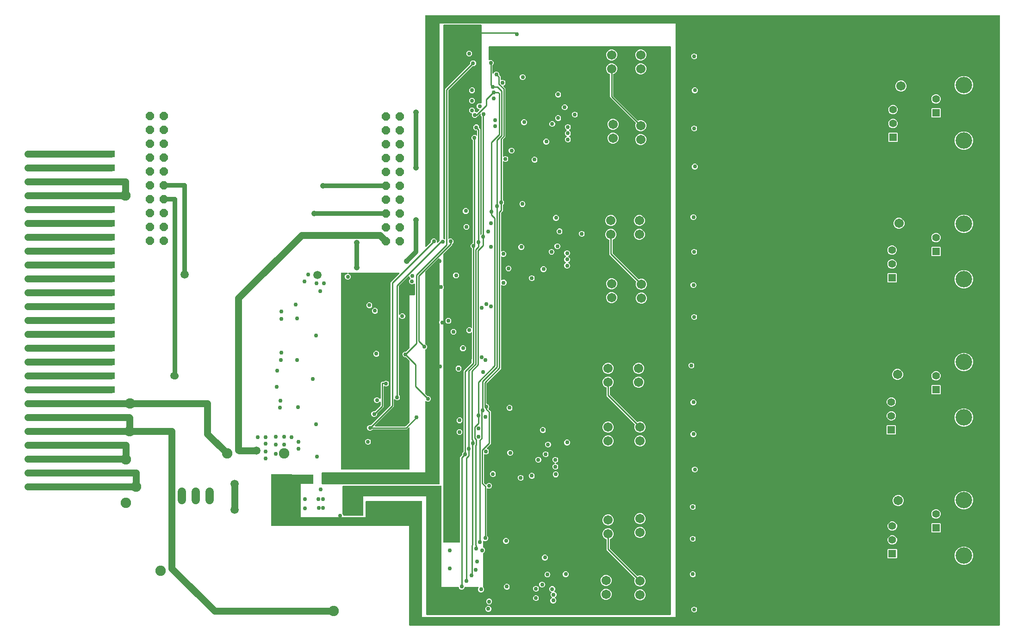
<source format=gbr>
G04 EAGLE Gerber RS-274X export*
G75*
%MOMM*%
%FSLAX34Y34*%
%LPD*%
%INBottom Copper*%
%IPPOS*%
%AMOC8*
5,1,8,0,0,1.08239X$1,22.5*%
G01*
%ADD10C,1.270000*%
%ADD11R,0.635000X1.270000*%
%ADD12P,1.632244X8X112.500000*%
%ADD13C,1.524000*%
%ADD14C,1.714500*%
%ADD15R,1.398000X1.398000*%
%ADD16C,1.398000*%
%ADD17C,3.015000*%
%ADD18C,0.812800*%
%ADD19C,1.350000*%
%ADD20C,1.500000*%
%ADD21C,0.756400*%
%ADD22C,1.905000*%
%ADD23C,0.254000*%
%ADD24C,1.056400*%

G36*
X1637656Y12208D02*
X1637656Y12208D01*
X1637775Y12215D01*
X1637813Y12228D01*
X1637854Y12233D01*
X1637964Y12276D01*
X1638077Y12313D01*
X1638112Y12335D01*
X1638149Y12350D01*
X1638245Y12419D01*
X1638346Y12483D01*
X1638374Y12513D01*
X1638407Y12536D01*
X1638483Y12628D01*
X1638564Y12715D01*
X1638584Y12750D01*
X1638609Y12781D01*
X1638660Y12889D01*
X1638718Y12993D01*
X1638728Y13033D01*
X1638745Y13069D01*
X1638767Y13186D01*
X1638797Y13301D01*
X1638801Y13361D01*
X1638805Y13381D01*
X1638803Y13402D01*
X1638807Y13462D01*
X1638807Y1129538D01*
X1638792Y1129656D01*
X1638785Y1129775D01*
X1638773Y1129813D01*
X1638767Y1129854D01*
X1638724Y1129964D01*
X1638687Y1130077D01*
X1638665Y1130112D01*
X1638650Y1130149D01*
X1638581Y1130245D01*
X1638517Y1130346D01*
X1638487Y1130374D01*
X1638464Y1130407D01*
X1638372Y1130483D01*
X1638285Y1130564D01*
X1638250Y1130584D01*
X1638219Y1130609D01*
X1638111Y1130660D01*
X1638007Y1130718D01*
X1637967Y1130728D01*
X1637931Y1130745D01*
X1637814Y1130767D01*
X1637699Y1130797D01*
X1637639Y1130801D01*
X1637619Y1130805D01*
X1637598Y1130803D01*
X1637538Y1130807D01*
X588645Y1130807D01*
X588527Y1130792D01*
X588408Y1130785D01*
X588370Y1130772D01*
X588329Y1130767D01*
X588219Y1130724D01*
X588106Y1130687D01*
X588071Y1130665D01*
X588034Y1130650D01*
X587938Y1130581D01*
X587837Y1130517D01*
X587809Y1130487D01*
X587776Y1130464D01*
X587701Y1130372D01*
X587619Y1130285D01*
X587599Y1130250D01*
X587574Y1130219D01*
X587523Y1130111D01*
X587465Y1130007D01*
X587455Y1129967D01*
X587438Y1129931D01*
X587416Y1129814D01*
X587386Y1129699D01*
X587382Y1129639D01*
X587378Y1129619D01*
X587380Y1129598D01*
X587376Y1129538D01*
X587376Y707422D01*
X587393Y707285D01*
X587406Y707146D01*
X587413Y707127D01*
X587416Y707107D01*
X587467Y706978D01*
X587514Y706847D01*
X587525Y706830D01*
X587533Y706811D01*
X587614Y706699D01*
X587692Y706584D01*
X587708Y706570D01*
X587719Y706554D01*
X587827Y706465D01*
X587931Y706373D01*
X587949Y706364D01*
X587964Y706351D01*
X588090Y706292D01*
X588214Y706228D01*
X588234Y706224D01*
X588252Y706215D01*
X588388Y706189D01*
X588524Y706159D01*
X588545Y706159D01*
X588565Y706156D01*
X588703Y706164D01*
X588842Y706168D01*
X588862Y706174D01*
X588882Y706175D01*
X589014Y706218D01*
X589148Y706257D01*
X589165Y706267D01*
X589184Y706273D01*
X589302Y706348D01*
X589422Y706418D01*
X589443Y706437D01*
X589453Y706444D01*
X589467Y706459D01*
X589543Y706525D01*
X597572Y714554D01*
X597632Y714632D01*
X597700Y714704D01*
X597729Y714757D01*
X597766Y714805D01*
X597806Y714896D01*
X597854Y714983D01*
X597869Y715041D01*
X597893Y715097D01*
X597908Y715195D01*
X597933Y715291D01*
X597939Y715391D01*
X597943Y715411D01*
X597941Y715423D01*
X597943Y715451D01*
X597943Y717336D01*
X598751Y719286D01*
X600244Y720779D01*
X602194Y721587D01*
X604306Y721587D01*
X606256Y720779D01*
X607749Y719286D01*
X608557Y717336D01*
X608557Y715268D01*
X608574Y715131D01*
X608587Y714992D01*
X608594Y714973D01*
X608597Y714953D01*
X608648Y714824D01*
X608695Y714693D01*
X608706Y714676D01*
X608714Y714657D01*
X608795Y714545D01*
X608873Y714430D01*
X608889Y714416D01*
X608900Y714400D01*
X609008Y714311D01*
X609112Y714219D01*
X609130Y714210D01*
X609145Y714197D01*
X609271Y714138D01*
X609395Y714074D01*
X609415Y714070D01*
X609433Y714061D01*
X609569Y714035D01*
X609705Y714005D01*
X609726Y714005D01*
X609745Y714002D01*
X609884Y714010D01*
X610023Y714014D01*
X610043Y714020D01*
X610063Y714021D01*
X610195Y714064D01*
X610329Y714103D01*
X610346Y714113D01*
X610365Y714119D01*
X610483Y714194D01*
X610603Y714264D01*
X610624Y714283D01*
X610634Y714290D01*
X610648Y714304D01*
X610723Y714371D01*
X613673Y717320D01*
X613733Y717398D01*
X613801Y717470D01*
X613830Y717523D01*
X613867Y717571D01*
X613907Y717662D01*
X613955Y717749D01*
X613970Y717807D01*
X613994Y717863D01*
X614009Y717961D01*
X614034Y718057D01*
X614040Y718157D01*
X614044Y718177D01*
X614042Y718189D01*
X614044Y718217D01*
X614044Y1115696D01*
X1045846Y1115696D01*
X1045846Y28574D01*
X581659Y28574D01*
X581659Y239395D01*
X581644Y239513D01*
X581637Y239632D01*
X581624Y239670D01*
X581619Y239711D01*
X581576Y239821D01*
X581539Y239934D01*
X581517Y239969D01*
X581502Y240006D01*
X581433Y240102D01*
X581369Y240203D01*
X581339Y240231D01*
X581316Y240264D01*
X581224Y240340D01*
X581137Y240421D01*
X581102Y240441D01*
X581071Y240466D01*
X580963Y240517D01*
X580859Y240575D01*
X580819Y240585D01*
X580783Y240602D01*
X580666Y240624D01*
X580551Y240654D01*
X580491Y240658D01*
X580471Y240662D01*
X580450Y240660D01*
X580390Y240664D01*
X480060Y240664D01*
X479962Y240652D01*
X479863Y240649D01*
X479805Y240632D01*
X479744Y240624D01*
X479652Y240588D01*
X479557Y240560D01*
X479505Y240530D01*
X479449Y240507D01*
X479369Y240449D01*
X479283Y240399D01*
X479208Y240333D01*
X479191Y240321D01*
X479188Y240316D01*
X479185Y240314D01*
X479180Y240307D01*
X479163Y240293D01*
X478528Y239658D01*
X478467Y239579D01*
X478399Y239507D01*
X478370Y239454D01*
X478333Y239406D01*
X478293Y239315D01*
X478245Y239229D01*
X478230Y239170D01*
X478206Y239114D01*
X478191Y239016D01*
X478166Y238921D01*
X478160Y238821D01*
X478156Y238800D01*
X478158Y238788D01*
X478156Y238760D01*
X478156Y210819D01*
X359409Y210819D01*
X359409Y272416D01*
X381635Y272416D01*
X381753Y272431D01*
X381872Y272438D01*
X381910Y272451D01*
X381951Y272456D01*
X382061Y272499D01*
X382174Y272536D01*
X382209Y272558D01*
X382246Y272573D01*
X382342Y272643D01*
X382443Y272706D01*
X382471Y272736D01*
X382504Y272759D01*
X382580Y272851D01*
X382661Y272938D01*
X382681Y272973D01*
X382706Y273004D01*
X382757Y273112D01*
X382815Y273216D01*
X382825Y273256D01*
X382842Y273292D01*
X382864Y273409D01*
X382894Y273524D01*
X382898Y273585D01*
X382902Y273605D01*
X382900Y273625D01*
X382904Y273685D01*
X382904Y287655D01*
X382891Y287762D01*
X382886Y287871D01*
X382871Y287920D01*
X382864Y287971D01*
X382825Y288071D01*
X382793Y288175D01*
X382766Y288219D01*
X382747Y288266D01*
X382684Y288354D01*
X382627Y288446D01*
X382591Y288482D01*
X382561Y288524D01*
X382477Y288593D01*
X382399Y288668D01*
X382355Y288694D01*
X382316Y288726D01*
X382218Y288773D01*
X382124Y288826D01*
X382074Y288840D01*
X382028Y288862D01*
X381922Y288882D01*
X381817Y288911D01*
X381737Y288918D01*
X381716Y288922D01*
X381699Y288921D01*
X381657Y288924D01*
X306727Y290194D01*
X306598Y290180D01*
X306468Y290172D01*
X306440Y290163D01*
X306410Y290160D01*
X306289Y290114D01*
X306166Y290074D01*
X306141Y290058D01*
X306113Y290048D01*
X306007Y289973D01*
X305897Y289904D01*
X305876Y289882D01*
X305852Y289865D01*
X305768Y289767D01*
X305679Y289672D01*
X305665Y289646D01*
X305645Y289624D01*
X305588Y289507D01*
X305525Y289394D01*
X305518Y289365D01*
X305505Y289338D01*
X305478Y289211D01*
X305446Y289086D01*
X305443Y289043D01*
X305440Y289027D01*
X305441Y289005D01*
X305439Y288972D01*
X305438Y288970D01*
X305438Y288967D01*
X305436Y288925D01*
X305436Y196215D01*
X305451Y196097D01*
X305458Y195978D01*
X305471Y195940D01*
X305476Y195899D01*
X305519Y195789D01*
X305556Y195676D01*
X305578Y195641D01*
X305593Y195604D01*
X305663Y195508D01*
X305726Y195407D01*
X305756Y195379D01*
X305779Y195346D01*
X305871Y195271D01*
X305958Y195189D01*
X305993Y195169D01*
X306024Y195144D01*
X306132Y195093D01*
X306236Y195035D01*
X306276Y195025D01*
X306312Y195008D01*
X306429Y194986D01*
X306544Y194956D01*
X306605Y194952D01*
X306625Y194948D01*
X306645Y194950D01*
X306705Y194946D01*
X558166Y194946D01*
X558166Y13462D01*
X558181Y13344D01*
X558188Y13225D01*
X558201Y13187D01*
X558206Y13146D01*
X558249Y13036D01*
X558286Y12923D01*
X558308Y12888D01*
X558323Y12851D01*
X558393Y12755D01*
X558456Y12654D01*
X558486Y12626D01*
X558509Y12593D01*
X558601Y12517D01*
X558688Y12436D01*
X558723Y12416D01*
X558754Y12391D01*
X558862Y12340D01*
X558966Y12282D01*
X559006Y12272D01*
X559042Y12255D01*
X559159Y12233D01*
X559274Y12203D01*
X559335Y12199D01*
X559355Y12195D01*
X559375Y12197D01*
X559435Y12193D01*
X1637538Y12193D01*
X1637656Y12208D01*
G37*
G36*
X1035803Y31766D02*
X1035803Y31766D01*
X1035922Y31773D01*
X1035960Y31786D01*
X1036001Y31791D01*
X1036111Y31834D01*
X1036224Y31871D01*
X1036259Y31893D01*
X1036296Y31908D01*
X1036392Y31978D01*
X1036493Y32041D01*
X1036521Y32071D01*
X1036554Y32094D01*
X1036630Y32186D01*
X1036711Y32273D01*
X1036731Y32308D01*
X1036756Y32339D01*
X1036807Y32447D01*
X1036865Y32551D01*
X1036875Y32591D01*
X1036892Y32627D01*
X1036914Y32744D01*
X1036944Y32859D01*
X1036948Y32920D01*
X1036952Y32940D01*
X1036950Y32960D01*
X1036954Y33020D01*
X1036954Y1072515D01*
X1036939Y1072633D01*
X1036932Y1072752D01*
X1036919Y1072790D01*
X1036914Y1072831D01*
X1036871Y1072941D01*
X1036834Y1073054D01*
X1036812Y1073089D01*
X1036797Y1073126D01*
X1036728Y1073222D01*
X1036664Y1073323D01*
X1036634Y1073351D01*
X1036611Y1073384D01*
X1036519Y1073460D01*
X1036432Y1073541D01*
X1036397Y1073561D01*
X1036366Y1073586D01*
X1036258Y1073637D01*
X1036154Y1073695D01*
X1036114Y1073705D01*
X1036078Y1073722D01*
X1035961Y1073744D01*
X1035846Y1073774D01*
X1035786Y1073778D01*
X1035766Y1073782D01*
X1035745Y1073780D01*
X1035685Y1073784D01*
X704850Y1073784D01*
X704732Y1073769D01*
X704613Y1073762D01*
X704575Y1073749D01*
X704534Y1073744D01*
X704424Y1073701D01*
X704311Y1073664D01*
X704276Y1073642D01*
X704239Y1073627D01*
X704143Y1073558D01*
X704042Y1073494D01*
X704014Y1073464D01*
X703981Y1073441D01*
X703906Y1073349D01*
X703824Y1073262D01*
X703804Y1073227D01*
X703779Y1073196D01*
X703728Y1073088D01*
X703670Y1072984D01*
X703660Y1072944D01*
X703643Y1072908D01*
X703621Y1072791D01*
X703591Y1072676D01*
X703587Y1072616D01*
X703583Y1072596D01*
X703585Y1072575D01*
X703581Y1072515D01*
X703581Y1049371D01*
X703587Y1049321D01*
X703585Y1049272D01*
X703607Y1049164D01*
X703621Y1049055D01*
X703639Y1049009D01*
X703649Y1048960D01*
X703697Y1048862D01*
X703738Y1048759D01*
X703767Y1048719D01*
X703789Y1048675D01*
X703860Y1048591D01*
X703924Y1048502D01*
X703963Y1048470D01*
X703995Y1048433D01*
X704085Y1048369D01*
X704169Y1048299D01*
X704214Y1048278D01*
X704255Y1048250D01*
X704358Y1048211D01*
X704457Y1048164D01*
X704506Y1048154D01*
X704552Y1048137D01*
X704662Y1048125D01*
X704770Y1048104D01*
X704819Y1048107D01*
X704868Y1048102D01*
X704977Y1048117D01*
X705087Y1048124D01*
X705134Y1048139D01*
X705183Y1048146D01*
X705336Y1048198D01*
X706334Y1048612D01*
X708446Y1048612D01*
X710396Y1047804D01*
X711889Y1046311D01*
X712697Y1044361D01*
X712697Y1042249D01*
X711889Y1040299D01*
X710556Y1038967D01*
X710496Y1038888D01*
X710428Y1038816D01*
X710399Y1038763D01*
X710362Y1038715D01*
X710322Y1038624D01*
X710274Y1038538D01*
X710259Y1038479D01*
X710235Y1038423D01*
X710220Y1038326D01*
X710195Y1038230D01*
X710189Y1038130D01*
X710185Y1038109D01*
X710187Y1038097D01*
X710185Y1038069D01*
X710185Y1024817D01*
X710193Y1024748D01*
X710192Y1024678D01*
X710213Y1024590D01*
X710225Y1024501D01*
X710250Y1024436D01*
X710267Y1024368D01*
X710309Y1024289D01*
X710342Y1024206D01*
X710383Y1024149D01*
X710415Y1024087D01*
X710476Y1024021D01*
X710528Y1023948D01*
X710582Y1023904D01*
X710629Y1023852D01*
X710704Y1023803D01*
X710773Y1023745D01*
X710837Y1023716D01*
X710895Y1023677D01*
X710980Y1023648D01*
X711061Y1023610D01*
X711130Y1023597D01*
X711196Y1023574D01*
X711285Y1023567D01*
X711373Y1023550D01*
X711443Y1023554D01*
X711513Y1023549D01*
X711601Y1023564D01*
X711691Y1023570D01*
X711757Y1023591D01*
X711826Y1023603D01*
X711908Y1023640D01*
X711993Y1023668D01*
X712052Y1023705D01*
X712116Y1023734D01*
X712186Y1023790D01*
X712262Y1023838D01*
X712310Y1023889D01*
X712364Y1023932D01*
X712418Y1024004D01*
X712480Y1024070D01*
X712514Y1024131D01*
X712556Y1024187D01*
X712627Y1024331D01*
X713051Y1025356D01*
X714544Y1026849D01*
X716494Y1027657D01*
X718606Y1027657D01*
X720556Y1026849D01*
X722049Y1025356D01*
X722857Y1023406D01*
X722857Y1021521D01*
X722869Y1021423D01*
X722872Y1021324D01*
X722889Y1021266D01*
X722897Y1021206D01*
X722933Y1021114D01*
X722961Y1021019D01*
X722991Y1020966D01*
X723014Y1020910D01*
X723072Y1020830D01*
X723122Y1020745D01*
X723188Y1020669D01*
X723200Y1020653D01*
X723210Y1020645D01*
X723228Y1020624D01*
X725199Y1018654D01*
X725199Y1013187D01*
X725205Y1013138D01*
X725203Y1013088D01*
X725225Y1012981D01*
X725239Y1012872D01*
X725257Y1012825D01*
X725267Y1012777D01*
X725315Y1012678D01*
X725356Y1012576D01*
X725385Y1012536D01*
X725407Y1012491D01*
X725478Y1012408D01*
X725542Y1012319D01*
X725581Y1012287D01*
X725613Y1012249D01*
X725703Y1012186D01*
X725787Y1012116D01*
X725832Y1012095D01*
X725873Y1012066D01*
X725976Y1012027D01*
X726075Y1011980D01*
X726124Y1011971D01*
X726170Y1011953D01*
X726280Y1011941D01*
X726387Y1011921D01*
X726437Y1011924D01*
X726486Y1011918D01*
X726595Y1011934D01*
X726705Y1011940D01*
X726752Y1011956D01*
X726801Y1011963D01*
X726954Y1012015D01*
X727924Y1012417D01*
X730036Y1012417D01*
X731986Y1011609D01*
X733479Y1010116D01*
X734287Y1008166D01*
X734287Y1006054D01*
X733479Y1004104D01*
X731986Y1002611D01*
X731015Y1002209D01*
X730972Y1002184D01*
X730925Y1002168D01*
X730835Y1002106D01*
X730739Y1002052D01*
X730703Y1002017D01*
X730662Y1001989D01*
X730590Y1001907D01*
X730511Y1001830D01*
X730485Y1001788D01*
X730452Y1001751D01*
X730402Y1001653D01*
X730344Y1001559D01*
X730330Y1001512D01*
X730307Y1001467D01*
X730283Y1001360D01*
X730251Y1001255D01*
X730248Y1001206D01*
X730238Y1001157D01*
X730241Y1001047D01*
X730236Y1000938D01*
X730246Y1000889D01*
X730247Y1000839D01*
X730278Y1000734D01*
X730300Y1000626D01*
X730322Y1000581D01*
X730336Y1000534D01*
X730391Y1000439D01*
X730440Y1000340D01*
X730472Y1000303D01*
X730497Y1000260D01*
X730604Y1000139D01*
X733934Y996809D01*
X733934Y907717D01*
X729606Y903389D01*
X729546Y903311D01*
X729478Y903239D01*
X729449Y903186D01*
X729412Y903138D01*
X729372Y903047D01*
X729324Y902961D01*
X729309Y902902D01*
X729285Y902846D01*
X729270Y902748D01*
X729245Y902653D01*
X729239Y902553D01*
X729235Y902532D01*
X729237Y902520D01*
X729235Y902492D01*
X729235Y873055D01*
X729241Y873005D01*
X729239Y872956D01*
X729261Y872848D01*
X729275Y872739D01*
X729293Y872693D01*
X729303Y872644D01*
X729351Y872546D01*
X729392Y872444D01*
X729421Y872403D01*
X729443Y872359D01*
X729514Y872275D01*
X729578Y872186D01*
X729617Y872155D01*
X729649Y872117D01*
X729739Y872054D01*
X729823Y871983D01*
X729868Y871962D01*
X729909Y871934D01*
X730012Y871895D01*
X730111Y871848D01*
X730160Y871839D01*
X730206Y871821D01*
X730316Y871809D01*
X730423Y871788D01*
X730473Y871791D01*
X730522Y871786D01*
X730631Y871801D01*
X730741Y871808D01*
X730788Y871823D01*
X730837Y871830D01*
X730990Y871882D01*
X733004Y872717D01*
X735116Y872717D01*
X737066Y871909D01*
X738559Y870416D01*
X739367Y868466D01*
X739367Y866354D01*
X738559Y864404D01*
X737066Y862911D01*
X735116Y862103D01*
X733004Y862103D01*
X730990Y862938D01*
X730942Y862951D01*
X730897Y862972D01*
X730789Y862993D01*
X730683Y863022D01*
X730633Y863023D01*
X730584Y863032D01*
X730475Y863025D01*
X730365Y863027D01*
X730317Y863015D01*
X730267Y863012D01*
X730163Y862978D01*
X730056Y862953D01*
X730012Y862929D01*
X729965Y862914D01*
X729872Y862855D01*
X729775Y862804D01*
X729738Y862771D01*
X729696Y862744D01*
X729621Y862664D01*
X729539Y862590D01*
X729512Y862548D01*
X729478Y862512D01*
X729425Y862416D01*
X729365Y862324D01*
X729348Y862277D01*
X729324Y862234D01*
X729297Y862128D01*
X729261Y862023D01*
X729257Y861974D01*
X729245Y861926D01*
X729235Y861765D01*
X729235Y792636D01*
X729247Y792538D01*
X729250Y792439D01*
X729267Y792380D01*
X729275Y792320D01*
X729311Y792228D01*
X729339Y792133D01*
X729369Y792081D01*
X729392Y792025D01*
X729450Y791944D01*
X729500Y791859D01*
X729566Y791784D01*
X729578Y791767D01*
X729588Y791759D01*
X729606Y791738D01*
X730939Y790406D01*
X731747Y788456D01*
X731747Y786344D01*
X730939Y784394D01*
X729606Y783062D01*
X729546Y782983D01*
X729478Y782911D01*
X729449Y782858D01*
X729412Y782810D01*
X729372Y782720D01*
X729324Y782633D01*
X729309Y782574D01*
X729285Y782519D01*
X729270Y782421D01*
X729245Y782325D01*
X729239Y782225D01*
X729235Y782204D01*
X729237Y782192D01*
X729235Y782164D01*
X729235Y772272D01*
X726431Y769469D01*
X726371Y769391D01*
X726303Y769319D01*
X726274Y769266D01*
X726237Y769218D01*
X726197Y769127D01*
X726149Y769040D01*
X726134Y768982D01*
X726110Y768926D01*
X726095Y768828D01*
X726070Y768732D01*
X726064Y768632D01*
X726060Y768612D01*
X726062Y768600D01*
X726060Y768572D01*
X726060Y699328D01*
X726066Y699278D01*
X726064Y699229D01*
X726082Y699140D01*
X726082Y699139D01*
X726086Y699121D01*
X726100Y699012D01*
X726118Y698966D01*
X726128Y698917D01*
X726176Y698819D01*
X726217Y698717D01*
X726246Y698677D01*
X726268Y698632D01*
X726339Y698548D01*
X726403Y698459D01*
X726442Y698428D01*
X726474Y698390D01*
X726564Y698327D01*
X726648Y698256D01*
X726693Y698235D01*
X726734Y698207D01*
X726837Y698168D01*
X726936Y698121D01*
X726985Y698112D01*
X727031Y698094D01*
X727141Y698082D01*
X727248Y698061D01*
X727298Y698064D01*
X727347Y698059D01*
X727456Y698074D01*
X727566Y698081D01*
X727613Y698096D01*
X727662Y698103D01*
X727815Y698155D01*
X729194Y698727D01*
X731306Y698727D01*
X733256Y697919D01*
X734749Y696426D01*
X735557Y694476D01*
X735557Y692364D01*
X734749Y690414D01*
X733256Y688921D01*
X731306Y688113D01*
X729194Y688113D01*
X727815Y688685D01*
X727767Y688698D01*
X727722Y688719D01*
X727614Y688740D01*
X727508Y688769D01*
X727458Y688769D01*
X727409Y688779D01*
X727300Y688772D01*
X727190Y688774D01*
X727142Y688762D01*
X727092Y688759D01*
X726988Y688725D01*
X726881Y688700D01*
X726837Y688676D01*
X726790Y688661D01*
X726697Y688602D01*
X726600Y688551D01*
X726563Y688517D01*
X726521Y688491D01*
X726446Y688411D01*
X726364Y688337D01*
X726337Y688295D01*
X726303Y688259D01*
X726250Y688163D01*
X726190Y688071D01*
X726173Y688024D01*
X726149Y687981D01*
X726122Y687874D01*
X726086Y687770D01*
X726082Y687721D01*
X726070Y687673D01*
X726060Y687512D01*
X726060Y646360D01*
X726066Y646310D01*
X726064Y646261D01*
X726086Y646153D01*
X726100Y646044D01*
X726118Y645998D01*
X726128Y645949D01*
X726176Y645851D01*
X726217Y645749D01*
X726246Y645708D01*
X726268Y645664D01*
X726339Y645580D01*
X726403Y645491D01*
X726442Y645460D01*
X726474Y645422D01*
X726564Y645359D01*
X726648Y645288D01*
X726693Y645267D01*
X726734Y645239D01*
X726837Y645200D01*
X726936Y645153D01*
X726985Y645144D01*
X727031Y645126D01*
X727141Y645114D01*
X727248Y645093D01*
X727298Y645096D01*
X727347Y645091D01*
X727456Y645106D01*
X727566Y645113D01*
X727613Y645128D01*
X727662Y645135D01*
X727815Y645187D01*
X729829Y646022D01*
X731941Y646022D01*
X733891Y645214D01*
X735384Y643721D01*
X736192Y641771D01*
X736192Y639659D01*
X735384Y637709D01*
X733891Y636216D01*
X731941Y635408D01*
X729829Y635408D01*
X727815Y636243D01*
X727767Y636256D01*
X727722Y636277D01*
X727614Y636298D01*
X727508Y636327D01*
X727458Y636328D01*
X727409Y636337D01*
X727300Y636330D01*
X727190Y636332D01*
X727142Y636320D01*
X727092Y636317D01*
X726988Y636283D01*
X726881Y636258D01*
X726837Y636234D01*
X726790Y636219D01*
X726697Y636160D01*
X726600Y636109D01*
X726563Y636076D01*
X726521Y636049D01*
X726446Y635969D01*
X726364Y635895D01*
X726337Y635853D01*
X726303Y635817D01*
X726250Y635721D01*
X726190Y635629D01*
X726173Y635582D01*
X726149Y635539D01*
X726122Y635433D01*
X726086Y635328D01*
X726082Y635279D01*
X726070Y635231D01*
X726060Y635070D01*
X726060Y483283D01*
X699761Y456984D01*
X699701Y456906D01*
X699633Y456834D01*
X699604Y456781D01*
X699567Y456733D01*
X699527Y456642D01*
X699479Y456556D01*
X699464Y456497D01*
X699440Y456441D01*
X699425Y456343D01*
X699400Y456248D01*
X699394Y456148D01*
X699390Y456127D01*
X699392Y456115D01*
X699390Y456087D01*
X699390Y419872D01*
X699393Y419842D01*
X699391Y419813D01*
X699413Y419685D01*
X699430Y419556D01*
X699440Y419529D01*
X699445Y419499D01*
X699499Y419381D01*
X699547Y419260D01*
X699564Y419236D01*
X699576Y419209D01*
X699657Y419108D01*
X699733Y419003D01*
X699756Y418984D01*
X699775Y418961D01*
X699878Y418883D01*
X699978Y418800D01*
X700005Y418788D01*
X700029Y418770D01*
X700173Y418699D01*
X702141Y417884D01*
X703634Y416391D01*
X704442Y414441D01*
X704442Y412329D01*
X703634Y410379D01*
X703539Y410284D01*
X703466Y410190D01*
X703387Y410100D01*
X703368Y410064D01*
X703344Y410033D01*
X703296Y409923D01*
X703242Y409817D01*
X703233Y409778D01*
X703217Y409741D01*
X703199Y409623D01*
X703173Y409507D01*
X703174Y409466D01*
X703167Y409427D01*
X703179Y409308D01*
X703182Y409189D01*
X703193Y409150D01*
X703197Y409110D01*
X703238Y408998D01*
X703271Y408884D01*
X703291Y408849D01*
X703305Y408811D01*
X703372Y408712D01*
X703432Y408610D01*
X703472Y408564D01*
X703483Y408548D01*
X703499Y408534D01*
X703539Y408489D01*
X705227Y406800D01*
X707236Y404792D01*
X707236Y345553D01*
X705227Y343545D01*
X705227Y343544D01*
X700124Y338441D01*
X700093Y338402D01*
X700056Y338368D01*
X699996Y338277D01*
X699929Y338190D01*
X699909Y338144D01*
X699882Y338103D01*
X699846Y337999D01*
X699802Y337898D01*
X699794Y337849D01*
X699778Y337802D01*
X699770Y337693D01*
X699752Y337584D01*
X699757Y337534D01*
X699753Y337485D01*
X699772Y337377D01*
X699782Y337267D01*
X699799Y337220D01*
X699808Y337171D01*
X699853Y337071D01*
X699890Y336968D01*
X699918Y336927D01*
X699938Y336881D01*
X700007Y336796D01*
X700068Y336705D01*
X700106Y336672D01*
X700137Y336633D01*
X700225Y336567D01*
X700307Y336494D01*
X700351Y336472D01*
X700391Y336442D01*
X700535Y336371D01*
X701506Y335969D01*
X702999Y334476D01*
X703807Y332526D01*
X703807Y330414D01*
X702999Y328464D01*
X701506Y326971D01*
X699556Y326163D01*
X697444Y326163D01*
X696474Y326565D01*
X696426Y326579D01*
X696381Y326600D01*
X696273Y326620D01*
X696167Y326649D01*
X696117Y326650D01*
X696068Y326659D01*
X695959Y326653D01*
X695849Y326654D01*
X695801Y326643D01*
X695751Y326640D01*
X695647Y326606D01*
X695540Y326580D01*
X695496Y326557D01*
X695449Y326542D01*
X695356Y326483D01*
X695259Y326431D01*
X695222Y326398D01*
X695180Y326371D01*
X695105Y326291D01*
X695023Y326218D01*
X694996Y326176D01*
X694962Y326140D01*
X694909Y326044D01*
X694849Y325952D01*
X694832Y325905D01*
X694808Y325861D01*
X694781Y325755D01*
X694745Y325651D01*
X694741Y325601D01*
X694729Y325553D01*
X694719Y325393D01*
X694719Y274549D01*
X694731Y274451D01*
X694734Y274352D01*
X694751Y274294D01*
X694759Y274234D01*
X694795Y274142D01*
X694823Y274047D01*
X694853Y273995D01*
X694876Y273938D01*
X694934Y273858D01*
X694984Y273773D01*
X695050Y273697D01*
X695062Y273681D01*
X695072Y273673D01*
X695090Y273652D01*
X697616Y271127D01*
X697655Y271096D01*
X697689Y271059D01*
X697780Y270999D01*
X697867Y270932D01*
X697913Y270912D01*
X697954Y270885D01*
X698058Y270849D01*
X698159Y270805D01*
X698208Y270797D01*
X698255Y270781D01*
X698365Y270773D01*
X698473Y270755D01*
X698523Y270760D01*
X698572Y270756D01*
X698680Y270775D01*
X698790Y270785D01*
X698837Y270802D01*
X698886Y270811D01*
X698986Y270856D01*
X699089Y270893D01*
X699130Y270921D01*
X699176Y270941D01*
X699261Y271010D01*
X699352Y271071D01*
X699385Y271109D01*
X699424Y271140D01*
X699490Y271227D01*
X699563Y271310D01*
X699585Y271354D01*
X699615Y271394D01*
X699686Y271538D01*
X699716Y271611D01*
X701209Y273104D01*
X703159Y273912D01*
X705271Y273912D01*
X707221Y273104D01*
X708714Y271611D01*
X709522Y269661D01*
X709522Y267549D01*
X708714Y265599D01*
X707221Y264106D01*
X705271Y263298D01*
X703159Y263298D01*
X701780Y263870D01*
X701732Y263883D01*
X701687Y263904D01*
X701579Y263925D01*
X701473Y263954D01*
X701423Y263954D01*
X701374Y263964D01*
X701265Y263957D01*
X701155Y263959D01*
X701107Y263947D01*
X701057Y263944D01*
X700953Y263910D01*
X700846Y263885D01*
X700802Y263861D01*
X700755Y263846D01*
X700662Y263787D01*
X700565Y263736D01*
X700528Y263702D01*
X700486Y263676D01*
X700411Y263596D01*
X700329Y263522D01*
X700302Y263480D01*
X700268Y263444D01*
X700215Y263348D01*
X700155Y263256D01*
X700138Y263209D01*
X700114Y263166D01*
X700087Y263059D01*
X700051Y262955D01*
X700047Y262906D01*
X700035Y262858D01*
X700025Y262697D01*
X700025Y177956D01*
X700037Y177858D01*
X700040Y177759D01*
X700057Y177700D01*
X700065Y177640D01*
X700101Y177548D01*
X700129Y177453D01*
X700159Y177401D01*
X700182Y177345D01*
X700240Y177264D01*
X700290Y177179D01*
X700356Y177104D01*
X700368Y177087D01*
X700378Y177079D01*
X700396Y177058D01*
X701729Y175726D01*
X702537Y173776D01*
X702537Y171664D01*
X701729Y169714D01*
X700236Y168221D01*
X698286Y167413D01*
X696174Y167413D01*
X695308Y167772D01*
X695262Y167785D01*
X695217Y167806D01*
X695108Y167827D01*
X695002Y167856D01*
X694953Y167857D01*
X694905Y167866D01*
X694795Y167859D01*
X694684Y167861D01*
X694636Y167850D01*
X694588Y167847D01*
X694482Y167813D01*
X694374Y167787D01*
X694331Y167764D01*
X694285Y167749D01*
X694191Y167690D01*
X694093Y167638D01*
X694057Y167605D01*
X694016Y167579D01*
X693940Y167499D01*
X693858Y167424D01*
X693831Y167383D01*
X693798Y167348D01*
X693744Y167251D01*
X693683Y167158D01*
X693667Y167112D01*
X693644Y167070D01*
X693616Y166962D01*
X693580Y166858D01*
X693576Y166809D01*
X693564Y166762D01*
X693553Y166601D01*
X693537Y156251D01*
X693541Y156221D01*
X693539Y156191D01*
X693561Y156064D01*
X693577Y155936D01*
X693588Y155907D01*
X693593Y155877D01*
X693646Y155760D01*
X693693Y155640D01*
X693711Y155615D01*
X693724Y155587D01*
X693804Y155487D01*
X693880Y155382D01*
X693903Y155363D01*
X693922Y155339D01*
X694025Y155262D01*
X694124Y155179D01*
X694152Y155166D01*
X694176Y155148D01*
X694321Y155077D01*
X694521Y154994D01*
X696014Y153501D01*
X696822Y151551D01*
X696822Y149439D01*
X696014Y147489D01*
X694521Y145996D01*
X694303Y145906D01*
X694278Y145892D01*
X694251Y145883D01*
X694140Y145813D01*
X694027Y145748D01*
X694006Y145728D01*
X693982Y145713D01*
X693892Y145618D01*
X693798Y145527D01*
X693783Y145503D01*
X693764Y145482D01*
X693700Y145367D01*
X693632Y145256D01*
X693623Y145229D01*
X693610Y145204D01*
X693588Y145121D01*
X693582Y145107D01*
X693574Y145069D01*
X693538Y144952D01*
X693537Y144923D01*
X693530Y144896D01*
X693524Y144805D01*
X693522Y144795D01*
X693522Y144784D01*
X693519Y144735D01*
X693422Y82960D01*
X693435Y82861D01*
X693438Y82761D01*
X693454Y82704D01*
X693462Y82645D01*
X693498Y82551D01*
X693526Y82455D01*
X693556Y82404D01*
X693578Y82349D01*
X693637Y82268D01*
X693688Y82182D01*
X693753Y82108D01*
X693765Y82091D01*
X693775Y82083D01*
X693794Y82061D01*
X694109Y81746D01*
X694917Y79796D01*
X694917Y77684D01*
X694109Y75734D01*
X692616Y74241D01*
X690666Y73433D01*
X688554Y73433D01*
X686604Y74241D01*
X685111Y75734D01*
X684303Y77684D01*
X684303Y79796D01*
X684980Y81429D01*
X684993Y81477D01*
X685014Y81522D01*
X685035Y81630D01*
X685064Y81736D01*
X685065Y81786D01*
X685074Y81835D01*
X685067Y81944D01*
X685069Y82054D01*
X685057Y82102D01*
X685054Y82152D01*
X685020Y82256D01*
X684995Y82363D01*
X684972Y82407D01*
X684956Y82454D01*
X684897Y82547D01*
X684846Y82644D01*
X684813Y82681D01*
X684786Y82723D01*
X684706Y82798D01*
X684632Y82880D01*
X684591Y82907D01*
X684554Y82941D01*
X684458Y82994D01*
X684366Y83054D01*
X684319Y83071D01*
X684276Y83095D01*
X684170Y83122D01*
X684066Y83158D01*
X684016Y83162D01*
X683968Y83174D01*
X683807Y83184D01*
X660379Y83184D01*
X660349Y83181D01*
X660320Y83183D01*
X660192Y83161D01*
X660063Y83144D01*
X660036Y83134D01*
X660007Y83129D01*
X659888Y83075D01*
X659767Y83027D01*
X659744Y83010D01*
X659717Y82998D01*
X659615Y82917D01*
X659510Y82841D01*
X659491Y82818D01*
X659468Y82799D01*
X659390Y82696D01*
X659307Y82596D01*
X659295Y82569D01*
X659277Y82545D01*
X659206Y82401D01*
X658549Y80814D01*
X657056Y79321D01*
X655106Y78513D01*
X652994Y78513D01*
X651044Y79321D01*
X649551Y80814D01*
X648894Y82401D01*
X648879Y82426D01*
X648870Y82454D01*
X648801Y82564D01*
X648736Y82677D01*
X648716Y82698D01*
X648700Y82723D01*
X648605Y82812D01*
X648515Y82905D01*
X648490Y82921D01*
X648468Y82941D01*
X648355Y83004D01*
X648244Y83072D01*
X648216Y83080D01*
X648190Y83095D01*
X648064Y83127D01*
X647940Y83165D01*
X647911Y83167D01*
X647882Y83174D01*
X647721Y83184D01*
X617219Y83184D01*
X617219Y267335D01*
X617204Y267453D01*
X617197Y267572D01*
X617184Y267610D01*
X617179Y267651D01*
X617136Y267761D01*
X617099Y267874D01*
X617077Y267909D01*
X617062Y267946D01*
X616993Y268042D01*
X616929Y268143D01*
X616899Y268171D01*
X616876Y268204D01*
X616784Y268280D01*
X616697Y268361D01*
X616662Y268381D01*
X616631Y268406D01*
X616523Y268457D01*
X616419Y268515D01*
X616379Y268525D01*
X616343Y268542D01*
X616226Y268564D01*
X616111Y268594D01*
X616051Y268598D01*
X616031Y268602D01*
X616010Y268600D01*
X615950Y268604D01*
X437515Y268604D01*
X437397Y268589D01*
X437278Y268582D01*
X437240Y268569D01*
X437199Y268564D01*
X437089Y268521D01*
X436976Y268484D01*
X436941Y268462D01*
X436904Y268447D01*
X436808Y268378D01*
X436707Y268314D01*
X436679Y268284D01*
X436646Y268261D01*
X436571Y268169D01*
X436489Y268082D01*
X436469Y268047D01*
X436444Y268016D01*
X436393Y267908D01*
X436335Y267804D01*
X436325Y267764D01*
X436308Y267728D01*
X436286Y267611D01*
X436256Y267496D01*
X436252Y267436D01*
X436248Y267416D01*
X436250Y267395D01*
X436246Y267335D01*
X436246Y216747D01*
X436247Y216737D01*
X436246Y216728D01*
X436267Y216580D01*
X436286Y216431D01*
X436289Y216422D01*
X436290Y216413D01*
X436342Y216261D01*
X437146Y214322D01*
X437147Y214314D01*
X437190Y214204D01*
X437227Y214091D01*
X437249Y214056D01*
X437264Y214019D01*
X437333Y213923D01*
X437397Y213822D01*
X437427Y213794D01*
X437450Y213761D01*
X437542Y213686D01*
X437629Y213604D01*
X437664Y213584D01*
X437695Y213559D01*
X437803Y213508D01*
X437907Y213450D01*
X437947Y213440D01*
X437983Y213423D01*
X438100Y213401D01*
X438215Y213371D01*
X438275Y213367D01*
X438295Y213363D01*
X438316Y213365D01*
X438376Y213361D01*
X472440Y213361D01*
X472558Y213376D01*
X472677Y213383D01*
X472715Y213396D01*
X472756Y213401D01*
X472866Y213444D01*
X472979Y213481D01*
X473014Y213503D01*
X473051Y213518D01*
X473147Y213588D01*
X473248Y213651D01*
X473276Y213681D01*
X473309Y213704D01*
X473385Y213796D01*
X473466Y213883D01*
X473486Y213918D01*
X473511Y213949D01*
X473562Y214057D01*
X473620Y214161D01*
X473630Y214201D01*
X473647Y214237D01*
X473669Y214354D01*
X473699Y214469D01*
X473703Y214530D01*
X473707Y214550D01*
X473705Y214570D01*
X473709Y214630D01*
X473709Y248921D01*
X589281Y248921D01*
X589281Y33020D01*
X589296Y32902D01*
X589303Y32783D01*
X589316Y32745D01*
X589321Y32704D01*
X589364Y32594D01*
X589401Y32481D01*
X589423Y32446D01*
X589438Y32409D01*
X589508Y32313D01*
X589571Y32212D01*
X589601Y32184D01*
X589624Y32151D01*
X589716Y32076D01*
X589803Y31994D01*
X589838Y31974D01*
X589869Y31949D01*
X589977Y31898D01*
X590081Y31840D01*
X590121Y31830D01*
X590157Y31813D01*
X590274Y31791D01*
X590389Y31761D01*
X590450Y31757D01*
X590470Y31753D01*
X590490Y31755D01*
X590550Y31751D01*
X1035685Y31751D01*
X1035803Y31766D01*
G37*
G36*
X650514Y164342D02*
X650514Y164342D01*
X650533Y164340D01*
X650635Y164362D01*
X650737Y164379D01*
X650754Y164388D01*
X650774Y164392D01*
X650863Y164445D01*
X650954Y164494D01*
X650968Y164508D01*
X650985Y164518D01*
X651052Y164597D01*
X651124Y164672D01*
X651132Y164690D01*
X651145Y164705D01*
X651184Y164801D01*
X651227Y164895D01*
X651229Y164915D01*
X651237Y164933D01*
X651255Y165100D01*
X651255Y321198D01*
X654870Y324813D01*
X654923Y324887D01*
X654983Y324956D01*
X654995Y324986D01*
X655014Y325012D01*
X655041Y325099D01*
X655075Y325184D01*
X655079Y325225D01*
X655086Y325247D01*
X655085Y325280D01*
X655093Y325351D01*
X655093Y328588D01*
X657382Y330877D01*
X657435Y330951D01*
X657495Y331021D01*
X657507Y331051D01*
X657526Y331077D01*
X657553Y331164D01*
X657587Y331249D01*
X657591Y331290D01*
X657598Y331312D01*
X657597Y331344D01*
X657605Y331415D01*
X657605Y479280D01*
X671733Y493408D01*
X671786Y493482D01*
X671846Y493552D01*
X671858Y493582D01*
X671877Y493608D01*
X671904Y493695D01*
X671926Y493749D01*
X671928Y493755D01*
X671928Y493756D01*
X671938Y493780D01*
X671942Y493821D01*
X671949Y493843D01*
X671948Y493875D01*
X671956Y493947D01*
X671956Y500254D01*
X672084Y500254D01*
X672104Y500257D01*
X672123Y500255D01*
X672225Y500277D01*
X672327Y500294D01*
X672344Y500303D01*
X672364Y500307D01*
X672453Y500360D01*
X672544Y500409D01*
X672558Y500423D01*
X672575Y500433D01*
X672642Y500512D01*
X672714Y500587D01*
X672722Y500605D01*
X672735Y500620D01*
X672774Y500716D01*
X672817Y500810D01*
X672819Y500830D01*
X672827Y500848D01*
X672845Y501015D01*
X672845Y549203D01*
X672834Y549273D01*
X672832Y549345D01*
X672814Y549394D01*
X672806Y549445D01*
X672772Y549509D01*
X672747Y549576D01*
X672715Y549617D01*
X672690Y549663D01*
X672638Y549712D01*
X672594Y549768D01*
X672550Y549796D01*
X672512Y549832D01*
X672447Y549862D01*
X672387Y549901D01*
X672336Y549914D01*
X672289Y549936D01*
X672218Y549944D01*
X672148Y549961D01*
X672096Y549957D01*
X672045Y549963D01*
X671974Y549948D01*
X671903Y549942D01*
X671855Y549922D01*
X671804Y549911D01*
X671743Y549874D01*
X671677Y549846D01*
X671621Y549801D01*
X671593Y549784D01*
X671578Y549767D01*
X671546Y549741D01*
X670218Y548413D01*
X665822Y548413D01*
X662713Y551522D01*
X662713Y555918D01*
X665822Y559027D01*
X670218Y559027D01*
X671546Y557699D01*
X671604Y557657D01*
X671656Y557608D01*
X671703Y557586D01*
X671745Y557556D01*
X671814Y557534D01*
X671879Y557504D01*
X671931Y557499D01*
X671981Y557483D01*
X672052Y557485D01*
X672123Y557477D01*
X672174Y557488D01*
X672226Y557490D01*
X672294Y557514D01*
X672364Y557529D01*
X672409Y557556D01*
X672457Y557574D01*
X672513Y557619D01*
X672575Y557656D01*
X672609Y557695D01*
X672649Y557728D01*
X672688Y557788D01*
X672735Y557843D01*
X672754Y557891D01*
X672782Y557935D01*
X672800Y558004D01*
X672827Y558071D01*
X672835Y558142D01*
X672843Y558173D01*
X672841Y558196D01*
X672845Y558237D01*
X672845Y703000D01*
X672831Y703090D01*
X672823Y703181D01*
X672811Y703210D01*
X672806Y703242D01*
X672763Y703323D01*
X672727Y703407D01*
X672701Y703439D01*
X672690Y703460D01*
X672667Y703482D01*
X672622Y703538D01*
X670333Y705827D01*
X670333Y710223D01*
X673442Y713332D01*
X673989Y713332D01*
X674009Y713335D01*
X674028Y713333D01*
X674130Y713355D01*
X674232Y713371D01*
X674249Y713381D01*
X674269Y713385D01*
X674358Y713438D01*
X674449Y713487D01*
X674463Y713501D01*
X674480Y713511D01*
X674547Y713590D01*
X674619Y713665D01*
X674627Y713683D01*
X674640Y713698D01*
X674679Y713794D01*
X674722Y713888D01*
X674724Y713908D01*
X674732Y713926D01*
X674750Y714093D01*
X674750Y901120D01*
X674736Y901210D01*
X674728Y901301D01*
X674716Y901330D01*
X674711Y901362D01*
X674668Y901443D01*
X674632Y901527D01*
X674606Y901559D01*
X674595Y901580D01*
X674572Y901602D01*
X674527Y901658D01*
X672238Y903947D01*
X672238Y908343D01*
X675347Y911452D01*
X679743Y911452D01*
X681071Y910124D01*
X681129Y910082D01*
X681181Y910033D01*
X681228Y910011D01*
X681270Y909981D01*
X681339Y909959D01*
X681404Y909929D01*
X681456Y909924D01*
X681506Y909908D01*
X681577Y909910D01*
X681648Y909902D01*
X681699Y909913D01*
X681751Y909915D01*
X681819Y909939D01*
X681889Y909954D01*
X681934Y909981D01*
X681982Y909999D01*
X682038Y910044D01*
X682100Y910081D01*
X682134Y910120D01*
X682174Y910153D01*
X682213Y910213D01*
X682260Y910268D01*
X682279Y910316D01*
X682307Y910360D01*
X682325Y910429D01*
X682352Y910496D01*
X682360Y910567D01*
X682368Y910598D01*
X682366Y910621D01*
X682370Y910662D01*
X682370Y919127D01*
X682367Y919147D01*
X682369Y919166D01*
X682347Y919268D01*
X682331Y919370D01*
X682321Y919387D01*
X682317Y919407D01*
X682264Y919496D01*
X682215Y919587D01*
X682201Y919601D01*
X682191Y919618D01*
X682112Y919685D01*
X682037Y919757D01*
X682019Y919765D01*
X682004Y919778D01*
X681908Y919817D01*
X681814Y919860D01*
X681794Y919862D01*
X681776Y919870D01*
X681609Y919888D01*
X678522Y919888D01*
X675413Y922997D01*
X675413Y927393D01*
X678522Y930502D01*
X682918Y930502D01*
X686027Y927393D01*
X686027Y924156D01*
X686041Y924066D01*
X686049Y923975D01*
X686061Y923945D01*
X686066Y923913D01*
X686109Y923833D01*
X686145Y923749D01*
X686171Y923716D01*
X686182Y923696D01*
X686205Y923674D01*
X686250Y923618D01*
X687960Y921908D01*
X687960Y729052D01*
X687971Y728982D01*
X687973Y728910D01*
X687991Y728861D01*
X687999Y728810D01*
X688033Y728746D01*
X688058Y728679D01*
X688090Y728638D01*
X688115Y728592D01*
X688166Y728543D01*
X688211Y728487D01*
X688255Y728459D01*
X688293Y728423D01*
X688358Y728393D01*
X688418Y728354D01*
X688469Y728341D01*
X688516Y728319D01*
X688587Y728311D01*
X688657Y728294D01*
X688709Y728298D01*
X688760Y728292D01*
X688831Y728307D01*
X688902Y728313D01*
X688950Y728333D01*
X689001Y728344D01*
X689062Y728381D01*
X689128Y728409D01*
X689184Y728454D01*
X689212Y728471D01*
X689227Y728488D01*
X689259Y728514D01*
X690148Y729403D01*
X690201Y729477D01*
X690221Y729500D01*
X690240Y729519D01*
X690242Y729524D01*
X690261Y729547D01*
X690273Y729577D01*
X690292Y729603D01*
X690318Y729689D01*
X690343Y729743D01*
X690344Y729754D01*
X690353Y729775D01*
X690357Y729816D01*
X690364Y729838D01*
X690363Y729870D01*
X690371Y729941D01*
X690371Y945189D01*
X690357Y945279D01*
X690349Y945370D01*
X690337Y945399D01*
X690332Y945431D01*
X690289Y945512D01*
X690253Y945596D01*
X690227Y945628D01*
X690216Y945649D01*
X690193Y945671D01*
X690148Y945727D01*
X688748Y947127D01*
X688748Y949658D01*
X688737Y949729D01*
X688735Y949801D01*
X688717Y949850D01*
X688709Y949901D01*
X688675Y949964D01*
X688650Y950032D01*
X688618Y950072D01*
X688593Y950118D01*
X688542Y950168D01*
X688497Y950224D01*
X688453Y950252D01*
X688415Y950288D01*
X688350Y950318D01*
X688290Y950357D01*
X688239Y950369D01*
X688192Y950391D01*
X688121Y950399D01*
X688051Y950417D01*
X687999Y950413D01*
X687948Y950418D01*
X687877Y950403D01*
X687806Y950398D01*
X687758Y950377D01*
X687707Y950366D01*
X687646Y950329D01*
X687580Y950301D01*
X687524Y950256D01*
X687496Y950240D01*
X687481Y950222D01*
X687449Y950196D01*
X684373Y947120D01*
X683710Y946457D01*
X683657Y946383D01*
X683597Y946314D01*
X683585Y946284D01*
X683566Y946258D01*
X683539Y946171D01*
X683505Y946086D01*
X683501Y946045D01*
X683494Y946023D01*
X683495Y945990D01*
X683487Y945919D01*
X683487Y945857D01*
X680378Y942748D01*
X675982Y942748D01*
X672873Y945857D01*
X672873Y950242D01*
X672870Y950262D01*
X672872Y950281D01*
X672850Y950383D01*
X672834Y950485D01*
X672824Y950502D01*
X672820Y950522D01*
X672767Y950611D01*
X672718Y950702D01*
X672704Y950716D01*
X672694Y950733D01*
X672615Y950800D01*
X672540Y950872D01*
X672522Y950880D01*
X672507Y950893D01*
X672411Y950932D01*
X672317Y950975D01*
X672297Y950977D01*
X672279Y950985D01*
X672112Y951003D01*
X670902Y951003D01*
X667793Y954112D01*
X667793Y958508D01*
X670902Y961617D01*
X675298Y961617D01*
X678407Y958508D01*
X678407Y954123D01*
X678410Y954103D01*
X678408Y954084D01*
X678430Y953982D01*
X678446Y953880D01*
X678456Y953863D01*
X678460Y953843D01*
X678513Y953754D01*
X678562Y953663D01*
X678576Y953649D01*
X678586Y953632D01*
X678665Y953565D01*
X678740Y953493D01*
X678758Y953485D01*
X678773Y953472D01*
X678869Y953433D01*
X678963Y953390D01*
X678983Y953388D01*
X679001Y953380D01*
X679168Y953362D01*
X680378Y953362D01*
X681005Y952734D01*
X681022Y952723D01*
X681034Y952707D01*
X681121Y952651D01*
X681205Y952591D01*
X681224Y952585D01*
X681241Y952574D01*
X681341Y952549D01*
X681440Y952518D01*
X681460Y952519D01*
X681480Y952514D01*
X681582Y952522D01*
X681686Y952525D01*
X681705Y952532D01*
X681725Y952533D01*
X681820Y952574D01*
X681917Y952609D01*
X681933Y952622D01*
X681951Y952630D01*
X682082Y952734D01*
X686671Y957324D01*
X686713Y957382D01*
X686763Y957434D01*
X686785Y957481D01*
X686815Y957523D01*
X686836Y957592D01*
X686866Y957657D01*
X686872Y957709D01*
X686887Y957759D01*
X686885Y957830D01*
X686893Y957901D01*
X686882Y957952D01*
X686881Y958004D01*
X686856Y958072D01*
X686841Y958142D01*
X686814Y958187D01*
X686796Y958235D01*
X686752Y958291D01*
X686715Y958353D01*
X686675Y958387D01*
X686643Y958427D01*
X686582Y958466D01*
X686528Y958513D01*
X686480Y958532D01*
X686436Y958560D01*
X686366Y958578D01*
X686300Y958605D01*
X686228Y958613D01*
X686197Y958621D01*
X686174Y958619D01*
X686133Y958623D01*
X684872Y958623D01*
X681763Y961732D01*
X681763Y966128D01*
X684872Y969237D01*
X689419Y969237D01*
X689457Y969233D01*
X689507Y969217D01*
X689578Y969219D01*
X689649Y969211D01*
X689700Y969222D01*
X689752Y969224D01*
X689820Y969248D01*
X689890Y969263D01*
X689934Y969290D01*
X689983Y969308D01*
X690039Y969353D01*
X690101Y969390D01*
X690135Y969429D01*
X690175Y969462D01*
X690214Y969522D01*
X690261Y969577D01*
X690280Y969625D01*
X690308Y969669D01*
X690326Y969738D01*
X690353Y969805D01*
X690361Y969876D01*
X690369Y969907D01*
X690367Y969930D01*
X690371Y969971D01*
X690371Y1112520D01*
X690368Y1112540D01*
X690370Y1112559D01*
X690348Y1112661D01*
X690332Y1112763D01*
X690322Y1112780D01*
X690318Y1112800D01*
X690265Y1112889D01*
X690216Y1112980D01*
X690202Y1112994D01*
X690192Y1113011D01*
X690113Y1113078D01*
X690038Y1113150D01*
X690020Y1113158D01*
X690005Y1113171D01*
X689909Y1113210D01*
X689815Y1113253D01*
X689795Y1113255D01*
X689777Y1113263D01*
X689610Y1113281D01*
X621030Y1113281D01*
X621010Y1113278D01*
X620991Y1113280D01*
X620889Y1113258D01*
X620787Y1113242D01*
X620770Y1113232D01*
X620750Y1113228D01*
X620661Y1113175D01*
X620570Y1113126D01*
X620556Y1113112D01*
X620539Y1113102D01*
X620472Y1113023D01*
X620401Y1112948D01*
X620392Y1112930D01*
X620379Y1112915D01*
X620340Y1112819D01*
X620297Y1112725D01*
X620295Y1112705D01*
X620287Y1112687D01*
X620269Y1112520D01*
X620269Y721713D01*
X620272Y721693D01*
X620270Y721674D01*
X620292Y721572D01*
X620309Y721470D01*
X620318Y721453D01*
X620322Y721433D01*
X620375Y721344D01*
X620424Y721253D01*
X620438Y721239D01*
X620448Y721222D01*
X620527Y721155D01*
X620602Y721083D01*
X620620Y721075D01*
X620635Y721062D01*
X620731Y721023D01*
X620825Y720980D01*
X620845Y720978D01*
X620863Y720970D01*
X621030Y720952D01*
X621958Y720952D01*
X622651Y720259D01*
X622709Y720217D01*
X622761Y720168D01*
X622808Y720146D01*
X622850Y720116D01*
X622919Y720094D01*
X622984Y720064D01*
X623036Y720059D01*
X623086Y720043D01*
X623157Y720045D01*
X623228Y720037D01*
X623279Y720048D01*
X623331Y720050D01*
X623399Y720074D01*
X623469Y720089D01*
X623514Y720116D01*
X623562Y720134D01*
X623618Y720179D01*
X623680Y720216D01*
X623714Y720255D01*
X623754Y720288D01*
X623793Y720348D01*
X623840Y720403D01*
X623859Y720451D01*
X623887Y720495D01*
X623905Y720564D01*
X623932Y720631D01*
X623940Y720702D01*
X623948Y720733D01*
X623946Y720756D01*
X623950Y720797D01*
X623950Y995568D01*
X669475Y1041093D01*
X669528Y1041167D01*
X669588Y1041236D01*
X669600Y1041266D01*
X669619Y1041292D01*
X669646Y1041379D01*
X669680Y1041464D01*
X669684Y1041505D01*
X669691Y1041527D01*
X669690Y1041560D01*
X669698Y1041631D01*
X669698Y1044868D01*
X672807Y1047977D01*
X677203Y1047977D01*
X680312Y1044868D01*
X680312Y1040472D01*
X677203Y1037363D01*
X673966Y1037363D01*
X673876Y1037349D01*
X673785Y1037341D01*
X673755Y1037329D01*
X673723Y1037324D01*
X673643Y1037281D01*
X673559Y1037245D01*
X673527Y1037219D01*
X673506Y1037208D01*
X673484Y1037185D01*
X673428Y1037140D01*
X629763Y993475D01*
X629710Y993401D01*
X629650Y993332D01*
X629638Y993302D01*
X629619Y993276D01*
X629592Y993189D01*
X629558Y993104D01*
X629554Y993063D01*
X629547Y993041D01*
X629548Y993008D01*
X629540Y992937D01*
X629540Y721432D01*
X629551Y721362D01*
X629553Y721290D01*
X629571Y721241D01*
X629579Y721190D01*
X629613Y721126D01*
X629638Y721059D01*
X629670Y721018D01*
X629695Y720972D01*
X629747Y720923D01*
X629791Y720867D01*
X629835Y720839D01*
X629873Y720803D01*
X629938Y720773D01*
X629998Y720734D01*
X630049Y720721D01*
X630096Y720699D01*
X630167Y720691D01*
X630237Y720674D01*
X630289Y720678D01*
X630340Y720672D01*
X630411Y720687D01*
X630482Y720693D01*
X630530Y720713D01*
X630581Y720724D01*
X630642Y720761D01*
X630708Y720789D01*
X630764Y720834D01*
X630792Y720851D01*
X630807Y720868D01*
X630839Y720894D01*
X631532Y721587D01*
X635928Y721587D01*
X639037Y718478D01*
X639037Y714082D01*
X636748Y711793D01*
X636695Y711719D01*
X636635Y711649D01*
X636623Y711619D01*
X636604Y711593D01*
X636577Y711506D01*
X636543Y711421D01*
X636539Y711380D01*
X636532Y711358D01*
X636533Y711326D01*
X636525Y711255D01*
X636525Y710042D01*
X620492Y694009D01*
X620439Y693935D01*
X620379Y693866D01*
X620367Y693836D01*
X620348Y693810D01*
X620321Y693723D01*
X620287Y693638D01*
X620283Y693597D01*
X620276Y693575D01*
X620277Y693542D01*
X620269Y693471D01*
X620269Y635961D01*
X620284Y635871D01*
X620291Y635780D01*
X620303Y635751D01*
X620309Y635719D01*
X620351Y635638D01*
X620387Y635554D01*
X620413Y635522D01*
X620424Y635501D01*
X620447Y635479D01*
X620492Y635423D01*
X621257Y634658D01*
X621257Y630262D01*
X620492Y629497D01*
X620438Y629423D01*
X620379Y629353D01*
X620367Y629323D01*
X620348Y629297D01*
X620321Y629210D01*
X620287Y629125D01*
X620283Y629084D01*
X620276Y629062D01*
X620277Y629030D01*
X620269Y628959D01*
X620269Y165100D01*
X620272Y165080D01*
X620270Y165061D01*
X620292Y164959D01*
X620309Y164857D01*
X620318Y164840D01*
X620322Y164820D01*
X620375Y164731D01*
X620424Y164640D01*
X620438Y164626D01*
X620448Y164609D01*
X620527Y164542D01*
X620602Y164471D01*
X620620Y164462D01*
X620635Y164449D01*
X620731Y164410D01*
X620825Y164367D01*
X620845Y164365D01*
X620863Y164357D01*
X621030Y164339D01*
X650494Y164339D01*
X650514Y164342D01*
G37*
G36*
X557648Y298466D02*
X557648Y298466D01*
X557767Y298473D01*
X557805Y298486D01*
X557846Y298491D01*
X557956Y298534D01*
X558069Y298571D01*
X558104Y298593D01*
X558141Y298608D01*
X558237Y298678D01*
X558338Y298741D01*
X558366Y298771D01*
X558399Y298794D01*
X558475Y298886D01*
X558556Y298973D01*
X558576Y299008D01*
X558601Y299039D01*
X558652Y299147D01*
X558710Y299251D01*
X558720Y299291D01*
X558737Y299327D01*
X558759Y299444D01*
X558789Y299559D01*
X558793Y299620D01*
X558797Y299640D01*
X558795Y299660D01*
X558799Y299720D01*
X558799Y373983D01*
X558782Y374120D01*
X558769Y374259D01*
X558762Y374278D01*
X558759Y374298D01*
X558708Y374427D01*
X558661Y374558D01*
X558650Y374575D01*
X558642Y374594D01*
X558561Y374706D01*
X558483Y374821D01*
X558467Y374835D01*
X558456Y374851D01*
X558348Y374940D01*
X558244Y375032D01*
X558226Y375041D01*
X558211Y375054D01*
X558085Y375113D01*
X557961Y375177D01*
X557941Y375181D01*
X557923Y375190D01*
X557787Y375216D01*
X557651Y375246D01*
X557630Y375246D01*
X557611Y375249D01*
X557472Y375241D01*
X557333Y375237D01*
X557313Y375231D01*
X557293Y375230D01*
X557161Y375187D01*
X557027Y375148D01*
X557010Y375138D01*
X556991Y375132D01*
X556873Y375057D01*
X556753Y374987D01*
X556732Y374968D01*
X556722Y374961D01*
X556708Y374947D01*
X556633Y374880D01*
X553608Y371855D01*
X491646Y371855D01*
X491548Y371843D01*
X491449Y371840D01*
X491390Y371823D01*
X491330Y371815D01*
X491238Y371779D01*
X491143Y371751D01*
X491091Y371721D01*
X491035Y371698D01*
X490955Y371640D01*
X490869Y371590D01*
X490794Y371524D01*
X490777Y371512D01*
X490770Y371502D01*
X490748Y371484D01*
X489416Y370151D01*
X487466Y369343D01*
X485354Y369343D01*
X483404Y370151D01*
X481911Y371644D01*
X481103Y373594D01*
X481103Y375706D01*
X481911Y377656D01*
X483404Y379149D01*
X485354Y379957D01*
X487239Y379957D01*
X487337Y379969D01*
X487436Y379972D01*
X487494Y379989D01*
X487554Y379997D01*
X487646Y380033D01*
X487741Y380061D01*
X487794Y380091D01*
X487850Y380114D01*
X487930Y380172D01*
X488015Y380222D01*
X488091Y380288D01*
X488107Y380300D01*
X488115Y380310D01*
X488136Y380328D01*
X523884Y416076D01*
X523944Y416154D01*
X524012Y416226D01*
X524041Y416279D01*
X524078Y416327D01*
X524118Y416418D01*
X524166Y416505D01*
X524181Y416563D01*
X524205Y416619D01*
X524220Y416717D01*
X524245Y416813D01*
X524251Y416913D01*
X524255Y416933D01*
X524253Y416945D01*
X524255Y416973D01*
X524255Y641238D01*
X539980Y656963D01*
X540065Y657072D01*
X540154Y657179D01*
X540163Y657198D01*
X540175Y657214D01*
X540231Y657342D01*
X540290Y657467D01*
X540293Y657487D01*
X540301Y657506D01*
X540323Y657644D01*
X540349Y657780D01*
X540348Y657800D01*
X540351Y657820D01*
X540338Y657959D01*
X540330Y658097D01*
X540323Y658116D01*
X540321Y658136D01*
X540274Y658268D01*
X540232Y658399D01*
X540221Y658417D01*
X540214Y658436D01*
X540136Y658551D01*
X540061Y658668D01*
X540047Y658682D01*
X540035Y658699D01*
X539931Y658791D01*
X539830Y658886D01*
X539812Y658896D01*
X539797Y658909D01*
X539673Y658972D01*
X539551Y659040D01*
X539532Y659045D01*
X539514Y659054D01*
X539378Y659084D01*
X539243Y659119D01*
X539215Y659121D01*
X539203Y659124D01*
X539183Y659123D01*
X539083Y659129D01*
X447624Y659129D01*
X447554Y659121D01*
X447485Y659122D01*
X447397Y659101D01*
X447308Y659089D01*
X447243Y659064D01*
X447175Y659047D01*
X447096Y659005D01*
X447012Y658972D01*
X446956Y658931D01*
X446894Y658899D01*
X446828Y658838D01*
X446755Y658786D01*
X446711Y658732D01*
X446659Y658685D01*
X446610Y658610D01*
X446552Y658541D01*
X446523Y658477D01*
X446484Y658419D01*
X446455Y658334D01*
X446417Y658253D01*
X446404Y658184D01*
X446381Y658118D01*
X446374Y658029D01*
X446357Y657941D01*
X446361Y657871D01*
X446356Y657801D01*
X446371Y657713D01*
X446377Y657623D01*
X446398Y657557D01*
X446410Y657488D01*
X446447Y657406D01*
X446475Y657321D01*
X446512Y657262D01*
X446541Y657198D01*
X446597Y657128D01*
X446645Y657052D01*
X446696Y657004D01*
X446739Y656950D01*
X446811Y656895D01*
X446876Y656834D01*
X446938Y656800D01*
X446993Y656758D01*
X447138Y656687D01*
X448776Y656009D01*
X450269Y654516D01*
X451077Y652566D01*
X451077Y650454D01*
X450269Y648504D01*
X448776Y647011D01*
X446826Y646203D01*
X444714Y646203D01*
X442764Y647011D01*
X441271Y648504D01*
X440463Y650454D01*
X440463Y652566D01*
X441271Y654516D01*
X442764Y656009D01*
X444402Y656687D01*
X444463Y656722D01*
X444528Y656748D01*
X444600Y656800D01*
X444678Y656845D01*
X444729Y656894D01*
X444785Y656934D01*
X444842Y657004D01*
X444907Y657066D01*
X444943Y657126D01*
X444988Y657179D01*
X445026Y657261D01*
X445073Y657337D01*
X445094Y657404D01*
X445123Y657467D01*
X445140Y657555D01*
X445167Y657641D01*
X445170Y657711D01*
X445183Y657780D01*
X445177Y657869D01*
X445182Y657959D01*
X445168Y658027D01*
X445163Y658097D01*
X445136Y658182D01*
X445117Y658270D01*
X445087Y658333D01*
X445065Y658399D01*
X445017Y658475D01*
X444978Y658556D01*
X444932Y658609D01*
X444895Y658668D01*
X444830Y658730D01*
X444771Y658798D01*
X444714Y658838D01*
X444664Y658886D01*
X444585Y658929D01*
X444511Y658981D01*
X444446Y659006D01*
X444385Y659040D01*
X444298Y659062D01*
X444214Y659094D01*
X444145Y659102D01*
X444077Y659119D01*
X443916Y659129D01*
X434340Y659129D01*
X434222Y659114D01*
X434103Y659107D01*
X434065Y659094D01*
X434024Y659089D01*
X433914Y659046D01*
X433801Y659009D01*
X433766Y658987D01*
X433729Y658972D01*
X433633Y658903D01*
X433532Y658839D01*
X433504Y658809D01*
X433471Y658786D01*
X433396Y658694D01*
X433314Y658607D01*
X433294Y658572D01*
X433269Y658541D01*
X433218Y658433D01*
X433160Y658329D01*
X433150Y658289D01*
X433133Y658253D01*
X433111Y658136D01*
X433081Y658021D01*
X433077Y657961D01*
X433073Y657941D01*
X433075Y657920D01*
X433071Y657860D01*
X433071Y299720D01*
X433086Y299602D01*
X433093Y299483D01*
X433106Y299445D01*
X433111Y299404D01*
X433154Y299294D01*
X433191Y299181D01*
X433213Y299146D01*
X433228Y299109D01*
X433298Y299013D01*
X433361Y298912D01*
X433391Y298884D01*
X433414Y298851D01*
X433506Y298776D01*
X433593Y298694D01*
X433628Y298674D01*
X433659Y298649D01*
X433767Y298598D01*
X433871Y298540D01*
X433911Y298530D01*
X433947Y298513D01*
X434064Y298491D01*
X434179Y298461D01*
X434240Y298457D01*
X434260Y298453D01*
X434280Y298455D01*
X434340Y298451D01*
X557530Y298451D01*
X557648Y298466D01*
G37*
G36*
X612893Y271161D02*
X612893Y271161D01*
X613012Y271168D01*
X613050Y271181D01*
X613091Y271186D01*
X613201Y271229D01*
X613314Y271266D01*
X613349Y271288D01*
X613386Y271303D01*
X613482Y271373D01*
X613583Y271436D01*
X613611Y271466D01*
X613644Y271489D01*
X613720Y271581D01*
X613801Y271668D01*
X613821Y271703D01*
X613846Y271734D01*
X613897Y271842D01*
X613955Y271946D01*
X613965Y271986D01*
X613982Y272022D01*
X614004Y272139D01*
X614034Y272254D01*
X614038Y272315D01*
X614042Y272335D01*
X614040Y272355D01*
X614044Y272415D01*
X614044Y564303D01*
X614043Y564313D01*
X614044Y564322D01*
X614023Y564471D01*
X614020Y564494D01*
X614017Y564553D01*
X614010Y564573D01*
X614004Y564619D01*
X614001Y564628D01*
X614000Y564637D01*
X613948Y564789D01*
X613183Y566634D01*
X613183Y568746D01*
X613948Y570591D01*
X613950Y570600D01*
X613955Y570608D01*
X613992Y570753D01*
X614032Y570898D01*
X614032Y570907D01*
X614034Y570916D01*
X614044Y571077D01*
X614044Y684498D01*
X614027Y684635D01*
X614014Y684774D01*
X614007Y684793D01*
X614004Y684813D01*
X613953Y684942D01*
X613906Y685073D01*
X613895Y685090D01*
X613887Y685109D01*
X613806Y685221D01*
X613728Y685336D01*
X613712Y685350D01*
X613701Y685366D01*
X613593Y685455D01*
X613489Y685547D01*
X613471Y685556D01*
X613456Y685569D01*
X613330Y685628D01*
X613206Y685692D01*
X613186Y685696D01*
X613168Y685705D01*
X613032Y685731D01*
X612896Y685761D01*
X612875Y685761D01*
X612856Y685764D01*
X612717Y685756D01*
X612578Y685752D01*
X612558Y685746D01*
X612538Y685745D01*
X612406Y685702D01*
X612272Y685663D01*
X612255Y685653D01*
X612236Y685647D01*
X612118Y685572D01*
X611998Y685502D01*
X611977Y685483D01*
X611967Y685476D01*
X611953Y685462D01*
X611878Y685395D01*
X587748Y661265D01*
X587687Y661187D01*
X587619Y661115D01*
X587590Y661062D01*
X587553Y661014D01*
X587513Y660923D01*
X587465Y660836D01*
X587450Y660778D01*
X587426Y660722D01*
X587411Y660624D01*
X587386Y660528D01*
X587380Y660428D01*
X587376Y660408D01*
X587378Y660396D01*
X587376Y660368D01*
X587376Y529043D01*
X587379Y529013D01*
X587377Y528984D01*
X587399Y528856D01*
X587416Y528727D01*
X587426Y528700D01*
X587432Y528671D01*
X587485Y528552D01*
X587533Y528431D01*
X587550Y528408D01*
X587562Y528381D01*
X587643Y528279D01*
X587719Y528174D01*
X587742Y528155D01*
X587761Y528132D01*
X587864Y528054D01*
X587964Y527971D01*
X587991Y527959D01*
X588015Y527941D01*
X588159Y527870D01*
X588476Y527739D01*
X589969Y526246D01*
X590777Y524296D01*
X590777Y522184D01*
X589969Y520234D01*
X588476Y518741D01*
X588159Y518610D01*
X588134Y518595D01*
X588106Y518586D01*
X587996Y518517D01*
X587883Y518452D01*
X587862Y518432D01*
X587837Y518416D01*
X587748Y518321D01*
X587655Y518231D01*
X587639Y518206D01*
X587619Y518184D01*
X587556Y518071D01*
X587488Y517960D01*
X587480Y517932D01*
X587465Y517906D01*
X587433Y517780D01*
X587395Y517656D01*
X587393Y517627D01*
X587386Y517598D01*
X587376Y517437D01*
X587376Y437547D01*
X587388Y437449D01*
X587391Y437350D01*
X587408Y437292D01*
X587416Y437232D01*
X587452Y437140D01*
X587480Y437045D01*
X587510Y436992D01*
X587533Y436936D01*
X587591Y436856D01*
X587641Y436771D01*
X587707Y436695D01*
X587719Y436679D01*
X587729Y436671D01*
X587748Y436650D01*
X590729Y433668D01*
X590807Y433608D01*
X590879Y433540D01*
X590932Y433511D01*
X590980Y433474D01*
X591071Y433434D01*
X591158Y433386D01*
X591216Y433371D01*
X591272Y433347D01*
X591370Y433332D01*
X591466Y433307D01*
X591566Y433301D01*
X591586Y433297D01*
X591598Y433299D01*
X591626Y433297D01*
X593511Y433297D01*
X595461Y432489D01*
X596954Y430996D01*
X597762Y429046D01*
X597762Y426934D01*
X596954Y424984D01*
X595461Y423491D01*
X593511Y422683D01*
X591399Y422683D01*
X589396Y423513D01*
X589326Y423572D01*
X589307Y423580D01*
X589291Y423592D01*
X589163Y423648D01*
X589038Y423707D01*
X589018Y423711D01*
X589000Y423719D01*
X588862Y423741D01*
X588726Y423767D01*
X588705Y423766D01*
X588686Y423769D01*
X588547Y423756D01*
X588408Y423747D01*
X588389Y423741D01*
X588369Y423739D01*
X588238Y423692D01*
X588106Y423649D01*
X588089Y423638D01*
X588070Y423631D01*
X587955Y423554D01*
X587837Y423479D01*
X587823Y423464D01*
X587806Y423453D01*
X587714Y423349D01*
X587619Y423247D01*
X587609Y423230D01*
X587596Y423215D01*
X587532Y423090D01*
X587465Y422969D01*
X587460Y422949D01*
X587451Y422931D01*
X587421Y422795D01*
X587386Y422661D01*
X587384Y422633D01*
X587382Y422621D01*
X587382Y422601D01*
X587376Y422500D01*
X587376Y293369D01*
X399415Y293369D01*
X399297Y293354D01*
X399178Y293347D01*
X399140Y293334D01*
X399099Y293329D01*
X398989Y293286D01*
X398876Y293249D01*
X398841Y293227D01*
X398804Y293212D01*
X398708Y293143D01*
X398607Y293079D01*
X398579Y293049D01*
X398546Y293026D01*
X398471Y292934D01*
X398389Y292847D01*
X398369Y292812D01*
X398344Y292781D01*
X398293Y292673D01*
X398235Y292569D01*
X398225Y292529D01*
X398208Y292493D01*
X398186Y292376D01*
X398156Y292261D01*
X398152Y292201D01*
X398148Y292181D01*
X398150Y292160D01*
X398146Y292100D01*
X398146Y272415D01*
X398161Y272297D01*
X398168Y272178D01*
X398181Y272140D01*
X398186Y272099D01*
X398229Y271989D01*
X398266Y271876D01*
X398288Y271841D01*
X398303Y271804D01*
X398373Y271708D01*
X398436Y271607D01*
X398466Y271579D01*
X398489Y271546D01*
X398581Y271471D01*
X398668Y271389D01*
X398703Y271369D01*
X398734Y271344D01*
X398842Y271293D01*
X398946Y271235D01*
X398986Y271225D01*
X399022Y271208D01*
X399139Y271186D01*
X399254Y271156D01*
X399315Y271152D01*
X399335Y271148D01*
X399355Y271150D01*
X399415Y271146D01*
X612775Y271146D01*
X612893Y271161D01*
G37*
G36*
X550865Y377457D02*
X550865Y377457D01*
X550964Y377460D01*
X551022Y377477D01*
X551082Y377485D01*
X551174Y377521D01*
X551269Y377549D01*
X551322Y377579D01*
X551378Y377602D01*
X551458Y377660D01*
X551543Y377710D01*
X551619Y377776D01*
X551635Y377788D01*
X551643Y377798D01*
X551664Y377816D01*
X558428Y384580D01*
X558488Y384658D01*
X558556Y384730D01*
X558585Y384783D01*
X558622Y384831D01*
X558662Y384922D01*
X558710Y385009D01*
X558725Y385067D01*
X558749Y385123D01*
X558764Y385221D01*
X558789Y385317D01*
X558795Y385417D01*
X558799Y385437D01*
X558797Y385449D01*
X558799Y385477D01*
X558799Y497173D01*
X558787Y497271D01*
X558784Y497370D01*
X558767Y497428D01*
X558759Y497488D01*
X558723Y497580D01*
X558695Y497675D01*
X558665Y497728D01*
X558642Y497784D01*
X558584Y497864D01*
X558534Y497949D01*
X558468Y498025D01*
X558456Y498041D01*
X558446Y498049D01*
X558428Y498070D01*
X552906Y503592D01*
X552828Y503652D01*
X552756Y503720D01*
X552703Y503749D01*
X552655Y503786D01*
X552564Y503826D01*
X552477Y503874D01*
X552419Y503889D01*
X552363Y503913D01*
X552265Y503928D01*
X552169Y503953D01*
X552069Y503959D01*
X552049Y503963D01*
X552037Y503961D01*
X552009Y503963D01*
X550124Y503963D01*
X548174Y504771D01*
X546681Y506264D01*
X545873Y508214D01*
X545873Y510326D01*
X546681Y512276D01*
X548174Y513769D01*
X550124Y514577D01*
X552009Y514577D01*
X552107Y514589D01*
X552206Y514592D01*
X552264Y514609D01*
X552324Y514617D01*
X552416Y514653D01*
X552511Y514681D01*
X552564Y514711D01*
X552620Y514734D01*
X552700Y514792D01*
X552785Y514842D01*
X552861Y514908D01*
X552877Y514920D01*
X552885Y514930D01*
X552906Y514948D01*
X558428Y520470D01*
X558488Y520548D01*
X558556Y520620D01*
X558585Y520673D01*
X558622Y520721D01*
X558662Y520812D01*
X558710Y520899D01*
X558725Y520957D01*
X558749Y521013D01*
X558764Y521111D01*
X558789Y521207D01*
X558795Y521307D01*
X558799Y521327D01*
X558797Y521339D01*
X558799Y521367D01*
X558799Y617856D01*
X567182Y617856D01*
X567300Y617871D01*
X567419Y617878D01*
X567457Y617891D01*
X567498Y617896D01*
X567608Y617939D01*
X567721Y617976D01*
X567756Y617998D01*
X567793Y618013D01*
X567889Y618083D01*
X567990Y618146D01*
X568018Y618176D01*
X568051Y618199D01*
X568127Y618291D01*
X568208Y618378D01*
X568228Y618413D01*
X568253Y618444D01*
X568304Y618552D01*
X568362Y618656D01*
X568372Y618696D01*
X568389Y618732D01*
X568411Y618849D01*
X568441Y618964D01*
X568445Y619025D01*
X568449Y619045D01*
X568447Y619065D01*
X568451Y619125D01*
X568451Y637892D01*
X568434Y638030D01*
X568421Y638169D01*
X568414Y638188D01*
X568411Y638208D01*
X568360Y638337D01*
X568313Y638468D01*
X568302Y638485D01*
X568294Y638503D01*
X568213Y638615D01*
X568135Y638731D01*
X568119Y638744D01*
X568108Y638761D01*
X568000Y638850D01*
X567896Y638941D01*
X567878Y638951D01*
X567863Y638964D01*
X567737Y639023D01*
X567613Y639086D01*
X567593Y639090D01*
X567575Y639099D01*
X567438Y639125D01*
X567303Y639156D01*
X567282Y639155D01*
X567263Y639159D01*
X567124Y639150D01*
X566985Y639146D01*
X566965Y639140D01*
X566945Y639139D01*
X566813Y639096D01*
X566679Y639058D01*
X566662Y639047D01*
X566643Y639041D01*
X566525Y638967D01*
X566405Y638896D01*
X566384Y638877D01*
X566374Y638871D01*
X566360Y638856D01*
X566284Y638790D01*
X566251Y638756D01*
X564301Y637948D01*
X562189Y637948D01*
X560239Y638756D01*
X558746Y640249D01*
X557938Y642199D01*
X557938Y644311D01*
X558746Y646261D01*
X559923Y647437D01*
X559996Y647532D01*
X560074Y647621D01*
X560093Y647657D01*
X560118Y647689D01*
X560165Y647798D01*
X560219Y647904D01*
X560228Y647943D01*
X560244Y647981D01*
X560263Y648098D01*
X560289Y648214D01*
X560287Y648255D01*
X560294Y648295D01*
X560283Y648413D01*
X560279Y648532D01*
X560268Y648571D01*
X560264Y648611D01*
X560224Y648724D01*
X560191Y648838D01*
X560170Y648872D01*
X560156Y648911D01*
X560090Y649009D01*
X560029Y649112D01*
X559989Y649157D01*
X559978Y649174D01*
X559963Y649187D01*
X559923Y649232D01*
X559381Y649774D01*
X558541Y651802D01*
X558529Y651823D01*
X558523Y651842D01*
X558511Y651861D01*
X558500Y651892D01*
X558438Y651983D01*
X558384Y652078D01*
X558354Y652109D01*
X558353Y652110D01*
X558349Y652115D01*
X558321Y652155D01*
X558239Y652228D01*
X558162Y652307D01*
X558120Y652333D01*
X558083Y652365D01*
X557985Y652415D01*
X557891Y652473D01*
X557844Y652487D01*
X557800Y652510D01*
X557692Y652534D01*
X557587Y652566D01*
X557538Y652569D01*
X557489Y652580D01*
X557379Y652576D01*
X557270Y652582D01*
X557221Y652572D01*
X557171Y652570D01*
X557066Y652540D01*
X556958Y652517D01*
X556913Y652495D01*
X556866Y652482D01*
X556771Y652426D01*
X556769Y652425D01*
X556743Y652415D01*
X556733Y652407D01*
X556672Y652378D01*
X556635Y652345D01*
X556592Y652320D01*
X556492Y652232D01*
X556486Y652228D01*
X556483Y652225D01*
X556471Y652214D01*
X539106Y634849D01*
X539046Y634771D01*
X538978Y634699D01*
X538949Y634646D01*
X538912Y634598D01*
X538872Y634507D01*
X538824Y634420D01*
X538809Y634362D01*
X538785Y634306D01*
X538770Y634208D01*
X538745Y634112D01*
X538739Y634012D01*
X538735Y633992D01*
X538737Y633980D01*
X538735Y633952D01*
X538735Y583259D01*
X538752Y583121D01*
X538765Y582982D01*
X538772Y582963D01*
X538775Y582943D01*
X538826Y582814D01*
X538873Y582683D01*
X538884Y582666D01*
X538892Y582647D01*
X538973Y582535D01*
X539051Y582420D01*
X539067Y582406D01*
X539078Y582390D01*
X539186Y582301D01*
X539290Y582209D01*
X539308Y582200D01*
X539323Y582187D01*
X539449Y582128D01*
X539573Y582065D01*
X539593Y582060D01*
X539611Y582052D01*
X539748Y582026D01*
X539883Y581995D01*
X539904Y581996D01*
X539923Y581992D01*
X540062Y582000D01*
X540201Y582005D01*
X540221Y582010D01*
X540241Y582012D01*
X540373Y582054D01*
X540507Y582093D01*
X540524Y582103D01*
X540543Y582110D01*
X540661Y582184D01*
X540781Y582255D01*
X540802Y582273D01*
X540812Y582280D01*
X540826Y582295D01*
X540901Y582361D01*
X542368Y583827D01*
X544318Y584635D01*
X546429Y584635D01*
X548380Y583827D01*
X549872Y582334D01*
X550680Y580384D01*
X550680Y578273D01*
X549872Y576322D01*
X548380Y574829D01*
X546429Y574022D01*
X544318Y574022D01*
X542368Y574829D01*
X540901Y576296D01*
X540792Y576381D01*
X540685Y576469D01*
X540666Y576478D01*
X540650Y576490D01*
X540522Y576546D01*
X540397Y576605D01*
X540377Y576609D01*
X540358Y576617D01*
X540220Y576639D01*
X540084Y576665D01*
X540064Y576663D01*
X540044Y576667D01*
X539905Y576654D01*
X539767Y576645D01*
X539748Y576639D01*
X539728Y576637D01*
X539596Y576590D01*
X539465Y576547D01*
X539447Y576536D01*
X539428Y576529D01*
X539313Y576451D01*
X539196Y576377D01*
X539182Y576362D01*
X539165Y576351D01*
X539073Y576246D01*
X538978Y576145D01*
X538968Y576127D01*
X538955Y576112D01*
X538891Y575988D01*
X538824Y575867D01*
X538819Y575847D01*
X538810Y575829D01*
X538780Y575693D01*
X538745Y575559D01*
X538743Y575531D01*
X538740Y575519D01*
X538741Y575498D01*
X538735Y575398D01*
X538735Y435766D01*
X538747Y435668D01*
X538750Y435569D01*
X538767Y435510D01*
X538775Y435450D01*
X538811Y435358D01*
X538839Y435263D01*
X538869Y435211D01*
X538892Y435155D01*
X538950Y435075D01*
X539000Y434989D01*
X539066Y434914D01*
X539078Y434897D01*
X539088Y434890D01*
X539106Y434868D01*
X540439Y433536D01*
X541247Y431586D01*
X541247Y429474D01*
X540439Y427524D01*
X538946Y426031D01*
X536996Y425223D01*
X534884Y425223D01*
X532934Y426031D01*
X532011Y426954D01*
X531902Y427038D01*
X531795Y427128D01*
X531776Y427136D01*
X531760Y427149D01*
X531633Y427204D01*
X531507Y427263D01*
X531487Y427267D01*
X531468Y427275D01*
X531330Y427297D01*
X531194Y427323D01*
X531174Y427322D01*
X531154Y427325D01*
X531015Y427312D01*
X530877Y427303D01*
X530858Y427297D01*
X530838Y427295D01*
X530706Y427248D01*
X530575Y427205D01*
X530557Y427194D01*
X530538Y427187D01*
X530423Y427109D01*
X530306Y427035D01*
X530292Y427020D01*
X530275Y427009D01*
X530183Y426905D01*
X530088Y426803D01*
X530078Y426786D01*
X530065Y426770D01*
X530002Y426647D01*
X529934Y426525D01*
X529929Y426505D01*
X529920Y426487D01*
X529890Y426351D01*
X529855Y426217D01*
X529853Y426189D01*
X529850Y426177D01*
X529851Y426156D01*
X529845Y426056D01*
X529845Y414132D01*
X527836Y412124D01*
X495324Y379611D01*
X495239Y379502D01*
X495150Y379395D01*
X495141Y379376D01*
X495129Y379360D01*
X495073Y379232D01*
X495014Y379107D01*
X495011Y379087D01*
X495003Y379068D01*
X494981Y378930D01*
X494955Y378794D01*
X494956Y378774D01*
X494953Y378754D01*
X494966Y378615D01*
X494974Y378477D01*
X494981Y378458D01*
X494982Y378438D01*
X495030Y378306D01*
X495072Y378175D01*
X495083Y378157D01*
X495090Y378138D01*
X495168Y378023D01*
X495243Y377906D01*
X495257Y377892D01*
X495269Y377875D01*
X495373Y377783D01*
X495474Y377688D01*
X495492Y377678D01*
X495507Y377665D01*
X495631Y377601D01*
X495753Y377534D01*
X495772Y377529D01*
X495790Y377520D01*
X495926Y377490D01*
X496061Y377455D01*
X496089Y377453D01*
X496101Y377450D01*
X496121Y377451D01*
X496221Y377445D01*
X550767Y377445D01*
X550865Y377457D01*
G37*
%LPC*%
G36*
X979701Y918273D02*
X979701Y918273D01*
X975990Y919810D01*
X973150Y922650D01*
X971613Y926361D01*
X971613Y930379D01*
X972500Y932520D01*
X972508Y932548D01*
X972521Y932575D01*
X972549Y932701D01*
X972584Y932827D01*
X972584Y932856D01*
X972591Y932885D01*
X972587Y933015D01*
X972589Y933145D01*
X972582Y933173D01*
X972581Y933203D01*
X972545Y933327D01*
X972515Y933454D01*
X972501Y933480D01*
X972493Y933508D01*
X972427Y933620D01*
X972366Y933735D01*
X972346Y933757D01*
X972331Y933782D01*
X972225Y933903D01*
X925575Y980552D01*
X925575Y1021890D01*
X925572Y1021920D01*
X925574Y1021949D01*
X925552Y1022077D01*
X925535Y1022206D01*
X925525Y1022233D01*
X925520Y1022262D01*
X925466Y1022381D01*
X925418Y1022502D01*
X925401Y1022525D01*
X925389Y1022552D01*
X925308Y1022654D01*
X925232Y1022759D01*
X925209Y1022778D01*
X925190Y1022801D01*
X925087Y1022879D01*
X924987Y1022962D01*
X924960Y1022974D01*
X924936Y1022992D01*
X924792Y1023063D01*
X922650Y1023950D01*
X919810Y1026790D01*
X918273Y1030501D01*
X918273Y1034519D01*
X919810Y1038230D01*
X922650Y1041070D01*
X926361Y1042607D01*
X930379Y1042607D01*
X934090Y1041070D01*
X936930Y1038230D01*
X938467Y1034519D01*
X938467Y1030501D01*
X936930Y1026790D01*
X934090Y1023950D01*
X931948Y1023063D01*
X931923Y1023048D01*
X931895Y1023039D01*
X931785Y1022970D01*
X931672Y1022905D01*
X931651Y1022885D01*
X931626Y1022869D01*
X931537Y1022775D01*
X931444Y1022684D01*
X931428Y1022659D01*
X931408Y1022637D01*
X931345Y1022524D01*
X931277Y1022413D01*
X931269Y1022385D01*
X931254Y1022359D01*
X931222Y1022233D01*
X931184Y1022109D01*
X931182Y1022080D01*
X931175Y1022051D01*
X931165Y1021890D01*
X931165Y983393D01*
X931177Y983295D01*
X931180Y983196D01*
X931197Y983138D01*
X931205Y983078D01*
X931241Y982986D01*
X931269Y982891D01*
X931299Y982838D01*
X931322Y982782D01*
X931380Y982702D01*
X931430Y982617D01*
X931496Y982541D01*
X931508Y982525D01*
X931518Y982517D01*
X931536Y982496D01*
X976177Y937855D01*
X976200Y937837D01*
X976219Y937815D01*
X976326Y937740D01*
X976428Y937660D01*
X976455Y937649D01*
X976479Y937632D01*
X976601Y937586D01*
X976720Y937534D01*
X976749Y937529D01*
X976777Y937519D01*
X976906Y937505D01*
X977034Y937484D01*
X977064Y937487D01*
X977093Y937484D01*
X977221Y937502D01*
X977351Y937514D01*
X977379Y937524D01*
X977408Y937528D01*
X977560Y937580D01*
X979701Y938467D01*
X983719Y938467D01*
X987430Y936930D01*
X990270Y934090D01*
X991807Y930379D01*
X991807Y926361D01*
X990270Y922650D01*
X987430Y919810D01*
X983719Y918273D01*
X979701Y918273D01*
G37*
%LPD*%
%LPC*%
G36*
X980971Y627443D02*
X980971Y627443D01*
X977260Y628980D01*
X974420Y631820D01*
X972883Y635531D01*
X972883Y639549D01*
X973770Y641690D01*
X973778Y641718D01*
X973791Y641745D01*
X973819Y641871D01*
X973854Y641997D01*
X973854Y642026D01*
X973861Y642055D01*
X973857Y642185D01*
X973859Y642315D01*
X973852Y642343D01*
X973851Y642373D01*
X973815Y642497D01*
X973785Y642624D01*
X973771Y642650D01*
X973763Y642678D01*
X973697Y642790D01*
X973636Y642905D01*
X973616Y642927D01*
X973601Y642952D01*
X973495Y643073D01*
X924305Y692262D01*
X924305Y718360D01*
X924302Y718390D01*
X924304Y718419D01*
X924282Y718547D01*
X924265Y718676D01*
X924255Y718703D01*
X924250Y718732D01*
X924196Y718851D01*
X924148Y718972D01*
X924131Y718995D01*
X924119Y719022D01*
X924038Y719124D01*
X923962Y719229D01*
X923939Y719248D01*
X923920Y719271D01*
X923817Y719349D01*
X923717Y719432D01*
X923690Y719444D01*
X923666Y719462D01*
X923522Y719533D01*
X921380Y720420D01*
X918540Y723260D01*
X917003Y726971D01*
X917003Y730989D01*
X918540Y734700D01*
X921380Y737540D01*
X925091Y739077D01*
X929109Y739077D01*
X932820Y737540D01*
X935660Y734700D01*
X937197Y730989D01*
X937197Y726971D01*
X935660Y723260D01*
X932820Y720420D01*
X930678Y719533D01*
X930653Y719518D01*
X930625Y719509D01*
X930515Y719440D01*
X930402Y719375D01*
X930381Y719355D01*
X930356Y719339D01*
X930267Y719245D01*
X930174Y719154D01*
X930158Y719129D01*
X930138Y719107D01*
X930075Y718994D01*
X930007Y718883D01*
X929999Y718855D01*
X929984Y718829D01*
X929952Y718703D01*
X929914Y718579D01*
X929912Y718550D01*
X929905Y718521D01*
X929895Y718360D01*
X929895Y695103D01*
X929907Y695005D01*
X929910Y694906D01*
X929927Y694848D01*
X929935Y694788D01*
X929971Y694696D01*
X929999Y694601D01*
X930029Y694548D01*
X930052Y694492D01*
X930110Y694412D01*
X930160Y694327D01*
X930226Y694251D01*
X930238Y694235D01*
X930248Y694227D01*
X930266Y694206D01*
X977447Y647025D01*
X977470Y647007D01*
X977489Y646985D01*
X977596Y646910D01*
X977698Y646830D01*
X977725Y646819D01*
X977749Y646802D01*
X977871Y646756D01*
X977990Y646704D01*
X978019Y646699D01*
X978047Y646689D01*
X978176Y646675D01*
X978304Y646654D01*
X978334Y646657D01*
X978363Y646654D01*
X978491Y646672D01*
X978621Y646684D01*
X978649Y646694D01*
X978678Y646698D01*
X978830Y646750D01*
X980971Y647637D01*
X984989Y647637D01*
X988700Y646100D01*
X991540Y643260D01*
X993077Y639549D01*
X993077Y635531D01*
X991540Y631820D01*
X988700Y628980D01*
X984989Y627443D01*
X980971Y627443D01*
G37*
%LPD*%
%LPC*%
G36*
X978431Y83883D02*
X978431Y83883D01*
X974720Y85420D01*
X971880Y88260D01*
X970343Y91971D01*
X970343Y95989D01*
X971230Y98130D01*
X971238Y98158D01*
X971251Y98185D01*
X971279Y98311D01*
X971314Y98437D01*
X971314Y98466D01*
X971321Y98495D01*
X971317Y98625D01*
X971319Y98755D01*
X971312Y98783D01*
X971311Y98813D01*
X971275Y98937D01*
X971245Y99064D01*
X971231Y99090D01*
X971223Y99118D01*
X971157Y99230D01*
X971096Y99345D01*
X971076Y99367D01*
X971061Y99392D01*
X970955Y99513D01*
X919225Y151242D01*
X919225Y169720D01*
X919222Y169750D01*
X919224Y169779D01*
X919202Y169907D01*
X919185Y170036D01*
X919175Y170063D01*
X919170Y170092D01*
X919116Y170211D01*
X919068Y170332D01*
X919051Y170355D01*
X919039Y170382D01*
X918958Y170484D01*
X918882Y170589D01*
X918859Y170608D01*
X918840Y170631D01*
X918737Y170709D01*
X918637Y170792D01*
X918610Y170804D01*
X918586Y170822D01*
X918442Y170893D01*
X916300Y171780D01*
X913460Y174620D01*
X911923Y178331D01*
X911923Y182349D01*
X913460Y186060D01*
X916300Y188900D01*
X920011Y190437D01*
X924029Y190437D01*
X927740Y188900D01*
X930580Y186060D01*
X932117Y182349D01*
X932117Y178331D01*
X930580Y174620D01*
X927740Y171780D01*
X925598Y170893D01*
X925573Y170878D01*
X925545Y170869D01*
X925435Y170800D01*
X925322Y170735D01*
X925301Y170715D01*
X925276Y170699D01*
X925187Y170605D01*
X925094Y170514D01*
X925078Y170489D01*
X925058Y170467D01*
X924995Y170354D01*
X924927Y170243D01*
X924919Y170215D01*
X924904Y170189D01*
X924872Y170063D01*
X924834Y169939D01*
X924832Y169910D01*
X924825Y169881D01*
X924815Y169720D01*
X924815Y154083D01*
X924827Y153985D01*
X924830Y153886D01*
X924847Y153828D01*
X924855Y153768D01*
X924891Y153676D01*
X924919Y153581D01*
X924949Y153528D01*
X924972Y153472D01*
X925030Y153392D01*
X925080Y153307D01*
X925146Y153231D01*
X925158Y153215D01*
X925168Y153207D01*
X925186Y153186D01*
X974907Y103465D01*
X974930Y103447D01*
X974949Y103425D01*
X975056Y103350D01*
X975158Y103270D01*
X975185Y103259D01*
X975209Y103242D01*
X975331Y103196D01*
X975450Y103144D01*
X975479Y103139D01*
X975507Y103129D01*
X975636Y103115D01*
X975764Y103094D01*
X975794Y103097D01*
X975823Y103094D01*
X975951Y103112D01*
X976081Y103124D01*
X976109Y103134D01*
X976138Y103138D01*
X976290Y103190D01*
X978431Y104077D01*
X982449Y104077D01*
X986160Y102540D01*
X989000Y99700D01*
X990537Y95989D01*
X990537Y91971D01*
X989000Y88260D01*
X986160Y85420D01*
X982449Y83883D01*
X978431Y83883D01*
G37*
%LPD*%
%LPC*%
G36*
X978431Y365823D02*
X978431Y365823D01*
X974720Y367360D01*
X971880Y370200D01*
X970343Y373911D01*
X970343Y377929D01*
X971230Y380070D01*
X971238Y380098D01*
X971251Y380125D01*
X971279Y380251D01*
X971314Y380377D01*
X971314Y380406D01*
X971321Y380435D01*
X971317Y380565D01*
X971319Y380695D01*
X971312Y380723D01*
X971311Y380753D01*
X971275Y380877D01*
X971245Y381004D01*
X971231Y381030D01*
X971223Y381058D01*
X971157Y381170D01*
X971096Y381285D01*
X971076Y381307D01*
X971061Y381332D01*
X970955Y381453D01*
X919225Y433182D01*
X919225Y447850D01*
X919222Y447880D01*
X919224Y447909D01*
X919202Y448037D01*
X919185Y448166D01*
X919175Y448193D01*
X919170Y448222D01*
X919116Y448341D01*
X919068Y448462D01*
X919051Y448485D01*
X919039Y448512D01*
X918958Y448614D01*
X918882Y448719D01*
X918859Y448738D01*
X918840Y448761D01*
X918737Y448839D01*
X918637Y448922D01*
X918610Y448934D01*
X918586Y448952D01*
X918442Y449023D01*
X916300Y449910D01*
X913460Y452750D01*
X911923Y456461D01*
X911923Y460479D01*
X913460Y464190D01*
X916300Y467030D01*
X920011Y468567D01*
X924029Y468567D01*
X927740Y467030D01*
X930580Y464190D01*
X932117Y460479D01*
X932117Y456461D01*
X930580Y452750D01*
X927740Y449910D01*
X925598Y449023D01*
X925573Y449008D01*
X925545Y448999D01*
X925435Y448930D01*
X925322Y448865D01*
X925301Y448845D01*
X925276Y448829D01*
X925187Y448735D01*
X925094Y448644D01*
X925078Y448619D01*
X925058Y448597D01*
X924995Y448484D01*
X924927Y448373D01*
X924919Y448345D01*
X924904Y448319D01*
X924872Y448193D01*
X924834Y448069D01*
X924832Y448040D01*
X924825Y448011D01*
X924815Y447850D01*
X924815Y436023D01*
X924827Y435925D01*
X924830Y435826D01*
X924847Y435768D01*
X924855Y435708D01*
X924891Y435616D01*
X924919Y435521D01*
X924949Y435468D01*
X924972Y435412D01*
X925030Y435332D01*
X925080Y435247D01*
X925146Y435171D01*
X925158Y435155D01*
X925168Y435147D01*
X925186Y435126D01*
X974907Y385405D01*
X974930Y385387D01*
X974949Y385365D01*
X975056Y385290D01*
X975158Y385210D01*
X975185Y385199D01*
X975209Y385182D01*
X975331Y385136D01*
X975450Y385084D01*
X975479Y385079D01*
X975507Y385069D01*
X975636Y385055D01*
X975764Y385034D01*
X975794Y385037D01*
X975823Y385034D01*
X975951Y385052D01*
X976081Y385064D01*
X976109Y385074D01*
X976138Y385078D01*
X976290Y385130D01*
X978431Y386017D01*
X982449Y386017D01*
X986160Y384480D01*
X989000Y381640D01*
X990537Y377929D01*
X990537Y373911D01*
X989000Y370200D01*
X986160Y367360D01*
X982449Y365823D01*
X978431Y365823D01*
G37*
%LPD*%
%LPC*%
G36*
X1569593Y478700D02*
X1569593Y478700D01*
X1563492Y481227D01*
X1558822Y485897D01*
X1556295Y491998D01*
X1556295Y498602D01*
X1558822Y504703D01*
X1563492Y509373D01*
X1569593Y511900D01*
X1576197Y511900D01*
X1582298Y509373D01*
X1586968Y504703D01*
X1589495Y498602D01*
X1589495Y491998D01*
X1586968Y485897D01*
X1582298Y481227D01*
X1576197Y478700D01*
X1569593Y478700D01*
G37*
%LPD*%
%LPC*%
G36*
X1569593Y732065D02*
X1569593Y732065D01*
X1563492Y734592D01*
X1558822Y739262D01*
X1556295Y745363D01*
X1556295Y751967D01*
X1558822Y758068D01*
X1563492Y762738D01*
X1569593Y765265D01*
X1576197Y765265D01*
X1582298Y762738D01*
X1586968Y758068D01*
X1589495Y751967D01*
X1589495Y745363D01*
X1586968Y739262D01*
X1582298Y734592D01*
X1576197Y732065D01*
X1569593Y732065D01*
G37*
%LPD*%
%LPC*%
G36*
X1569593Y630465D02*
X1569593Y630465D01*
X1563492Y632992D01*
X1558822Y637662D01*
X1556295Y643763D01*
X1556295Y650367D01*
X1558822Y656468D01*
X1563492Y661138D01*
X1569593Y663665D01*
X1576197Y663665D01*
X1582298Y661138D01*
X1586968Y656468D01*
X1589495Y650367D01*
X1589495Y643763D01*
X1586968Y637662D01*
X1582298Y632992D01*
X1576197Y630465D01*
X1569593Y630465D01*
G37*
%LPD*%
%LPC*%
G36*
X1569593Y986065D02*
X1569593Y986065D01*
X1563492Y988592D01*
X1558822Y993262D01*
X1556295Y999363D01*
X1556295Y1005967D01*
X1558822Y1012068D01*
X1563492Y1016738D01*
X1569593Y1019265D01*
X1576197Y1019265D01*
X1582298Y1016738D01*
X1586968Y1012068D01*
X1589495Y1005967D01*
X1589495Y999363D01*
X1586968Y993262D01*
X1582298Y988592D01*
X1576197Y986065D01*
X1569593Y986065D01*
G37*
%LPD*%
%LPC*%
G36*
X1569593Y124135D02*
X1569593Y124135D01*
X1563492Y126662D01*
X1558822Y131332D01*
X1556295Y137433D01*
X1556295Y144037D01*
X1558822Y150138D01*
X1563492Y154808D01*
X1569593Y157335D01*
X1576197Y157335D01*
X1582298Y154808D01*
X1586968Y150138D01*
X1589495Y144037D01*
X1589495Y137433D01*
X1586968Y131332D01*
X1582298Y126662D01*
X1576197Y124135D01*
X1569593Y124135D01*
G37*
%LPD*%
%LPC*%
G36*
X1569593Y225735D02*
X1569593Y225735D01*
X1563492Y228262D01*
X1558822Y232932D01*
X1556295Y239033D01*
X1556295Y245637D01*
X1558822Y251738D01*
X1563492Y256408D01*
X1569593Y258935D01*
X1576197Y258935D01*
X1582298Y256408D01*
X1586968Y251738D01*
X1589495Y245637D01*
X1589495Y239033D01*
X1586968Y232932D01*
X1582298Y228262D01*
X1576197Y225735D01*
X1569593Y225735D01*
G37*
%LPD*%
%LPC*%
G36*
X1569593Y884465D02*
X1569593Y884465D01*
X1563492Y886992D01*
X1558822Y891662D01*
X1556295Y897763D01*
X1556295Y904367D01*
X1558822Y910468D01*
X1563492Y915138D01*
X1569593Y917665D01*
X1576197Y917665D01*
X1582298Y915138D01*
X1586968Y910468D01*
X1589495Y904367D01*
X1589495Y897763D01*
X1586968Y891662D01*
X1582298Y886992D01*
X1576197Y884465D01*
X1569593Y884465D01*
G37*
%LPD*%
%LPC*%
G36*
X1569593Y377100D02*
X1569593Y377100D01*
X1563492Y379627D01*
X1558822Y384297D01*
X1556295Y390398D01*
X1556295Y397002D01*
X1558822Y403103D01*
X1563492Y407773D01*
X1569593Y410300D01*
X1576197Y410300D01*
X1582298Y407773D01*
X1586968Y403103D01*
X1589495Y397002D01*
X1589495Y390398D01*
X1586968Y384297D01*
X1582298Y379627D01*
X1576197Y377100D01*
X1569593Y377100D01*
G37*
%LPD*%
%LPC*%
G36*
X492974Y394743D02*
X492974Y394743D01*
X491024Y395551D01*
X489531Y397044D01*
X488723Y398994D01*
X488723Y401106D01*
X489531Y403056D01*
X491024Y404549D01*
X492974Y405357D01*
X494859Y405357D01*
X494957Y405369D01*
X495056Y405372D01*
X495114Y405389D01*
X495174Y405397D01*
X495266Y405433D01*
X495361Y405461D01*
X495414Y405491D01*
X495470Y405514D01*
X495550Y405572D01*
X495635Y405622D01*
X495711Y405688D01*
X495727Y405700D01*
X495735Y405710D01*
X495756Y405728D01*
X505469Y415441D01*
X505529Y415519D01*
X505597Y415591D01*
X505626Y415644D01*
X505663Y415692D01*
X505703Y415783D01*
X505751Y415870D01*
X505766Y415928D01*
X505790Y415984D01*
X505805Y416082D01*
X505830Y416178D01*
X505836Y416278D01*
X505840Y416298D01*
X505838Y416310D01*
X505840Y416338D01*
X505840Y421611D01*
X505823Y421749D01*
X505819Y421794D01*
X505818Y421805D01*
X505817Y421806D01*
X505810Y421888D01*
X505803Y421907D01*
X505800Y421927D01*
X505749Y422056D01*
X505702Y422187D01*
X505691Y422204D01*
X505683Y422222D01*
X505602Y422335D01*
X505524Y422450D01*
X505508Y422463D01*
X505497Y422480D01*
X505389Y422569D01*
X505285Y422660D01*
X505267Y422670D01*
X505252Y422683D01*
X505126Y422742D01*
X505002Y422805D01*
X504982Y422809D01*
X504964Y422818D01*
X504827Y422844D01*
X504692Y422875D01*
X504671Y422874D01*
X504652Y422878D01*
X504513Y422869D01*
X504374Y422865D01*
X504354Y422859D01*
X504334Y422858D01*
X504202Y422815D01*
X504068Y422777D01*
X504051Y422766D01*
X504032Y422760D01*
X503914Y422685D01*
X503794Y422615D01*
X503773Y422597D01*
X503763Y422590D01*
X503749Y422575D01*
X503674Y422509D01*
X502116Y420951D01*
X500166Y420143D01*
X498054Y420143D01*
X496104Y420951D01*
X494611Y422444D01*
X493803Y424394D01*
X493803Y426506D01*
X494611Y428456D01*
X496104Y429949D01*
X498054Y430757D01*
X500166Y430757D01*
X502116Y429949D01*
X503674Y428391D01*
X503783Y428306D01*
X503890Y428217D01*
X503909Y428209D01*
X503925Y428196D01*
X504053Y428141D01*
X504178Y428082D01*
X504198Y428078D01*
X504217Y428070D01*
X504355Y428048D01*
X504491Y428022D01*
X504511Y428023D01*
X504531Y428020D01*
X504670Y428033D01*
X504808Y428042D01*
X504827Y428048D01*
X504847Y428050D01*
X504979Y428097D01*
X505110Y428140D01*
X505128Y428151D01*
X505147Y428158D01*
X505262Y428236D01*
X505379Y428310D01*
X505393Y428325D01*
X505410Y428336D01*
X505502Y428440D01*
X505597Y428542D01*
X505607Y428559D01*
X505620Y428575D01*
X505684Y428699D01*
X505751Y428820D01*
X505756Y428840D01*
X505765Y428858D01*
X505795Y428994D01*
X505830Y429128D01*
X505832Y429156D01*
X505835Y429168D01*
X505834Y429189D01*
X505840Y429289D01*
X505840Y457723D01*
X507477Y459360D01*
X511019Y459360D01*
X511117Y459372D01*
X511216Y459375D01*
X511275Y459392D01*
X511335Y459400D01*
X511427Y459436D01*
X511522Y459464D01*
X511574Y459494D01*
X511630Y459517D01*
X511710Y459575D01*
X511796Y459625D01*
X511871Y459691D01*
X511888Y459703D01*
X511895Y459713D01*
X511917Y459731D01*
X512614Y460429D01*
X514564Y461237D01*
X516676Y461237D01*
X518626Y460429D01*
X520119Y458936D01*
X520927Y456986D01*
X520927Y454874D01*
X520119Y452924D01*
X518626Y451431D01*
X516676Y450623D01*
X514564Y450623D01*
X513185Y451195D01*
X513137Y451208D01*
X513092Y451229D01*
X512984Y451250D01*
X512878Y451279D01*
X512828Y451279D01*
X512779Y451289D01*
X512670Y451282D01*
X512560Y451284D01*
X512512Y451272D01*
X512462Y451269D01*
X512358Y451235D01*
X512251Y451210D01*
X512207Y451186D01*
X512160Y451171D01*
X512067Y451112D01*
X511970Y451061D01*
X511933Y451027D01*
X511891Y451001D01*
X511816Y450921D01*
X511734Y450847D01*
X511707Y450805D01*
X511673Y450769D01*
X511620Y450673D01*
X511560Y450581D01*
X511543Y450534D01*
X511519Y450491D01*
X511492Y450384D01*
X511456Y450280D01*
X511452Y450231D01*
X511440Y450183D01*
X511430Y450022D01*
X511430Y413497D01*
X499708Y401776D01*
X499648Y401698D01*
X499580Y401626D01*
X499551Y401573D01*
X499514Y401525D01*
X499474Y401434D01*
X499426Y401347D01*
X499411Y401289D01*
X499387Y401233D01*
X499372Y401135D01*
X499347Y401039D01*
X499341Y400939D01*
X499337Y400919D01*
X499339Y400907D01*
X499337Y400879D01*
X499337Y398994D01*
X498529Y397044D01*
X497036Y395551D01*
X495086Y394743D01*
X492974Y394743D01*
G37*
%LPD*%
%LPC*%
G36*
X979701Y1047813D02*
X979701Y1047813D01*
X975990Y1049350D01*
X973150Y1052190D01*
X971613Y1055901D01*
X971613Y1059919D01*
X973150Y1063630D01*
X975990Y1066470D01*
X979701Y1068007D01*
X983719Y1068007D01*
X987430Y1066470D01*
X990270Y1063630D01*
X991807Y1059919D01*
X991807Y1055901D01*
X990270Y1052190D01*
X987430Y1049350D01*
X983719Y1047813D01*
X979701Y1047813D01*
G37*
%LPD*%
%LPC*%
G36*
X926361Y1047813D02*
X926361Y1047813D01*
X922650Y1049350D01*
X919810Y1052190D01*
X918273Y1055901D01*
X918273Y1059919D01*
X919810Y1063630D01*
X922650Y1066470D01*
X926361Y1068007D01*
X930379Y1068007D01*
X934090Y1066470D01*
X936930Y1063630D01*
X938467Y1059919D01*
X938467Y1055901D01*
X936930Y1052190D01*
X934090Y1049350D01*
X930379Y1047813D01*
X926361Y1047813D01*
G37*
%LPD*%
%LPC*%
G36*
X975891Y448373D02*
X975891Y448373D01*
X972180Y449910D01*
X969340Y452750D01*
X967803Y456461D01*
X967803Y460479D01*
X969340Y464190D01*
X972180Y467030D01*
X975891Y468567D01*
X979909Y468567D01*
X983620Y467030D01*
X986460Y464190D01*
X987997Y460479D01*
X987997Y456461D01*
X986460Y452750D01*
X983620Y449910D01*
X979909Y448373D01*
X975891Y448373D01*
G37*
%LPD*%
%LPC*%
G36*
X920011Y365823D02*
X920011Y365823D01*
X916300Y367360D01*
X913460Y370200D01*
X911923Y373911D01*
X911923Y377929D01*
X913460Y381640D01*
X916300Y384480D01*
X920011Y386017D01*
X924029Y386017D01*
X927740Y384480D01*
X930580Y381640D01*
X932117Y377929D01*
X932117Y373911D01*
X930580Y370200D01*
X927740Y367360D01*
X924029Y365823D01*
X920011Y365823D01*
G37*
%LPD*%
%LPC*%
G36*
X979701Y1022413D02*
X979701Y1022413D01*
X975990Y1023950D01*
X973150Y1026790D01*
X971613Y1030501D01*
X971613Y1034519D01*
X973150Y1038230D01*
X975990Y1041070D01*
X979701Y1042607D01*
X983719Y1042607D01*
X987430Y1041070D01*
X990270Y1038230D01*
X991807Y1034519D01*
X991807Y1030501D01*
X990270Y1026790D01*
X987430Y1023950D01*
X983719Y1022413D01*
X979701Y1022413D01*
G37*
%LPD*%
%LPC*%
G36*
X1455951Y990663D02*
X1455951Y990663D01*
X1452240Y992200D01*
X1449400Y995040D01*
X1447863Y998751D01*
X1447863Y1002769D01*
X1449400Y1006480D01*
X1452240Y1009320D01*
X1455951Y1010857D01*
X1459969Y1010857D01*
X1463680Y1009320D01*
X1466520Y1006480D01*
X1468057Y1002769D01*
X1468057Y998751D01*
X1466520Y995040D01*
X1463680Y992200D01*
X1459969Y990663D01*
X1455951Y990663D01*
G37*
%LPD*%
%LPC*%
G36*
X978431Y58483D02*
X978431Y58483D01*
X974720Y60020D01*
X971880Y62860D01*
X970343Y66571D01*
X970343Y70589D01*
X971880Y74300D01*
X974720Y77140D01*
X978431Y78677D01*
X982449Y78677D01*
X986160Y77140D01*
X989000Y74300D01*
X990537Y70589D01*
X990537Y66571D01*
X989000Y62860D01*
X986160Y60020D01*
X982449Y58483D01*
X978431Y58483D01*
G37*
%LPD*%
%LPC*%
G36*
X977161Y718883D02*
X977161Y718883D01*
X973450Y720420D01*
X970610Y723260D01*
X969073Y726971D01*
X969073Y730989D01*
X970610Y734700D01*
X973450Y737540D01*
X977161Y739077D01*
X981179Y739077D01*
X984890Y737540D01*
X987730Y734700D01*
X989267Y730989D01*
X989267Y726971D01*
X987730Y723260D01*
X984890Y720420D01*
X981179Y718883D01*
X977161Y718883D01*
G37*
%LPD*%
%LPC*%
G36*
X978431Y340423D02*
X978431Y340423D01*
X974720Y341960D01*
X971880Y344800D01*
X970343Y348511D01*
X970343Y352529D01*
X971880Y356240D01*
X974720Y359080D01*
X978431Y360617D01*
X982449Y360617D01*
X986160Y359080D01*
X989000Y356240D01*
X990537Y352529D01*
X990537Y348511D01*
X989000Y344800D01*
X986160Y341960D01*
X982449Y340423D01*
X978431Y340423D01*
G37*
%LPD*%
%LPC*%
G36*
X920011Y340423D02*
X920011Y340423D01*
X916300Y341960D01*
X913460Y344800D01*
X911923Y348511D01*
X911923Y352529D01*
X913460Y356240D01*
X916300Y359080D01*
X920011Y360617D01*
X924029Y360617D01*
X927740Y359080D01*
X930580Y356240D01*
X932117Y352529D01*
X932117Y348511D01*
X930580Y344800D01*
X927740Y341960D01*
X924029Y340423D01*
X920011Y340423D01*
G37*
%LPD*%
%LPC*%
G36*
X1450871Y231603D02*
X1450871Y231603D01*
X1447160Y233140D01*
X1444320Y235980D01*
X1442783Y239691D01*
X1442783Y243709D01*
X1444320Y247420D01*
X1447160Y250260D01*
X1450871Y251797D01*
X1454889Y251797D01*
X1458600Y250260D01*
X1461440Y247420D01*
X1462977Y243709D01*
X1462977Y239691D01*
X1461440Y235980D01*
X1458600Y233140D01*
X1454889Y231603D01*
X1450871Y231603D01*
G37*
%LPD*%
%LPC*%
G36*
X978431Y198183D02*
X978431Y198183D01*
X974720Y199720D01*
X971880Y202560D01*
X970343Y206271D01*
X970343Y210289D01*
X971880Y214000D01*
X974720Y216840D01*
X978431Y218377D01*
X982449Y218377D01*
X986160Y216840D01*
X989000Y214000D01*
X990537Y210289D01*
X990537Y206271D01*
X989000Y202560D01*
X986160Y199720D01*
X982449Y198183D01*
X978431Y198183D01*
G37*
%LPD*%
%LPC*%
G36*
X920011Y195643D02*
X920011Y195643D01*
X916300Y197180D01*
X913460Y200020D01*
X911923Y203731D01*
X911923Y207749D01*
X913460Y211460D01*
X916300Y214300D01*
X920011Y215837D01*
X924029Y215837D01*
X927740Y214300D01*
X930580Y211460D01*
X932117Y207749D01*
X932117Y203731D01*
X930580Y200020D01*
X927740Y197180D01*
X924029Y195643D01*
X920011Y195643D01*
G37*
%LPD*%
%LPC*%
G36*
X978431Y172783D02*
X978431Y172783D01*
X974720Y174320D01*
X971880Y177160D01*
X970343Y180871D01*
X970343Y184889D01*
X971880Y188600D01*
X974720Y191440D01*
X978431Y192977D01*
X982449Y192977D01*
X986160Y191440D01*
X989000Y188600D01*
X990537Y184889D01*
X990537Y180871D01*
X989000Y177160D01*
X986160Y174320D01*
X982449Y172783D01*
X978431Y172783D01*
G37*
%LPD*%
%LPC*%
G36*
X928901Y920813D02*
X928901Y920813D01*
X925190Y922350D01*
X922350Y925190D01*
X920813Y928901D01*
X920813Y932919D01*
X922350Y936630D01*
X925190Y939470D01*
X928901Y941007D01*
X932919Y941007D01*
X936630Y939470D01*
X939470Y936630D01*
X941007Y932919D01*
X941007Y928901D01*
X939470Y925190D01*
X936630Y922350D01*
X932919Y920813D01*
X928901Y920813D01*
G37*
%LPD*%
%LPC*%
G36*
X916201Y85153D02*
X916201Y85153D01*
X912490Y86690D01*
X909650Y89530D01*
X908113Y93241D01*
X908113Y97259D01*
X909650Y100970D01*
X912490Y103810D01*
X916201Y105347D01*
X920219Y105347D01*
X923930Y103810D01*
X926770Y100970D01*
X928307Y97259D01*
X928307Y93241D01*
X926770Y89530D01*
X923930Y86690D01*
X920219Y85153D01*
X916201Y85153D01*
G37*
%LPD*%
%LPC*%
G36*
X916201Y59753D02*
X916201Y59753D01*
X912490Y61290D01*
X909650Y64130D01*
X908113Y67841D01*
X908113Y71859D01*
X909650Y75570D01*
X912490Y78410D01*
X916201Y79947D01*
X920219Y79947D01*
X923930Y78410D01*
X926770Y75570D01*
X928307Y71859D01*
X928307Y67841D01*
X926770Y64130D01*
X923930Y61290D01*
X920219Y59753D01*
X916201Y59753D01*
G37*
%LPD*%
%LPC*%
G36*
X928901Y895413D02*
X928901Y895413D01*
X925190Y896950D01*
X922350Y899790D01*
X920813Y903501D01*
X920813Y907519D01*
X922350Y911230D01*
X925190Y914070D01*
X928901Y915607D01*
X932919Y915607D01*
X936630Y914070D01*
X939470Y911230D01*
X941007Y907519D01*
X941007Y903501D01*
X939470Y899790D01*
X936630Y896950D01*
X932919Y895413D01*
X928901Y895413D01*
G37*
%LPD*%
%LPC*%
G36*
X979701Y892873D02*
X979701Y892873D01*
X975990Y894410D01*
X973150Y897250D01*
X971613Y900961D01*
X971613Y904979D01*
X973150Y908690D01*
X975990Y911530D01*
X979701Y913067D01*
X983719Y913067D01*
X987430Y911530D01*
X990270Y908690D01*
X991807Y904979D01*
X991807Y900961D01*
X990270Y897250D01*
X987430Y894410D01*
X983719Y892873D01*
X979701Y892873D01*
G37*
%LPD*%
%LPC*%
G36*
X926361Y603313D02*
X926361Y603313D01*
X922650Y604850D01*
X919810Y607690D01*
X918273Y611401D01*
X918273Y615419D01*
X919810Y619130D01*
X922650Y621970D01*
X926361Y623507D01*
X930379Y623507D01*
X934090Y621970D01*
X936930Y619130D01*
X938467Y615419D01*
X938467Y611401D01*
X936930Y607690D01*
X934090Y604850D01*
X930379Y603313D01*
X926361Y603313D01*
G37*
%LPD*%
%LPC*%
G36*
X926361Y628713D02*
X926361Y628713D01*
X922650Y630250D01*
X919810Y633090D01*
X918273Y636801D01*
X918273Y640819D01*
X919810Y644530D01*
X922650Y647370D01*
X926361Y648907D01*
X930379Y648907D01*
X934090Y647370D01*
X936930Y644530D01*
X938467Y640819D01*
X938467Y636801D01*
X936930Y633090D01*
X934090Y630250D01*
X930379Y628713D01*
X926361Y628713D01*
G37*
%LPD*%
%LPC*%
G36*
X980971Y602043D02*
X980971Y602043D01*
X977260Y603580D01*
X974420Y606420D01*
X972883Y610131D01*
X972883Y614149D01*
X974420Y617860D01*
X977260Y620700D01*
X980971Y622237D01*
X984989Y622237D01*
X988700Y620700D01*
X991540Y617860D01*
X993077Y614149D01*
X993077Y610131D01*
X991540Y606420D01*
X988700Y603580D01*
X984989Y602043D01*
X980971Y602043D01*
G37*
%LPD*%
%LPC*%
G36*
X977161Y744283D02*
X977161Y744283D01*
X973450Y745820D01*
X970610Y748660D01*
X969073Y752371D01*
X969073Y756389D01*
X970610Y760100D01*
X973450Y762940D01*
X977161Y764477D01*
X981179Y764477D01*
X984890Y762940D01*
X987730Y760100D01*
X989267Y756389D01*
X989267Y752371D01*
X987730Y748660D01*
X984890Y745820D01*
X981179Y744283D01*
X977161Y744283D01*
G37*
%LPD*%
%LPC*%
G36*
X925091Y744283D02*
X925091Y744283D01*
X921380Y745820D01*
X918540Y748660D01*
X917003Y752371D01*
X917003Y756389D01*
X918540Y760100D01*
X921380Y762940D01*
X925091Y764477D01*
X929109Y764477D01*
X932820Y762940D01*
X935660Y760100D01*
X937197Y756389D01*
X937197Y752371D01*
X935660Y748660D01*
X932820Y745820D01*
X929109Y744283D01*
X925091Y744283D01*
G37*
%LPD*%
%LPC*%
G36*
X1452141Y739203D02*
X1452141Y739203D01*
X1448430Y740740D01*
X1445590Y743580D01*
X1444053Y747291D01*
X1444053Y751309D01*
X1445590Y755020D01*
X1448430Y757860D01*
X1452141Y759397D01*
X1456159Y759397D01*
X1459870Y757860D01*
X1462710Y755020D01*
X1464247Y751309D01*
X1464247Y747291D01*
X1462710Y743580D01*
X1459870Y740740D01*
X1456159Y739203D01*
X1452141Y739203D01*
G37*
%LPD*%
%LPC*%
G36*
X975891Y473773D02*
X975891Y473773D01*
X972180Y475310D01*
X969340Y478150D01*
X967803Y481861D01*
X967803Y485879D01*
X969340Y489590D01*
X972180Y492430D01*
X975891Y493967D01*
X979909Y493967D01*
X983620Y492430D01*
X986460Y489590D01*
X987997Y485879D01*
X987997Y481861D01*
X986460Y478150D01*
X983620Y475310D01*
X979909Y473773D01*
X975891Y473773D01*
G37*
%LPD*%
%LPC*%
G36*
X920011Y473773D02*
X920011Y473773D01*
X916300Y475310D01*
X913460Y478150D01*
X911923Y481861D01*
X911923Y485879D01*
X913460Y489590D01*
X916300Y492430D01*
X920011Y493967D01*
X924029Y493967D01*
X927740Y492430D01*
X930580Y489590D01*
X932117Y485879D01*
X932117Y481861D01*
X930580Y478150D01*
X927740Y475310D01*
X924029Y473773D01*
X920011Y473773D01*
G37*
%LPD*%
%LPC*%
G36*
X1449601Y462343D02*
X1449601Y462343D01*
X1445890Y463880D01*
X1443050Y466720D01*
X1441513Y470431D01*
X1441513Y474449D01*
X1443050Y478160D01*
X1445890Y481000D01*
X1449601Y482537D01*
X1453619Y482537D01*
X1457330Y481000D01*
X1460170Y478160D01*
X1461707Y474449D01*
X1461707Y470431D01*
X1460170Y466720D01*
X1457330Y463880D01*
X1453619Y462343D01*
X1449601Y462343D01*
G37*
%LPD*%
%LPC*%
G36*
X1433828Y641090D02*
X1433828Y641090D01*
X1432935Y641983D01*
X1432935Y657227D01*
X1433828Y658120D01*
X1449072Y658120D01*
X1449965Y657227D01*
X1449965Y641983D01*
X1449072Y641090D01*
X1433828Y641090D01*
G37*
%LPD*%
%LPC*%
G36*
X1435733Y898265D02*
X1435733Y898265D01*
X1434840Y899158D01*
X1434840Y914402D01*
X1435733Y915295D01*
X1450977Y915295D01*
X1451870Y914402D01*
X1451870Y899158D01*
X1450977Y898265D01*
X1435733Y898265D01*
G37*
%LPD*%
%LPC*%
G36*
X1514473Y943350D02*
X1514473Y943350D01*
X1513580Y944243D01*
X1513580Y959487D01*
X1514473Y960380D01*
X1529717Y960380D01*
X1530610Y959487D01*
X1530610Y944243D01*
X1529717Y943350D01*
X1514473Y943350D01*
G37*
%LPD*%
%LPC*%
G36*
X1514473Y689350D02*
X1514473Y689350D01*
X1513580Y690243D01*
X1513580Y705487D01*
X1514473Y706380D01*
X1529717Y706380D01*
X1530610Y705487D01*
X1530610Y690243D01*
X1529717Y689350D01*
X1514473Y689350D01*
G37*
%LPD*%
%LPC*%
G36*
X1432558Y362960D02*
X1432558Y362960D01*
X1431665Y363853D01*
X1431665Y379097D01*
X1432558Y379990D01*
X1447802Y379990D01*
X1448695Y379097D01*
X1448695Y363853D01*
X1447802Y362960D01*
X1432558Y362960D01*
G37*
%LPD*%
%LPC*%
G36*
X1514473Y183020D02*
X1514473Y183020D01*
X1513580Y183913D01*
X1513580Y199157D01*
X1514473Y200050D01*
X1529717Y200050D01*
X1530610Y199157D01*
X1530610Y183913D01*
X1529717Y183020D01*
X1514473Y183020D01*
G37*
%LPD*%
%LPC*%
G36*
X1434463Y135395D02*
X1434463Y135395D01*
X1433570Y136288D01*
X1433570Y151532D01*
X1434463Y152425D01*
X1449707Y152425D01*
X1450600Y151532D01*
X1450600Y136288D01*
X1449707Y135395D01*
X1434463Y135395D01*
G37*
%LPD*%
%LPC*%
G36*
X1514473Y435985D02*
X1514473Y435985D01*
X1513580Y436878D01*
X1513580Y452122D01*
X1514473Y453015D01*
X1529717Y453015D01*
X1530610Y452122D01*
X1530610Y436878D01*
X1529717Y435985D01*
X1514473Y435985D01*
G37*
%LPD*%
%LPC*%
G36*
X846034Y666523D02*
X846034Y666523D01*
X844084Y667331D01*
X842591Y668824D01*
X841783Y670774D01*
X841783Y672886D01*
X842591Y674836D01*
X844084Y676329D01*
X844189Y676372D01*
X844310Y676441D01*
X844433Y676506D01*
X844448Y676520D01*
X844465Y676530D01*
X844565Y676626D01*
X844668Y676720D01*
X844679Y676737D01*
X844694Y676751D01*
X844766Y676870D01*
X844843Y676986D01*
X844849Y677005D01*
X844860Y677022D01*
X844901Y677155D01*
X844946Y677287D01*
X844948Y677307D01*
X844954Y677326D01*
X844960Y677465D01*
X844971Y677604D01*
X844968Y677624D01*
X844969Y677644D01*
X844941Y677780D01*
X844917Y677917D01*
X844909Y677935D01*
X844904Y677955D01*
X844843Y678080D01*
X844786Y678207D01*
X844774Y678223D01*
X844765Y678241D01*
X844675Y678347D01*
X844588Y678455D01*
X844572Y678468D01*
X844558Y678483D01*
X844445Y678563D01*
X844334Y678647D01*
X844308Y678659D01*
X844298Y678666D01*
X844279Y678673D01*
X844189Y678718D01*
X844084Y678761D01*
X842591Y680254D01*
X841783Y682204D01*
X841783Y684316D01*
X842591Y686266D01*
X844084Y687759D01*
X844189Y687802D01*
X844310Y687871D01*
X844433Y687936D01*
X844448Y687950D01*
X844465Y687960D01*
X844565Y688057D01*
X844668Y688150D01*
X844679Y688167D01*
X844694Y688181D01*
X844766Y688300D01*
X844843Y688416D01*
X844849Y688435D01*
X844860Y688452D01*
X844901Y688585D01*
X844946Y688717D01*
X844948Y688737D01*
X844954Y688756D01*
X844960Y688895D01*
X844971Y689034D01*
X844968Y689054D01*
X844969Y689074D01*
X844941Y689211D01*
X844917Y689347D01*
X844909Y689366D01*
X844904Y689385D01*
X844843Y689511D01*
X844786Y689637D01*
X844774Y689653D01*
X844765Y689671D01*
X844674Y689777D01*
X844588Y689886D01*
X844571Y689898D01*
X844558Y689913D01*
X844445Y689993D01*
X844334Y690077D01*
X844308Y690089D01*
X844298Y690096D01*
X844279Y690103D01*
X844189Y690148D01*
X844084Y690191D01*
X842591Y691684D01*
X841783Y693634D01*
X841783Y695746D01*
X842591Y697696D01*
X844084Y699189D01*
X846034Y699997D01*
X848146Y699997D01*
X850096Y699189D01*
X851589Y697696D01*
X852397Y695746D01*
X852397Y693634D01*
X851589Y691684D01*
X850096Y690191D01*
X849991Y690148D01*
X849870Y690079D01*
X849747Y690014D01*
X849732Y690000D01*
X849715Y689990D01*
X849615Y689894D01*
X849512Y689800D01*
X849501Y689783D01*
X849486Y689769D01*
X849414Y689650D01*
X849337Y689534D01*
X849331Y689515D01*
X849320Y689498D01*
X849279Y689365D01*
X849234Y689233D01*
X849232Y689213D01*
X849226Y689194D01*
X849220Y689055D01*
X849209Y688916D01*
X849212Y688896D01*
X849211Y688876D01*
X849239Y688740D01*
X849263Y688603D01*
X849271Y688585D01*
X849276Y688565D01*
X849337Y688440D01*
X849394Y688313D01*
X849406Y688297D01*
X849415Y688279D01*
X849505Y688173D01*
X849592Y688065D01*
X849608Y688052D01*
X849622Y688037D01*
X849735Y687957D01*
X849846Y687873D01*
X849872Y687861D01*
X849882Y687854D01*
X849901Y687847D01*
X849991Y687802D01*
X850096Y687759D01*
X851589Y686266D01*
X852397Y684316D01*
X852397Y682204D01*
X851589Y680254D01*
X850096Y678761D01*
X849991Y678718D01*
X849870Y678649D01*
X849747Y678584D01*
X849732Y678570D01*
X849715Y678560D01*
X849615Y678463D01*
X849512Y678370D01*
X849501Y678353D01*
X849486Y678339D01*
X849414Y678220D01*
X849337Y678104D01*
X849331Y678085D01*
X849320Y678068D01*
X849279Y677935D01*
X849234Y677803D01*
X849232Y677783D01*
X849226Y677764D01*
X849220Y677625D01*
X849209Y677486D01*
X849212Y677466D01*
X849211Y677446D01*
X849239Y677309D01*
X849263Y677173D01*
X849271Y677154D01*
X849276Y677135D01*
X849337Y677009D01*
X849394Y676883D01*
X849406Y676867D01*
X849415Y676849D01*
X849506Y676743D01*
X849592Y676634D01*
X849609Y676622D01*
X849622Y676607D01*
X849735Y676527D01*
X849846Y676443D01*
X849872Y676431D01*
X849882Y676424D01*
X849901Y676417D01*
X849991Y676372D01*
X850096Y676329D01*
X851589Y674836D01*
X852397Y672886D01*
X852397Y670774D01*
X851589Y668824D01*
X850096Y667331D01*
X848146Y666523D01*
X846034Y666523D01*
G37*
%LPD*%
%LPC*%
G36*
X847304Y897663D02*
X847304Y897663D01*
X845354Y898471D01*
X843861Y899964D01*
X843053Y901914D01*
X843053Y904026D01*
X843861Y905976D01*
X845354Y907469D01*
X845459Y907512D01*
X845580Y907581D01*
X845703Y907646D01*
X845718Y907660D01*
X845735Y907670D01*
X845835Y907767D01*
X845938Y907860D01*
X845949Y907877D01*
X845964Y907891D01*
X846036Y908010D01*
X846113Y908126D01*
X846119Y908145D01*
X846130Y908162D01*
X846171Y908295D01*
X846216Y908427D01*
X846218Y908447D01*
X846224Y908466D01*
X846230Y908605D01*
X846241Y908744D01*
X846238Y908764D01*
X846239Y908784D01*
X846211Y908921D01*
X846187Y909057D01*
X846179Y909076D01*
X846174Y909095D01*
X846113Y909221D01*
X846056Y909347D01*
X846044Y909363D01*
X846035Y909381D01*
X845944Y909487D01*
X845858Y909596D01*
X845841Y909608D01*
X845828Y909623D01*
X845715Y909703D01*
X845604Y909787D01*
X845578Y909799D01*
X845568Y909806D01*
X845549Y909813D01*
X845459Y909858D01*
X845354Y909901D01*
X843861Y911394D01*
X843053Y913344D01*
X843053Y915456D01*
X843861Y917406D01*
X845354Y918899D01*
X845459Y918942D01*
X845580Y919011D01*
X845703Y919076D01*
X845718Y919090D01*
X845735Y919100D01*
X845835Y919196D01*
X845938Y919290D01*
X845949Y919307D01*
X845964Y919321D01*
X846036Y919440D01*
X846113Y919556D01*
X846119Y919575D01*
X846130Y919592D01*
X846171Y919725D01*
X846216Y919857D01*
X846218Y919877D01*
X846224Y919896D01*
X846230Y920035D01*
X846241Y920174D01*
X846238Y920194D01*
X846239Y920214D01*
X846211Y920350D01*
X846187Y920487D01*
X846179Y920505D01*
X846174Y920525D01*
X846113Y920650D01*
X846056Y920777D01*
X846044Y920793D01*
X846035Y920811D01*
X845945Y920917D01*
X845858Y921025D01*
X845842Y921038D01*
X845828Y921053D01*
X845715Y921133D01*
X845604Y921217D01*
X845578Y921229D01*
X845568Y921236D01*
X845549Y921243D01*
X845459Y921288D01*
X845354Y921331D01*
X843861Y922824D01*
X843053Y924774D01*
X843053Y926886D01*
X843861Y928836D01*
X845354Y930329D01*
X847304Y931137D01*
X849416Y931137D01*
X851366Y930329D01*
X852859Y928836D01*
X853667Y926886D01*
X853667Y924774D01*
X852859Y922824D01*
X851366Y921331D01*
X851261Y921288D01*
X851140Y921219D01*
X851017Y921154D01*
X851002Y921140D01*
X850985Y921130D01*
X850885Y921033D01*
X850782Y920940D01*
X850771Y920923D01*
X850756Y920909D01*
X850684Y920790D01*
X850607Y920674D01*
X850601Y920655D01*
X850590Y920638D01*
X850549Y920505D01*
X850504Y920373D01*
X850502Y920353D01*
X850496Y920334D01*
X850490Y920195D01*
X850479Y920056D01*
X850482Y920036D01*
X850481Y920016D01*
X850509Y919879D01*
X850533Y919743D01*
X850541Y919724D01*
X850546Y919705D01*
X850607Y919579D01*
X850664Y919453D01*
X850676Y919437D01*
X850685Y919419D01*
X850776Y919313D01*
X850862Y919204D01*
X850879Y919192D01*
X850892Y919177D01*
X851005Y919097D01*
X851116Y919013D01*
X851142Y919001D01*
X851152Y918994D01*
X851171Y918987D01*
X851261Y918942D01*
X851366Y918899D01*
X852859Y917406D01*
X853667Y915456D01*
X853667Y913344D01*
X852859Y911394D01*
X851366Y909901D01*
X851261Y909858D01*
X851140Y909789D01*
X851017Y909724D01*
X851002Y909710D01*
X850985Y909700D01*
X850885Y909604D01*
X850782Y909510D01*
X850771Y909493D01*
X850756Y909479D01*
X850684Y909360D01*
X850607Y909244D01*
X850601Y909225D01*
X850590Y909208D01*
X850549Y909075D01*
X850504Y908943D01*
X850502Y908923D01*
X850496Y908904D01*
X850490Y908765D01*
X850479Y908626D01*
X850482Y908606D01*
X850481Y908586D01*
X850509Y908450D01*
X850533Y908313D01*
X850541Y908295D01*
X850546Y908275D01*
X850607Y908150D01*
X850664Y908023D01*
X850676Y908007D01*
X850685Y907989D01*
X850775Y907883D01*
X850862Y907775D01*
X850878Y907762D01*
X850892Y907747D01*
X851005Y907667D01*
X851116Y907583D01*
X851142Y907571D01*
X851152Y907564D01*
X851171Y907557D01*
X851261Y907512D01*
X851366Y907469D01*
X852859Y905976D01*
X853667Y904026D01*
X853667Y901914D01*
X852859Y899964D01*
X851366Y898471D01*
X849416Y897663D01*
X847304Y897663D01*
G37*
%LPD*%
%LPC*%
G36*
X820634Y53113D02*
X820634Y53113D01*
X818684Y53921D01*
X817191Y55414D01*
X816383Y57364D01*
X816383Y59476D01*
X817191Y61426D01*
X818695Y62930D01*
X818739Y62946D01*
X818830Y63007D01*
X818925Y63062D01*
X818961Y63096D01*
X819002Y63124D01*
X819075Y63207D01*
X819154Y63283D01*
X819180Y63325D01*
X819212Y63363D01*
X819262Y63461D01*
X819320Y63554D01*
X819334Y63602D01*
X819357Y63646D01*
X819381Y63753D01*
X819413Y63858D01*
X819416Y63908D01*
X819427Y63956D01*
X819423Y64066D01*
X819429Y64176D01*
X819419Y64224D01*
X819417Y64274D01*
X819386Y64380D01*
X819364Y64487D01*
X819342Y64532D01*
X819329Y64580D01*
X819273Y64674D01*
X819225Y64773D01*
X819192Y64811D01*
X819167Y64854D01*
X819061Y64974D01*
X817826Y66209D01*
X817018Y68159D01*
X817018Y70271D01*
X817826Y72221D01*
X818054Y72449D01*
X818084Y72488D01*
X818121Y72521D01*
X818181Y72613D01*
X818249Y72700D01*
X818268Y72745D01*
X818296Y72787D01*
X818331Y72891D01*
X818375Y72992D01*
X818383Y73041D01*
X818399Y73088D01*
X818408Y73197D01*
X818425Y73306D01*
X818420Y73355D01*
X818424Y73405D01*
X818405Y73513D01*
X818395Y73622D01*
X818378Y73669D01*
X818370Y73718D01*
X818325Y73818D01*
X818287Y73922D01*
X818260Y73963D01*
X818239Y74008D01*
X818171Y74094D01*
X818109Y74185D01*
X818072Y74218D01*
X818041Y74257D01*
X817953Y74323D01*
X817870Y74395D01*
X817826Y74418D01*
X817786Y74448D01*
X817642Y74519D01*
X816779Y74876D01*
X815286Y76369D01*
X814478Y78319D01*
X814478Y80431D01*
X815286Y82381D01*
X816779Y83874D01*
X818729Y84682D01*
X820841Y84682D01*
X822791Y83874D01*
X824284Y82381D01*
X825092Y80431D01*
X825092Y78319D01*
X824284Y76369D01*
X824056Y76141D01*
X824026Y76102D01*
X823989Y76069D01*
X823929Y75977D01*
X823861Y75890D01*
X823842Y75845D01*
X823814Y75803D01*
X823779Y75699D01*
X823735Y75598D01*
X823727Y75549D01*
X823711Y75502D01*
X823702Y75393D01*
X823685Y75284D01*
X823690Y75235D01*
X823686Y75185D01*
X823705Y75077D01*
X823715Y74968D01*
X823732Y74921D01*
X823740Y74872D01*
X823785Y74772D01*
X823823Y74668D01*
X823850Y74627D01*
X823871Y74582D01*
X823939Y74496D01*
X824001Y74405D01*
X824038Y74372D01*
X824069Y74333D01*
X824157Y74267D01*
X824240Y74195D01*
X824284Y74172D01*
X824324Y74142D01*
X824468Y74071D01*
X825331Y73714D01*
X826824Y72221D01*
X827632Y70271D01*
X827632Y68159D01*
X826824Y66209D01*
X825320Y64705D01*
X825276Y64689D01*
X825185Y64628D01*
X825090Y64573D01*
X825054Y64539D01*
X825013Y64511D01*
X824940Y64428D01*
X824861Y64352D01*
X824835Y64310D01*
X824803Y64272D01*
X824753Y64174D01*
X824695Y64081D01*
X824681Y64033D01*
X824658Y63989D01*
X824634Y63882D01*
X824602Y63777D01*
X824599Y63727D01*
X824588Y63679D01*
X824592Y63569D01*
X824586Y63459D01*
X824596Y63411D01*
X824598Y63361D01*
X824629Y63255D01*
X824651Y63148D01*
X824673Y63103D01*
X824686Y63055D01*
X824742Y62961D01*
X824790Y62862D01*
X824823Y62824D01*
X824848Y62781D01*
X824954Y62661D01*
X826189Y61426D01*
X826997Y59476D01*
X826997Y57364D01*
X826189Y55414D01*
X824696Y53921D01*
X822746Y53113D01*
X820634Y53113D01*
G37*
%LPD*%
%LPC*%
G36*
X1440391Y186195D02*
X1440391Y186195D01*
X1437262Y187492D01*
X1434867Y189887D01*
X1433570Y193016D01*
X1433570Y196404D01*
X1434867Y199533D01*
X1437262Y201928D01*
X1440391Y203225D01*
X1443779Y203225D01*
X1446908Y201928D01*
X1449303Y199533D01*
X1450600Y196404D01*
X1450600Y193016D01*
X1449303Y189887D01*
X1446908Y187492D01*
X1443779Y186195D01*
X1440391Y186195D01*
G37*
%LPD*%
%LPC*%
G36*
X1441661Y923665D02*
X1441661Y923665D01*
X1438532Y924962D01*
X1436137Y927357D01*
X1434840Y930486D01*
X1434840Y933874D01*
X1436137Y937003D01*
X1438532Y939398D01*
X1441661Y940695D01*
X1445049Y940695D01*
X1448178Y939398D01*
X1450573Y937003D01*
X1451870Y933874D01*
X1451870Y930486D01*
X1450573Y927357D01*
X1448178Y924962D01*
X1445049Y923665D01*
X1441661Y923665D01*
G37*
%LPD*%
%LPC*%
G36*
X1520401Y968750D02*
X1520401Y968750D01*
X1517272Y970047D01*
X1514877Y972442D01*
X1513580Y975571D01*
X1513580Y978959D01*
X1514877Y982088D01*
X1517272Y984483D01*
X1520401Y985780D01*
X1523789Y985780D01*
X1526918Y984483D01*
X1529313Y982088D01*
X1530610Y978959D01*
X1530610Y975571D01*
X1529313Y972442D01*
X1526918Y970047D01*
X1523789Y968750D01*
X1520401Y968750D01*
G37*
%LPD*%
%LPC*%
G36*
X1438486Y388360D02*
X1438486Y388360D01*
X1435357Y389657D01*
X1432962Y392052D01*
X1431665Y395181D01*
X1431665Y398569D01*
X1432962Y401698D01*
X1435357Y404093D01*
X1438486Y405390D01*
X1441874Y405390D01*
X1445003Y404093D01*
X1447398Y401698D01*
X1448695Y398569D01*
X1448695Y395181D01*
X1447398Y392052D01*
X1445003Y389657D01*
X1441874Y388360D01*
X1438486Y388360D01*
G37*
%LPD*%
%LPC*%
G36*
X1441661Y949065D02*
X1441661Y949065D01*
X1438532Y950362D01*
X1436137Y952757D01*
X1434840Y955886D01*
X1434840Y959274D01*
X1436137Y962403D01*
X1438532Y964798D01*
X1441661Y966095D01*
X1445049Y966095D01*
X1448178Y964798D01*
X1450573Y962403D01*
X1451870Y959274D01*
X1451870Y955886D01*
X1450573Y952757D01*
X1448178Y950362D01*
X1445049Y949065D01*
X1441661Y949065D01*
G37*
%LPD*%
%LPC*%
G36*
X1520401Y714750D02*
X1520401Y714750D01*
X1517272Y716047D01*
X1514877Y718442D01*
X1513580Y721571D01*
X1513580Y724959D01*
X1514877Y728088D01*
X1517272Y730483D01*
X1520401Y731780D01*
X1523789Y731780D01*
X1526918Y730483D01*
X1529313Y728088D01*
X1530610Y724959D01*
X1530610Y721571D01*
X1529313Y718442D01*
X1526918Y716047D01*
X1523789Y714750D01*
X1520401Y714750D01*
G37*
%LPD*%
%LPC*%
G36*
X1520401Y461385D02*
X1520401Y461385D01*
X1517272Y462682D01*
X1514877Y465077D01*
X1513580Y468206D01*
X1513580Y471594D01*
X1514877Y474723D01*
X1517272Y477118D01*
X1520401Y478415D01*
X1523789Y478415D01*
X1526918Y477118D01*
X1529313Y474723D01*
X1530610Y471594D01*
X1530610Y468206D01*
X1529313Y465077D01*
X1526918Y462682D01*
X1523789Y461385D01*
X1520401Y461385D01*
G37*
%LPD*%
%LPC*%
G36*
X1520401Y208420D02*
X1520401Y208420D01*
X1517272Y209717D01*
X1514877Y212112D01*
X1513580Y215241D01*
X1513580Y218629D01*
X1514877Y221758D01*
X1517272Y224153D01*
X1520401Y225450D01*
X1523789Y225450D01*
X1526918Y224153D01*
X1529313Y221758D01*
X1530610Y218629D01*
X1530610Y215241D01*
X1529313Y212112D01*
X1526918Y209717D01*
X1523789Y208420D01*
X1520401Y208420D01*
G37*
%LPD*%
%LPC*%
G36*
X1439756Y666490D02*
X1439756Y666490D01*
X1436627Y667787D01*
X1434232Y670182D01*
X1432935Y673311D01*
X1432935Y676699D01*
X1434232Y679828D01*
X1436627Y682223D01*
X1439756Y683520D01*
X1443144Y683520D01*
X1446273Y682223D01*
X1448668Y679828D01*
X1449965Y676699D01*
X1449965Y673311D01*
X1448668Y670182D01*
X1446273Y667787D01*
X1443144Y666490D01*
X1439756Y666490D01*
G37*
%LPD*%
%LPC*%
G36*
X1440391Y160795D02*
X1440391Y160795D01*
X1437262Y162092D01*
X1434867Y164487D01*
X1433570Y167616D01*
X1433570Y171004D01*
X1434867Y174133D01*
X1437262Y176528D01*
X1440391Y177825D01*
X1443779Y177825D01*
X1446908Y176528D01*
X1449303Y174133D01*
X1450600Y171004D01*
X1450600Y167616D01*
X1449303Y164487D01*
X1446908Y162092D01*
X1443779Y160795D01*
X1440391Y160795D01*
G37*
%LPD*%
%LPC*%
G36*
X1439756Y691890D02*
X1439756Y691890D01*
X1436627Y693187D01*
X1434232Y695582D01*
X1432935Y698711D01*
X1432935Y702099D01*
X1434232Y705228D01*
X1436627Y707623D01*
X1439756Y708920D01*
X1443144Y708920D01*
X1446273Y707623D01*
X1448668Y705228D01*
X1449965Y702099D01*
X1449965Y698711D01*
X1448668Y695582D01*
X1446273Y693187D01*
X1443144Y691890D01*
X1439756Y691890D01*
G37*
%LPD*%
%LPC*%
G36*
X1438486Y413760D02*
X1438486Y413760D01*
X1435357Y415057D01*
X1432962Y417452D01*
X1431665Y420581D01*
X1431665Y423969D01*
X1432962Y427098D01*
X1435357Y429493D01*
X1438486Y430790D01*
X1441874Y430790D01*
X1445003Y429493D01*
X1447398Y427098D01*
X1448695Y423969D01*
X1448695Y420581D01*
X1447398Y417452D01*
X1445003Y415057D01*
X1441874Y413760D01*
X1438486Y413760D01*
G37*
%LPD*%
%LPC*%
G36*
X824444Y298223D02*
X824444Y298223D01*
X822494Y299031D01*
X821001Y300524D01*
X820193Y302474D01*
X820193Y304586D01*
X821001Y306536D01*
X822494Y308029D01*
X824132Y308707D01*
X824253Y308776D01*
X824376Y308841D01*
X824391Y308855D01*
X824408Y308865D01*
X824508Y308961D01*
X824611Y309055D01*
X824622Y309072D01*
X824637Y309086D01*
X824710Y309205D01*
X824786Y309321D01*
X824792Y309340D01*
X824803Y309357D01*
X824844Y309490D01*
X824889Y309622D01*
X824891Y309642D01*
X824897Y309661D01*
X824903Y309800D01*
X824914Y309939D01*
X824911Y309959D01*
X824912Y309979D01*
X824884Y310115D01*
X824860Y310252D01*
X824852Y310271D01*
X824848Y310290D01*
X824786Y310415D01*
X824729Y310542D01*
X824717Y310558D01*
X824708Y310576D01*
X824618Y310682D01*
X824531Y310790D01*
X824515Y310803D01*
X824501Y310818D01*
X824388Y310898D01*
X824277Y310982D01*
X824251Y310994D01*
X824241Y311001D01*
X824222Y311008D01*
X824132Y311053D01*
X822494Y311731D01*
X821001Y313224D01*
X820193Y315174D01*
X820193Y317286D01*
X821001Y319236D01*
X822494Y320729D01*
X824444Y321537D01*
X826556Y321537D01*
X828506Y320729D01*
X829999Y319236D01*
X830807Y317286D01*
X830807Y315174D01*
X829999Y313224D01*
X828506Y311731D01*
X826868Y311053D01*
X826747Y310984D01*
X826624Y310919D01*
X826609Y310905D01*
X826592Y310895D01*
X826492Y310798D01*
X826389Y310705D01*
X826378Y310688D01*
X826363Y310674D01*
X826291Y310555D01*
X826214Y310439D01*
X826208Y310420D01*
X826197Y310403D01*
X826156Y310270D01*
X826111Y310138D01*
X826109Y310118D01*
X826103Y310099D01*
X826097Y309959D01*
X826086Y309821D01*
X826089Y309801D01*
X826088Y309781D01*
X826116Y309645D01*
X826140Y309508D01*
X826148Y309489D01*
X826152Y309470D01*
X826214Y309345D01*
X826271Y309218D01*
X826283Y309202D01*
X826292Y309184D01*
X826383Y309078D01*
X826469Y308970D01*
X826485Y308957D01*
X826499Y308942D01*
X826612Y308862D01*
X826723Y308778D01*
X826749Y308766D01*
X826759Y308759D01*
X826778Y308752D01*
X826868Y308707D01*
X828506Y308029D01*
X829999Y306536D01*
X830807Y304586D01*
X830807Y302474D01*
X829999Y300524D01*
X828506Y299031D01*
X826556Y298223D01*
X824444Y298223D01*
G37*
%LPD*%
%LPC*%
G36*
X648042Y383313D02*
X648042Y383313D01*
X644933Y386422D01*
X644933Y390818D01*
X648042Y393927D01*
X652438Y393927D01*
X655547Y390818D01*
X655547Y386422D01*
X652438Y383313D01*
X648042Y383313D01*
G37*
%LPD*%
%LPC*%
G36*
X627556Y565733D02*
X627556Y565733D01*
X624447Y568841D01*
X624447Y573238D01*
X627556Y576346D01*
X631952Y576346D01*
X635061Y573238D01*
X635061Y568841D01*
X631952Y565733D01*
X627556Y565733D01*
G37*
%LPD*%
%LPC*%
G36*
X636896Y545416D02*
X636896Y545416D01*
X633788Y548525D01*
X633788Y552921D01*
X636896Y556030D01*
X641293Y556030D01*
X644401Y552921D01*
X644401Y548525D01*
X641293Y545416D01*
X636896Y545416D01*
G37*
%LPD*%
%LPC*%
G36*
X648042Y361723D02*
X648042Y361723D01*
X644933Y364832D01*
X644933Y369228D01*
X648042Y372337D01*
X652438Y372337D01*
X655547Y369228D01*
X655547Y364832D01*
X652438Y361723D01*
X648042Y361723D01*
G37*
%LPD*%
%LPC*%
G36*
X646137Y477928D02*
X646137Y477928D01*
X643028Y481037D01*
X643028Y485433D01*
X646137Y488542D01*
X650533Y488542D01*
X653642Y485433D01*
X653642Y481037D01*
X650533Y477928D01*
X646137Y477928D01*
G37*
%LPD*%
%LPC*%
G36*
X665822Y1055143D02*
X665822Y1055143D01*
X662713Y1058252D01*
X662713Y1062648D01*
X665822Y1065757D01*
X670218Y1065757D01*
X673327Y1062648D01*
X673327Y1058252D01*
X670218Y1055143D01*
X665822Y1055143D01*
G37*
%LPD*%
%LPC*%
G36*
X660742Y737643D02*
X660742Y737643D01*
X657633Y740752D01*
X657633Y745148D01*
X660742Y748257D01*
X665138Y748257D01*
X668247Y745148D01*
X668247Y740752D01*
X665138Y737643D01*
X660742Y737643D01*
G37*
%LPD*%
%LPC*%
G36*
X670902Y987833D02*
X670902Y987833D01*
X667793Y990942D01*
X667793Y995338D01*
X670902Y998447D01*
X675298Y998447D01*
X678407Y995338D01*
X678407Y990942D01*
X675298Y987833D01*
X670902Y987833D01*
G37*
%LPD*%
%LPC*%
G36*
X670902Y968783D02*
X670902Y968783D01*
X667793Y971892D01*
X667793Y976288D01*
X670902Y979397D01*
X675298Y979397D01*
X678407Y976288D01*
X678407Y971892D01*
X675298Y968783D01*
X670902Y968783D01*
G37*
%LPD*%
%LPC*%
G36*
X641692Y648743D02*
X641692Y648743D01*
X638583Y651852D01*
X638583Y656248D01*
X641692Y659357D01*
X646088Y659357D01*
X649197Y656248D01*
X649197Y651852D01*
X646088Y648743D01*
X641692Y648743D01*
G37*
%LPD*%
%LPC*%
G36*
X659472Y766853D02*
X659472Y766853D01*
X656363Y769962D01*
X656363Y774358D01*
X659472Y777467D01*
X663868Y777467D01*
X666977Y774358D01*
X666977Y769962D01*
X663868Y766853D01*
X659472Y766853D01*
G37*
%LPD*%
%LPC*%
G36*
X654392Y515393D02*
X654392Y515393D01*
X651283Y518502D01*
X651283Y522898D01*
X654392Y526007D01*
X658788Y526007D01*
X661897Y522898D01*
X661897Y518502D01*
X658788Y515393D01*
X654392Y515393D01*
G37*
%LPD*%
%LPC*%
G36*
X767294Y929413D02*
X767294Y929413D01*
X765344Y930221D01*
X763851Y931714D01*
X763043Y933664D01*
X763043Y935776D01*
X763851Y937726D01*
X765344Y939219D01*
X767294Y940027D01*
X769406Y940027D01*
X771356Y939219D01*
X772849Y937726D01*
X773657Y935776D01*
X773657Y933664D01*
X772849Y931714D01*
X771356Y930221D01*
X769406Y929413D01*
X767294Y929413D01*
G37*
%LPD*%
%LPC*%
G36*
X818729Y926238D02*
X818729Y926238D01*
X816779Y927046D01*
X815286Y928539D01*
X814478Y930489D01*
X814478Y932601D01*
X815286Y934551D01*
X816779Y936044D01*
X818729Y936852D01*
X820841Y936852D01*
X822791Y936044D01*
X824284Y934551D01*
X825092Y932601D01*
X825092Y930489D01*
X824284Y928539D01*
X822791Y927046D01*
X820841Y926238D01*
X818729Y926238D01*
G37*
%LPD*%
%LPC*%
G36*
X1078444Y917983D02*
X1078444Y917983D01*
X1076494Y918791D01*
X1075001Y920284D01*
X1074193Y922234D01*
X1074193Y924346D01*
X1075001Y926296D01*
X1076494Y927789D01*
X1078444Y928597D01*
X1080556Y928597D01*
X1082506Y927789D01*
X1083999Y926296D01*
X1084807Y924346D01*
X1084807Y922234D01*
X1083999Y920284D01*
X1082506Y918791D01*
X1080556Y917983D01*
X1078444Y917983D01*
G37*
%LPD*%
%LPC*%
G36*
X807934Y893853D02*
X807934Y893853D01*
X805984Y894661D01*
X804491Y896154D01*
X803683Y898104D01*
X803683Y900216D01*
X804491Y902166D01*
X805984Y903659D01*
X807934Y904467D01*
X810046Y904467D01*
X811996Y903659D01*
X813489Y902166D01*
X814297Y900216D01*
X814297Y898104D01*
X813489Y896154D01*
X811996Y894661D01*
X810046Y893853D01*
X807934Y893853D01*
G37*
%LPD*%
%LPC*%
G36*
X744434Y877343D02*
X744434Y877343D01*
X742484Y878151D01*
X740991Y879644D01*
X740183Y881594D01*
X740183Y883706D01*
X740991Y885656D01*
X742484Y887149D01*
X744434Y887957D01*
X746546Y887957D01*
X748496Y887149D01*
X749989Y885656D01*
X750797Y883706D01*
X750797Y881594D01*
X749989Y879644D01*
X748496Y878151D01*
X746546Y877343D01*
X744434Y877343D01*
G37*
%LPD*%
%LPC*%
G36*
X786344Y860833D02*
X786344Y860833D01*
X784394Y861641D01*
X782901Y863134D01*
X782093Y865084D01*
X782093Y867196D01*
X782901Y869146D01*
X784394Y870639D01*
X786344Y871447D01*
X788456Y871447D01*
X790406Y870639D01*
X791899Y869146D01*
X792707Y867196D01*
X792707Y865084D01*
X791899Y863134D01*
X790406Y861641D01*
X788456Y860833D01*
X786344Y860833D01*
G37*
%LPD*%
%LPC*%
G36*
X1079714Y848133D02*
X1079714Y848133D01*
X1077764Y848941D01*
X1076271Y850434D01*
X1075463Y852384D01*
X1075463Y854496D01*
X1076271Y856446D01*
X1077764Y857939D01*
X1079714Y858747D01*
X1081826Y858747D01*
X1083776Y857939D01*
X1085269Y856446D01*
X1086077Y854496D01*
X1086077Y852384D01*
X1085269Y850434D01*
X1083776Y848941D01*
X1081826Y848133D01*
X1079714Y848133D01*
G37*
%LPD*%
%LPC*%
G36*
X1077174Y416333D02*
X1077174Y416333D01*
X1075224Y417141D01*
X1073731Y418634D01*
X1072923Y420584D01*
X1072923Y422696D01*
X1073731Y424646D01*
X1075224Y426139D01*
X1077174Y426947D01*
X1079286Y426947D01*
X1081236Y426139D01*
X1082729Y424646D01*
X1083537Y422696D01*
X1083537Y420584D01*
X1082729Y418634D01*
X1081236Y417141D01*
X1079286Y416333D01*
X1077174Y416333D01*
G37*
%LPD*%
%LPC*%
G36*
X740624Y406173D02*
X740624Y406173D01*
X738674Y406981D01*
X737181Y408474D01*
X736373Y410424D01*
X736373Y412536D01*
X737181Y414486D01*
X738674Y415979D01*
X740624Y416787D01*
X742736Y416787D01*
X744686Y415979D01*
X746179Y414486D01*
X746987Y412536D01*
X746987Y410424D01*
X746179Y408474D01*
X744686Y406981D01*
X742736Y406173D01*
X740624Y406173D01*
G37*
%LPD*%
%LPC*%
G36*
X764119Y779553D02*
X764119Y779553D01*
X762169Y780361D01*
X760676Y781854D01*
X759868Y783804D01*
X759868Y785916D01*
X760676Y787866D01*
X762169Y789359D01*
X764119Y790167D01*
X766231Y790167D01*
X768181Y789359D01*
X769674Y787866D01*
X770482Y785916D01*
X770482Y783804D01*
X769674Y781854D01*
X768181Y780361D01*
X766231Y779553D01*
X764119Y779553D01*
G37*
%LPD*%
%LPC*%
G36*
X1077174Y755423D02*
X1077174Y755423D01*
X1075224Y756231D01*
X1073731Y757724D01*
X1072923Y759674D01*
X1072923Y761786D01*
X1073731Y763736D01*
X1075224Y765229D01*
X1077174Y766037D01*
X1079286Y766037D01*
X1081236Y765229D01*
X1082729Y763736D01*
X1083537Y761786D01*
X1083537Y759674D01*
X1082729Y757724D01*
X1081236Y756231D01*
X1079286Y755423D01*
X1077174Y755423D01*
G37*
%LPD*%
%LPC*%
G36*
X825714Y754153D02*
X825714Y754153D01*
X823764Y754961D01*
X822271Y756454D01*
X821463Y758404D01*
X821463Y760516D01*
X822271Y762466D01*
X823764Y763959D01*
X825714Y764767D01*
X827826Y764767D01*
X829776Y763959D01*
X831269Y762466D01*
X832077Y760516D01*
X832077Y758404D01*
X831269Y756454D01*
X829776Y754961D01*
X827826Y754153D01*
X825714Y754153D01*
G37*
%LPD*%
%LPC*%
G36*
X832064Y729388D02*
X832064Y729388D01*
X830114Y730196D01*
X828621Y731689D01*
X827813Y733639D01*
X827813Y735751D01*
X828621Y737701D01*
X830114Y739194D01*
X832064Y740002D01*
X834176Y740002D01*
X836126Y739194D01*
X837619Y737701D01*
X838427Y735751D01*
X838427Y733639D01*
X837619Y731689D01*
X836126Y730196D01*
X834176Y729388D01*
X832064Y729388D01*
G37*
%LPD*%
%LPC*%
G36*
X872704Y724943D02*
X872704Y724943D01*
X870754Y725751D01*
X869261Y727244D01*
X868453Y729194D01*
X868453Y731306D01*
X869261Y733256D01*
X870754Y734749D01*
X872704Y735557D01*
X874816Y735557D01*
X876766Y734749D01*
X878259Y733256D01*
X879067Y731306D01*
X879067Y729194D01*
X878259Y727244D01*
X876766Y725751D01*
X874816Y724943D01*
X872704Y724943D01*
G37*
%LPD*%
%LPC*%
G36*
X801584Y365533D02*
X801584Y365533D01*
X799634Y366341D01*
X798141Y367834D01*
X797333Y369784D01*
X797333Y371896D01*
X798141Y373846D01*
X799634Y375339D01*
X801584Y376147D01*
X803696Y376147D01*
X805646Y375339D01*
X807139Y373846D01*
X807947Y371896D01*
X807947Y369784D01*
X807139Y367834D01*
X805646Y366341D01*
X803696Y365533D01*
X801584Y365533D01*
G37*
%LPD*%
%LPC*%
G36*
X828254Y702083D02*
X828254Y702083D01*
X826304Y702891D01*
X824811Y704384D01*
X824003Y706334D01*
X824003Y708446D01*
X824811Y710396D01*
X826304Y711889D01*
X828254Y712697D01*
X830366Y712697D01*
X832316Y711889D01*
X833809Y710396D01*
X834617Y708446D01*
X834617Y706334D01*
X833809Y704384D01*
X832316Y702891D01*
X830366Y702083D01*
X828254Y702083D01*
G37*
%LPD*%
%LPC*%
G36*
X1077174Y357913D02*
X1077174Y357913D01*
X1075224Y358721D01*
X1073731Y360214D01*
X1072923Y362164D01*
X1072923Y364276D01*
X1073731Y366226D01*
X1075224Y367719D01*
X1077174Y368527D01*
X1079286Y368527D01*
X1081236Y367719D01*
X1082729Y366226D01*
X1083537Y364276D01*
X1083537Y362164D01*
X1082729Y360214D01*
X1081236Y358721D01*
X1079286Y357913D01*
X1077174Y357913D01*
G37*
%LPD*%
%LPC*%
G36*
X762214Y700813D02*
X762214Y700813D01*
X760264Y701621D01*
X758771Y703114D01*
X757963Y705064D01*
X757963Y707176D01*
X758771Y709126D01*
X760264Y710619D01*
X762214Y711427D01*
X764326Y711427D01*
X766276Y710619D01*
X767769Y709126D01*
X768577Y707176D01*
X768577Y705064D01*
X767769Y703114D01*
X766276Y701621D01*
X764326Y700813D01*
X762214Y700813D01*
G37*
%LPD*%
%LPC*%
G36*
X1078444Y691923D02*
X1078444Y691923D01*
X1076494Y692731D01*
X1075001Y694224D01*
X1074193Y696174D01*
X1074193Y698286D01*
X1075001Y700236D01*
X1076494Y701729D01*
X1078444Y702537D01*
X1080556Y702537D01*
X1082506Y701729D01*
X1083999Y700236D01*
X1084807Y698286D01*
X1084807Y696174D01*
X1083999Y694224D01*
X1082506Y692731D01*
X1080556Y691923D01*
X1078444Y691923D01*
G37*
%LPD*%
%LPC*%
G36*
X481544Y343943D02*
X481544Y343943D01*
X479594Y344751D01*
X478101Y346244D01*
X477293Y348194D01*
X477293Y350306D01*
X478101Y352256D01*
X479594Y353749D01*
X481544Y354557D01*
X483656Y354557D01*
X485606Y353749D01*
X487099Y352256D01*
X487907Y350306D01*
X487907Y348194D01*
X487099Y346244D01*
X485606Y344751D01*
X483656Y343943D01*
X481544Y343943D01*
G37*
%LPD*%
%LPC*%
G36*
X846034Y342673D02*
X846034Y342673D01*
X844084Y343481D01*
X842591Y344974D01*
X841783Y346924D01*
X841783Y349036D01*
X842591Y350986D01*
X844084Y352479D01*
X846034Y353287D01*
X848146Y353287D01*
X850096Y352479D01*
X851589Y350986D01*
X852397Y349036D01*
X852397Y346924D01*
X851589Y344974D01*
X850096Y343481D01*
X848146Y342673D01*
X846034Y342673D01*
G37*
%LPD*%
%LPC*%
G36*
X811109Y338863D02*
X811109Y338863D01*
X809159Y339671D01*
X807666Y341164D01*
X806858Y343114D01*
X806858Y345226D01*
X807666Y347176D01*
X809159Y348669D01*
X811109Y349477D01*
X813221Y349477D01*
X815171Y348669D01*
X816664Y347176D01*
X817472Y345226D01*
X817472Y343114D01*
X816664Y341164D01*
X815171Y339671D01*
X813221Y338863D01*
X811109Y338863D01*
G37*
%LPD*%
%LPC*%
G36*
X741894Y323623D02*
X741894Y323623D01*
X739944Y324431D01*
X738451Y325924D01*
X737643Y327874D01*
X737643Y329986D01*
X738451Y331936D01*
X739944Y333429D01*
X741894Y334237D01*
X744006Y334237D01*
X745956Y333429D01*
X747449Y331936D01*
X748257Y329986D01*
X748257Y327874D01*
X747449Y325924D01*
X745956Y324431D01*
X744006Y323623D01*
X741894Y323623D01*
G37*
%LPD*%
%LPC*%
G36*
X806664Y321083D02*
X806664Y321083D01*
X804714Y321891D01*
X803221Y323384D01*
X802413Y325334D01*
X802413Y327446D01*
X803221Y329396D01*
X804714Y330889D01*
X806664Y331697D01*
X808776Y331697D01*
X810726Y330889D01*
X812219Y329396D01*
X813027Y327446D01*
X813027Y325334D01*
X812219Y323384D01*
X810726Y321891D01*
X808776Y321083D01*
X806664Y321083D01*
G37*
%LPD*%
%LPC*%
G36*
X817459Y691923D02*
X817459Y691923D01*
X815509Y692731D01*
X814016Y694224D01*
X813208Y696174D01*
X813208Y698286D01*
X814016Y700236D01*
X815509Y701729D01*
X817459Y702537D01*
X819571Y702537D01*
X821521Y701729D01*
X823014Y700236D01*
X823822Y698286D01*
X823822Y696174D01*
X823014Y694224D01*
X821521Y692731D01*
X819571Y691923D01*
X817459Y691923D01*
G37*
%LPD*%
%LPC*%
G36*
X793329Y310923D02*
X793329Y310923D01*
X791379Y311731D01*
X789886Y313224D01*
X789078Y315174D01*
X789078Y317286D01*
X789886Y319236D01*
X791379Y320729D01*
X793329Y321537D01*
X795441Y321537D01*
X797391Y320729D01*
X798884Y319236D01*
X799692Y317286D01*
X799692Y315174D01*
X798884Y313224D01*
X797391Y311731D01*
X795441Y310923D01*
X793329Y310923D01*
G37*
%LPD*%
%LPC*%
G36*
X1079714Y293143D02*
X1079714Y293143D01*
X1077764Y293951D01*
X1076271Y295444D01*
X1075463Y297394D01*
X1075463Y299506D01*
X1076271Y301456D01*
X1077764Y302949D01*
X1079714Y303757D01*
X1081826Y303757D01*
X1083776Y302949D01*
X1085269Y301456D01*
X1086077Y299506D01*
X1086077Y297394D01*
X1085269Y295444D01*
X1083776Y293951D01*
X1081826Y293143D01*
X1079714Y293143D01*
G37*
%LPD*%
%LPC*%
G36*
X710144Y284888D02*
X710144Y284888D01*
X708194Y285696D01*
X706701Y287189D01*
X705893Y289139D01*
X705893Y291251D01*
X706701Y293201D01*
X708194Y294694D01*
X710144Y295502D01*
X712256Y295502D01*
X714206Y294694D01*
X715699Y293201D01*
X716507Y291251D01*
X716507Y289139D01*
X715699Y287189D01*
X714206Y285696D01*
X712256Y284888D01*
X710144Y284888D01*
G37*
%LPD*%
%LPC*%
G36*
X825079Y284253D02*
X825079Y284253D01*
X823129Y285061D01*
X821636Y286554D01*
X820828Y288504D01*
X820828Y290616D01*
X821636Y292566D01*
X823129Y294059D01*
X825079Y294867D01*
X827191Y294867D01*
X829141Y294059D01*
X830634Y292566D01*
X831442Y290616D01*
X831442Y288504D01*
X830634Y286554D01*
X829141Y285061D01*
X827191Y284253D01*
X825079Y284253D01*
G37*
%LPD*%
%LPC*%
G36*
X781264Y281713D02*
X781264Y281713D01*
X779314Y282521D01*
X777821Y284014D01*
X777013Y285964D01*
X777013Y288076D01*
X777821Y290026D01*
X779314Y291519D01*
X781264Y292327D01*
X783376Y292327D01*
X785326Y291519D01*
X786819Y290026D01*
X787627Y288076D01*
X787627Y285964D01*
X786819Y284014D01*
X785326Y282521D01*
X783376Y281713D01*
X781264Y281713D01*
G37*
%LPD*%
%LPC*%
G36*
X760944Y277903D02*
X760944Y277903D01*
X758994Y278711D01*
X757501Y280204D01*
X756693Y282154D01*
X756693Y284266D01*
X757501Y286216D01*
X758994Y287709D01*
X760944Y288517D01*
X763056Y288517D01*
X765006Y287709D01*
X766499Y286216D01*
X767307Y284266D01*
X767307Y282154D01*
X766499Y280204D01*
X765006Y278711D01*
X763056Y277903D01*
X760944Y277903D01*
G37*
%LPD*%
%LPC*%
G36*
X738719Y661443D02*
X738719Y661443D01*
X736769Y662251D01*
X735276Y663744D01*
X734468Y665694D01*
X734468Y667806D01*
X735276Y669756D01*
X736769Y671249D01*
X738719Y672057D01*
X740831Y672057D01*
X742781Y671249D01*
X744274Y669756D01*
X745082Y667806D01*
X745082Y665694D01*
X744274Y663744D01*
X742781Y662251D01*
X740831Y661443D01*
X738719Y661443D01*
G37*
%LPD*%
%LPC*%
G36*
X802854Y660173D02*
X802854Y660173D01*
X800904Y660981D01*
X799411Y662474D01*
X798603Y664424D01*
X798603Y666536D01*
X799411Y668486D01*
X800904Y669979D01*
X802854Y670787D01*
X804966Y670787D01*
X806916Y669979D01*
X808409Y668486D01*
X809217Y666536D01*
X809217Y664424D01*
X808409Y662474D01*
X806916Y660981D01*
X804966Y660173D01*
X802854Y660173D01*
G37*
%LPD*%
%LPC*%
G36*
X1075904Y224563D02*
X1075904Y224563D01*
X1073954Y225371D01*
X1072461Y226864D01*
X1071653Y228814D01*
X1071653Y230926D01*
X1072461Y232876D01*
X1073954Y234369D01*
X1075904Y235177D01*
X1078016Y235177D01*
X1079966Y234369D01*
X1081459Y232876D01*
X1082267Y230926D01*
X1082267Y228814D01*
X1081459Y226864D01*
X1079966Y225371D01*
X1078016Y224563D01*
X1075904Y224563D01*
G37*
%LPD*%
%LPC*%
G36*
X781264Y643663D02*
X781264Y643663D01*
X779314Y644471D01*
X777821Y645964D01*
X777013Y647914D01*
X777013Y650026D01*
X777821Y651976D01*
X779314Y653469D01*
X781264Y654277D01*
X783376Y654277D01*
X785326Y653469D01*
X786819Y651976D01*
X787627Y650026D01*
X787627Y647914D01*
X786819Y645964D01*
X785326Y644471D01*
X783376Y643663D01*
X781264Y643663D01*
G37*
%LPD*%
%LPC*%
G36*
X1077174Y630963D02*
X1077174Y630963D01*
X1075224Y631771D01*
X1073731Y633264D01*
X1072923Y635214D01*
X1072923Y637326D01*
X1073731Y639276D01*
X1075224Y640769D01*
X1077174Y641577D01*
X1079286Y641577D01*
X1081236Y640769D01*
X1082729Y639276D01*
X1083537Y637326D01*
X1083537Y635214D01*
X1082729Y633264D01*
X1081236Y631771D01*
X1079286Y630963D01*
X1077174Y630963D01*
G37*
%LPD*%
%LPC*%
G36*
X484084Y594133D02*
X484084Y594133D01*
X482134Y594941D01*
X480641Y596434D01*
X479833Y598384D01*
X479833Y600496D01*
X480641Y602446D01*
X482134Y603939D01*
X484084Y604747D01*
X486196Y604747D01*
X488146Y603939D01*
X489639Y602446D01*
X490447Y600496D01*
X490447Y598384D01*
X489639Y596434D01*
X488146Y594941D01*
X486196Y594133D01*
X484084Y594133D01*
G37*
%LPD*%
%LPC*%
G36*
X494244Y583973D02*
X494244Y583973D01*
X492294Y584781D01*
X490801Y586274D01*
X489993Y588224D01*
X489993Y590336D01*
X490801Y592286D01*
X492294Y593779D01*
X494244Y594587D01*
X496356Y594587D01*
X498306Y593779D01*
X499799Y592286D01*
X500607Y590336D01*
X500607Y588224D01*
X499799Y586274D01*
X498306Y584781D01*
X496356Y583973D01*
X494244Y583973D01*
G37*
%LPD*%
%LPC*%
G36*
X1078444Y572543D02*
X1078444Y572543D01*
X1076494Y573351D01*
X1075001Y574844D01*
X1074193Y576794D01*
X1074193Y578906D01*
X1075001Y580856D01*
X1076494Y582349D01*
X1078444Y583157D01*
X1080556Y583157D01*
X1082506Y582349D01*
X1083999Y580856D01*
X1084807Y578906D01*
X1084807Y576794D01*
X1083999Y574844D01*
X1082506Y573351D01*
X1080556Y572543D01*
X1078444Y572543D01*
G37*
%LPD*%
%LPC*%
G36*
X1078444Y1050063D02*
X1078444Y1050063D01*
X1076494Y1050871D01*
X1075001Y1052364D01*
X1074193Y1054314D01*
X1074193Y1056426D01*
X1075001Y1058376D01*
X1076494Y1059869D01*
X1078444Y1060677D01*
X1080556Y1060677D01*
X1082506Y1059869D01*
X1083999Y1058376D01*
X1084807Y1056426D01*
X1084807Y1054314D01*
X1083999Y1052364D01*
X1082506Y1050871D01*
X1080556Y1050063D01*
X1078444Y1050063D01*
G37*
%LPD*%
%LPC*%
G36*
X764754Y1011963D02*
X764754Y1011963D01*
X762804Y1012771D01*
X761311Y1014264D01*
X760503Y1016214D01*
X760503Y1018326D01*
X761311Y1020276D01*
X762804Y1021769D01*
X764754Y1022577D01*
X766866Y1022577D01*
X768816Y1021769D01*
X770309Y1020276D01*
X771117Y1018326D01*
X771117Y1016214D01*
X770309Y1014264D01*
X768816Y1012771D01*
X766866Y1011963D01*
X764754Y1011963D01*
G37*
%LPD*%
%LPC*%
G36*
X1079714Y987833D02*
X1079714Y987833D01*
X1077764Y988641D01*
X1076271Y990134D01*
X1075463Y992084D01*
X1075463Y994196D01*
X1076271Y996146D01*
X1077764Y997639D01*
X1079714Y998447D01*
X1081826Y998447D01*
X1083776Y997639D01*
X1085269Y996146D01*
X1086077Y994196D01*
X1086077Y992084D01*
X1085269Y990134D01*
X1083776Y988641D01*
X1081826Y987833D01*
X1079714Y987833D01*
G37*
%LPD*%
%LPC*%
G36*
X1075904Y166143D02*
X1075904Y166143D01*
X1073954Y166951D01*
X1072461Y168444D01*
X1071653Y170394D01*
X1071653Y172506D01*
X1072461Y174456D01*
X1073954Y175949D01*
X1075904Y176757D01*
X1078016Y176757D01*
X1079966Y175949D01*
X1081459Y174456D01*
X1082267Y172506D01*
X1082267Y170394D01*
X1081459Y168444D01*
X1079966Y166951D01*
X1078016Y166143D01*
X1075904Y166143D01*
G37*
%LPD*%
%LPC*%
G36*
X734274Y162333D02*
X734274Y162333D01*
X732324Y163141D01*
X730831Y164634D01*
X730023Y166584D01*
X730023Y168696D01*
X730831Y170646D01*
X732324Y172139D01*
X734274Y172947D01*
X736386Y172947D01*
X738336Y172139D01*
X739829Y170646D01*
X740637Y168696D01*
X740637Y166584D01*
X739829Y164634D01*
X738336Y163141D01*
X736386Y162333D01*
X734274Y162333D01*
G37*
%LPD*%
%LPC*%
G36*
X496784Y505233D02*
X496784Y505233D01*
X494834Y506041D01*
X493341Y507534D01*
X492533Y509484D01*
X492533Y511596D01*
X493341Y513546D01*
X494834Y515039D01*
X496784Y515847D01*
X498896Y515847D01*
X500846Y515039D01*
X502339Y513546D01*
X503147Y511596D01*
X503147Y509484D01*
X502339Y507534D01*
X500846Y506041D01*
X498896Y505233D01*
X496784Y505233D01*
G37*
%LPD*%
%LPC*%
G36*
X829524Y980213D02*
X829524Y980213D01*
X827574Y981021D01*
X826081Y982514D01*
X825273Y984464D01*
X825273Y986576D01*
X826081Y988526D01*
X827574Y990019D01*
X829524Y990827D01*
X831636Y990827D01*
X833586Y990019D01*
X835079Y988526D01*
X835887Y986576D01*
X835887Y984464D01*
X835079Y982514D01*
X833586Y981021D01*
X831636Y980213D01*
X829524Y980213D01*
G37*
%LPD*%
%LPC*%
G36*
X805394Y131853D02*
X805394Y131853D01*
X803444Y132661D01*
X801951Y134154D01*
X801143Y136104D01*
X801143Y138216D01*
X801951Y140166D01*
X803444Y141659D01*
X805394Y142467D01*
X807506Y142467D01*
X809456Y141659D01*
X810949Y140166D01*
X811757Y138216D01*
X811757Y136104D01*
X810949Y134154D01*
X809456Y132661D01*
X807506Y131853D01*
X805394Y131853D01*
G37*
%LPD*%
%LPC*%
G36*
X843494Y101373D02*
X843494Y101373D01*
X841544Y102181D01*
X840051Y103674D01*
X839243Y105624D01*
X839243Y107736D01*
X840051Y109686D01*
X841544Y111179D01*
X843494Y111987D01*
X845606Y111987D01*
X847556Y111179D01*
X849049Y109686D01*
X849857Y107736D01*
X849857Y105624D01*
X849049Y103674D01*
X847556Y102181D01*
X845606Y101373D01*
X843494Y101373D01*
G37*
%LPD*%
%LPC*%
G36*
X1075904Y101373D02*
X1075904Y101373D01*
X1073954Y102181D01*
X1072461Y103674D01*
X1071653Y105624D01*
X1071653Y107736D01*
X1072461Y109686D01*
X1073954Y111179D01*
X1075904Y111987D01*
X1078016Y111987D01*
X1079966Y111179D01*
X1081459Y109686D01*
X1082267Y107736D01*
X1082267Y105624D01*
X1081459Y103674D01*
X1079966Y102181D01*
X1078016Y101373D01*
X1075904Y101373D01*
G37*
%LPD*%
%LPC*%
G36*
X809839Y100738D02*
X809839Y100738D01*
X807889Y101546D01*
X806396Y103039D01*
X805588Y104989D01*
X805588Y107101D01*
X806396Y109051D01*
X807889Y110544D01*
X809839Y111352D01*
X811951Y111352D01*
X813901Y110544D01*
X815394Y109051D01*
X816202Y107101D01*
X816202Y104989D01*
X815394Y103039D01*
X813901Y101546D01*
X811951Y100738D01*
X809839Y100738D01*
G37*
%LPD*%
%LPC*%
G36*
X1073364Y483643D02*
X1073364Y483643D01*
X1071414Y484451D01*
X1069921Y485944D01*
X1069113Y487894D01*
X1069113Y490006D01*
X1069921Y491956D01*
X1071414Y493449D01*
X1073364Y494257D01*
X1075476Y494257D01*
X1077426Y493449D01*
X1078919Y491956D01*
X1079727Y490006D01*
X1079727Y487894D01*
X1078919Y485944D01*
X1077426Y484451D01*
X1075476Y483643D01*
X1073364Y483643D01*
G37*
%LPD*%
%LPC*%
G36*
X800314Y82323D02*
X800314Y82323D01*
X798364Y83131D01*
X796871Y84624D01*
X796063Y86574D01*
X796063Y88686D01*
X796871Y90636D01*
X798364Y92129D01*
X800314Y92937D01*
X802426Y92937D01*
X804376Y92129D01*
X805869Y90636D01*
X806677Y88686D01*
X806677Y86574D01*
X805869Y84624D01*
X804376Y83131D01*
X802426Y82323D01*
X800314Y82323D01*
G37*
%LPD*%
%LPC*%
G36*
X735544Y78513D02*
X735544Y78513D01*
X733594Y79321D01*
X732101Y80814D01*
X731293Y82764D01*
X731293Y84876D01*
X732101Y86826D01*
X733594Y88319D01*
X735544Y89127D01*
X737656Y89127D01*
X739606Y88319D01*
X741099Y86826D01*
X741907Y84876D01*
X741907Y82764D01*
X741099Y80814D01*
X739606Y79321D01*
X737656Y78513D01*
X735544Y78513D01*
G37*
%LPD*%
%LPC*%
G36*
X788884Y74703D02*
X788884Y74703D01*
X786934Y75511D01*
X785441Y77004D01*
X784633Y78954D01*
X784633Y81066D01*
X785441Y83016D01*
X786934Y84509D01*
X788884Y85317D01*
X790996Y85317D01*
X792946Y84509D01*
X794439Y83016D01*
X795247Y81066D01*
X795247Y78954D01*
X794439Y77004D01*
X792946Y75511D01*
X790996Y74703D01*
X788884Y74703D01*
G37*
%LPD*%
%LPC*%
G36*
X841589Y956718D02*
X841589Y956718D01*
X839639Y957526D01*
X838146Y959019D01*
X837338Y960969D01*
X837338Y963081D01*
X838146Y965031D01*
X839639Y966524D01*
X841589Y967332D01*
X843701Y967332D01*
X845651Y966524D01*
X847144Y965031D01*
X847952Y963081D01*
X847952Y960969D01*
X847144Y959019D01*
X845651Y957526D01*
X843701Y956718D01*
X841589Y956718D01*
G37*
%LPD*%
%LPC*%
G36*
X860004Y943383D02*
X860004Y943383D01*
X858054Y944191D01*
X856561Y945684D01*
X855753Y947634D01*
X855753Y949746D01*
X856561Y951696D01*
X858054Y953189D01*
X860004Y953997D01*
X862116Y953997D01*
X864066Y953189D01*
X865559Y951696D01*
X866367Y949746D01*
X866367Y947634D01*
X865559Y945684D01*
X864066Y944191D01*
X862116Y943383D01*
X860004Y943383D01*
G37*
%LPD*%
%LPC*%
G36*
X829524Y937033D02*
X829524Y937033D01*
X827574Y937841D01*
X826081Y939334D01*
X825273Y941284D01*
X825273Y943396D01*
X826081Y945346D01*
X827574Y946839D01*
X829524Y947647D01*
X831636Y947647D01*
X833586Y946839D01*
X835079Y945346D01*
X835887Y943396D01*
X835887Y941284D01*
X835079Y939334D01*
X833586Y937841D01*
X831636Y937033D01*
X829524Y937033D01*
G37*
%LPD*%
%LPC*%
G36*
X788884Y57558D02*
X788884Y57558D01*
X786934Y58366D01*
X785441Y59859D01*
X784633Y61809D01*
X784633Y63921D01*
X785441Y65871D01*
X786934Y67364D01*
X788884Y68172D01*
X790996Y68172D01*
X792946Y67364D01*
X794439Y65871D01*
X795247Y63921D01*
X795247Y61809D01*
X794439Y59859D01*
X792946Y58366D01*
X790996Y57558D01*
X788884Y57558D01*
G37*
%LPD*%
%LPC*%
G36*
X703159Y51208D02*
X703159Y51208D01*
X701209Y52016D01*
X699716Y53509D01*
X698908Y55459D01*
X698908Y57571D01*
X699716Y59521D01*
X701209Y61014D01*
X703159Y61822D01*
X705271Y61822D01*
X707221Y61014D01*
X708714Y59521D01*
X709522Y57571D01*
X709522Y55459D01*
X708714Y53509D01*
X707221Y52016D01*
X705271Y51208D01*
X703159Y51208D01*
G37*
%LPD*%
%LPC*%
G36*
X701889Y37873D02*
X701889Y37873D01*
X699939Y38681D01*
X698446Y40174D01*
X697638Y42124D01*
X697638Y44236D01*
X698446Y46186D01*
X699939Y47679D01*
X701889Y48487D01*
X704001Y48487D01*
X705951Y47679D01*
X707444Y46186D01*
X708252Y44236D01*
X708252Y42124D01*
X707444Y40174D01*
X705951Y38681D01*
X704001Y37873D01*
X701889Y37873D01*
G37*
%LPD*%
%LPC*%
G36*
X1078444Y36603D02*
X1078444Y36603D01*
X1076494Y37411D01*
X1075001Y38904D01*
X1074193Y40854D01*
X1074193Y42966D01*
X1075001Y44916D01*
X1076494Y46409D01*
X1078444Y47217D01*
X1080556Y47217D01*
X1082506Y46409D01*
X1083999Y44916D01*
X1084807Y42966D01*
X1084807Y40854D01*
X1083999Y38904D01*
X1082506Y37411D01*
X1080556Y36603D01*
X1078444Y36603D01*
G37*
%LPD*%
D10*
X12700Y266700D02*
X-139700Y266700D01*
D11*
X15875Y266700D03*
D10*
X12700Y292100D02*
X-139700Y292100D01*
D11*
X15875Y292100D03*
D10*
X12700Y317500D02*
X-139700Y317500D01*
D11*
X15875Y317500D03*
D10*
X12700Y342900D02*
X-139700Y342900D01*
D11*
X15875Y342900D03*
D10*
X12700Y368300D02*
X-139700Y368300D01*
D11*
X15875Y368300D03*
D10*
X12700Y393700D02*
X-139700Y393700D01*
D11*
X15875Y393700D03*
D10*
X12700Y419100D02*
X-139700Y419100D01*
D11*
X15875Y419100D03*
D10*
X12700Y444500D02*
X-139700Y444500D01*
D11*
X15875Y444500D03*
D10*
X12700Y469900D02*
X-139700Y469900D01*
D11*
X15875Y469900D03*
D10*
X12700Y495300D02*
X-139700Y495300D01*
D11*
X15875Y495300D03*
D10*
X12700Y520700D02*
X-139700Y520700D01*
D11*
X15875Y520700D03*
D10*
X12700Y546100D02*
X-139700Y546100D01*
D11*
X15875Y546100D03*
D10*
X12700Y571500D02*
X-139700Y571500D01*
D11*
X15875Y571500D03*
D10*
X12700Y596900D02*
X-139700Y596900D01*
D11*
X15875Y596900D03*
D10*
X12700Y622300D02*
X-139700Y622300D01*
D11*
X15875Y622300D03*
D10*
X12700Y647700D02*
X-139700Y647700D01*
D11*
X15875Y647700D03*
D10*
X12700Y673100D02*
X-139700Y673100D01*
D11*
X15875Y673100D03*
D10*
X12700Y698500D02*
X-139700Y698500D01*
D11*
X15875Y698500D03*
D10*
X12700Y723900D02*
X-139700Y723900D01*
D11*
X15875Y723900D03*
D10*
X12700Y749300D02*
X-139700Y749300D01*
D11*
X15875Y749300D03*
D10*
X12700Y774700D02*
X-139700Y774700D01*
D11*
X15875Y774700D03*
D10*
X12700Y800100D02*
X-139700Y800100D01*
D11*
X15875Y800100D03*
D10*
X12700Y825500D02*
X-139700Y825500D01*
D11*
X15875Y825500D03*
D10*
X12700Y850900D02*
X-139700Y850900D01*
D11*
X15875Y850900D03*
D10*
X12700Y876300D02*
X-139700Y876300D01*
D11*
X15875Y876300D03*
D12*
X515620Y716915D03*
X541020Y716915D03*
X515620Y742315D03*
X541020Y742315D03*
X515620Y767715D03*
X541020Y767715D03*
X515620Y793115D03*
X541020Y793115D03*
X515620Y818515D03*
X541020Y818515D03*
X515620Y843915D03*
X541020Y843915D03*
X515620Y869315D03*
X541020Y869315D03*
X515620Y894715D03*
X541020Y894715D03*
X515620Y920115D03*
X541020Y920115D03*
X515620Y945515D03*
X541020Y945515D03*
X83820Y717550D03*
X109220Y717550D03*
X83820Y742950D03*
X109220Y742950D03*
X83820Y768350D03*
X109220Y768350D03*
X83820Y793750D03*
X109220Y793750D03*
X83820Y819150D03*
X109220Y819150D03*
X83820Y844550D03*
X109220Y844550D03*
X83820Y869950D03*
X109220Y869950D03*
X83820Y895350D03*
X109220Y895350D03*
X83820Y920750D03*
X109220Y920750D03*
X83820Y946150D03*
X109220Y946150D03*
D13*
X142240Y257810D02*
X142240Y242570D01*
X167640Y242570D02*
X167640Y257810D01*
X193040Y257810D02*
X193040Y242570D01*
D14*
X922020Y180340D03*
X922020Y205740D03*
X980440Y68580D03*
X980440Y93980D03*
X980440Y182880D03*
X980440Y208280D03*
X918210Y95250D03*
X918210Y69850D03*
X977900Y458470D03*
X977900Y483870D03*
X980440Y350520D03*
X980440Y375920D03*
X922020Y458470D03*
X922020Y483870D03*
X922020Y375920D03*
X922020Y350520D03*
X979170Y728980D03*
X979170Y754380D03*
X982980Y612140D03*
X982980Y637540D03*
X927100Y728980D03*
X927100Y754380D03*
X928370Y638810D03*
X928370Y613410D03*
X981710Y1032510D03*
X981710Y1057910D03*
X981710Y902970D03*
X981710Y928370D03*
X928370Y1032510D03*
X928370Y1057910D03*
X930910Y930910D03*
X930910Y905510D03*
D15*
X1522095Y191535D03*
D16*
X1522095Y216935D03*
D17*
X1572895Y242335D03*
X1572895Y140735D03*
D15*
X1522095Y444500D03*
D16*
X1522095Y469900D03*
D17*
X1572895Y495300D03*
X1572895Y393700D03*
D15*
X1522095Y697865D03*
D16*
X1522095Y723265D03*
D17*
X1572895Y748665D03*
X1572895Y647065D03*
D15*
X1522095Y951865D03*
D16*
X1522095Y977265D03*
D17*
X1572895Y1002665D03*
X1572895Y901065D03*
D14*
X1452880Y241700D03*
X1427480Y241700D03*
X1451610Y472440D03*
X1426210Y472440D03*
X1454150Y749300D03*
X1428750Y749300D03*
X1457960Y1000760D03*
X1432560Y1000760D03*
D15*
X1442085Y143910D03*
D16*
X1442085Y169310D03*
X1442085Y194710D03*
D15*
X1441450Y649605D03*
D16*
X1441450Y675005D03*
X1441450Y700405D03*
D15*
X1443355Y906780D03*
D16*
X1443355Y932180D03*
X1443355Y957580D03*
D15*
X1440180Y371475D03*
D16*
X1440180Y396875D03*
X1440180Y422275D03*
D18*
X129540Y793750D02*
X109220Y793750D01*
D19*
X127635Y469900D03*
D18*
X129540Y469900D02*
X129540Y793750D01*
D10*
X129540Y469900D02*
X127635Y469900D01*
D18*
X109220Y819150D02*
X147320Y819150D01*
X147320Y655320D01*
D20*
X147320Y655320D03*
D21*
X482600Y349250D03*
X499110Y425450D03*
X497840Y510540D03*
X495300Y589280D03*
X485140Y599440D03*
X445770Y651510D03*
X563245Y643255D03*
X563880Y652780D03*
D20*
X238760Y272415D03*
X238760Y224790D03*
D10*
X238760Y272415D01*
D21*
X316230Y479425D03*
X315595Y450215D03*
X381635Y464185D03*
X313690Y344170D03*
X389255Y321945D03*
X401955Y639445D03*
X387350Y543560D03*
X387985Y381000D03*
D20*
X389890Y654685D03*
D21*
X394970Y624840D03*
X373380Y655320D03*
X388620Y639445D03*
X313690Y358140D03*
X313690Y327025D03*
X329565Y344170D03*
X329565Y358140D03*
X342900Y357505D03*
D22*
X46990Y419100D03*
D10*
X11430Y419100D01*
D22*
X224790Y327660D03*
X328930Y328295D03*
D10*
X224790Y327660D02*
X188595Y363855D01*
X188595Y419100D01*
X46990Y419100D01*
D21*
X354330Y412750D03*
X355600Y336550D03*
X353060Y575310D03*
X353060Y499110D03*
X321945Y411480D03*
X350520Y600710D03*
X323850Y574675D03*
X323215Y499110D03*
X685165Y715010D03*
X667385Y336550D03*
X662940Y93980D03*
X535940Y430530D03*
X680720Y925195D03*
D23*
X662940Y319630D02*
X662940Y93980D01*
X666976Y336141D02*
X667385Y336550D01*
X666976Y323666D02*
X662940Y319630D01*
X666976Y323666D02*
X666976Y336141D01*
X667385Y336550D02*
X667385Y479360D01*
X679704Y491679D01*
X679704Y701294D02*
X685165Y706755D01*
X685165Y715010D01*
X679704Y701294D02*
X679704Y491679D01*
X685165Y920750D02*
X680720Y925195D01*
X685165Y920750D02*
X685165Y715010D01*
D21*
X619760Y715645D03*
D23*
X535940Y635635D02*
X535940Y430530D01*
X615950Y715645D02*
X619760Y715645D01*
X615950Y715645D02*
X535940Y635635D01*
D21*
X675640Y708025D03*
X660400Y326390D03*
X654050Y83820D03*
X585470Y523240D03*
X677545Y906145D03*
D23*
X654050Y320040D02*
X654050Y83820D01*
X654050Y320040D02*
X660400Y326390D01*
X660400Y478123D01*
X675640Y493363D01*
X675640Y708025D01*
X677545Y709930D02*
X677545Y906145D01*
X677545Y709930D02*
X675640Y708025D01*
D21*
X633730Y716280D03*
D23*
X575310Y533400D02*
X585470Y523240D01*
X575310Y652780D02*
X633730Y711200D01*
X633730Y716280D01*
X575310Y652780D02*
X575310Y533400D01*
D21*
X693420Y725170D03*
X674370Y346710D03*
X671830Y104140D03*
D23*
X673100Y105410D01*
X673100Y159160D01*
X673961Y346301D02*
X674370Y346710D01*
X673961Y160021D02*
X673100Y159160D01*
X673961Y160021D02*
X673961Y346301D01*
X674370Y346710D02*
X674370Y351348D01*
X672620Y353098D01*
X672620Y478848D01*
X684149Y490377D01*
X684149Y699992D01*
X693420Y709263D01*
X693420Y725170D01*
D21*
X694055Y949325D03*
D23*
X693420Y948690D02*
X693420Y725170D01*
X693420Y948690D02*
X694055Y949325D01*
D21*
X629754Y571040D03*
X545374Y579328D03*
X697230Y172720D03*
X699135Y413385D03*
X726440Y787400D03*
X592455Y427990D03*
X551180Y509270D03*
X717550Y1022350D03*
D23*
X697230Y267560D02*
X697230Y172720D01*
X697230Y267560D02*
X691924Y272866D01*
X691924Y334194D01*
X704441Y346711D01*
X696595Y457770D02*
X723265Y484440D01*
X726440Y773430D02*
X726440Y787400D01*
X726440Y773430D02*
X723265Y770255D01*
X723265Y484440D01*
X696595Y457770D02*
X696595Y415925D01*
X699135Y413385D01*
X569595Y490855D02*
X551180Y509270D01*
X569595Y490855D02*
X569595Y450850D01*
X592455Y427990D01*
X726440Y787400D02*
X726440Y904175D01*
X722404Y1017496D02*
X717550Y1022350D01*
X722404Y1017496D02*
X722404Y1004386D01*
X731139Y908874D02*
X726440Y904175D01*
X731139Y908874D02*
X731139Y995651D01*
X722404Y1004386D01*
X699135Y413385D02*
X699135Y408940D01*
X704441Y403634D02*
X704441Y346711D01*
X704441Y403634D02*
X699135Y408940D01*
D21*
X675005Y1042670D03*
D23*
X571246Y529336D02*
X551180Y509270D01*
X571246Y529336D02*
X571246Y654463D01*
X626745Y994410D02*
X675005Y1042670D01*
X626745Y709962D02*
X571246Y654463D01*
X626745Y709962D02*
X626745Y994410D01*
D24*
X384175Y767715D03*
D18*
X515620Y767715D01*
D24*
X400685Y818515D03*
D18*
X515620Y818515D01*
D21*
X680720Y153670D03*
X684530Y397510D03*
X708660Y770890D03*
X486410Y374650D03*
X712470Y989330D03*
X668020Y553720D03*
D23*
X680720Y158750D02*
X680720Y153670D01*
X680720Y158750D02*
X679295Y160175D01*
X679295Y342335D01*
X680946Y343986D01*
X680946Y353059D01*
X677954Y356051D01*
X677954Y376329D01*
X684530Y382905D01*
X684530Y397510D01*
X684530Y458470D01*
X714601Y488541D02*
X714601Y759234D01*
X708660Y765175D01*
X708660Y770890D01*
X714601Y488541D02*
X684530Y458470D01*
X708660Y770890D02*
X708660Y897890D01*
X722630Y911860D01*
X722630Y987425D01*
X720725Y989330D02*
X712470Y989330D01*
X720725Y989330D02*
X722630Y987425D01*
D21*
X678180Y948055D03*
D23*
X681355Y948055D02*
X699135Y965835D01*
X681355Y948055D02*
X678180Y948055D01*
X698909Y965835D02*
X699135Y965835D01*
X698909Y965835D02*
X698909Y976179D01*
X712060Y989330D02*
X712470Y989330D01*
X712060Y989330D02*
X698909Y976179D01*
X527050Y415290D02*
X486410Y374650D01*
X527050Y415290D02*
X527050Y640080D01*
D21*
X603250Y716280D03*
D23*
X527050Y640080D01*
D21*
X571500Y393700D03*
D23*
X552450Y374650D01*
X486410Y374650D01*
D24*
X462280Y713740D03*
X462280Y668655D03*
D18*
X462280Y713740D01*
D24*
X570865Y755650D03*
X553720Y680085D03*
D18*
X570865Y697230D02*
X570865Y755650D01*
X570865Y697230D02*
X553720Y680085D01*
D24*
X570865Y851535D03*
X570865Y953135D03*
D18*
X570865Y851535D01*
D21*
X687070Y165100D03*
X692150Y406400D03*
X718820Y781050D03*
X711200Y999490D03*
D23*
X692150Y406400D02*
X691106Y405356D01*
X691106Y356051D02*
X687070Y352015D01*
X691106Y356051D02*
X691106Y405356D01*
X687070Y352015D02*
X687070Y165100D01*
X692150Y459978D02*
X718820Y486648D01*
X718820Y781050D01*
X692150Y459978D02*
X692150Y406400D01*
X718820Y902303D02*
X726694Y910177D01*
X726694Y992124D01*
X719328Y999490D01*
X711200Y999490D01*
X718820Y902303D02*
X718820Y781050D01*
D21*
X707390Y1043305D03*
D23*
X707390Y1003300D02*
X711200Y999490D01*
X707390Y1003300D02*
X707390Y1043305D01*
D21*
X632460Y181610D03*
X650240Y410210D03*
X661670Y795020D03*
X673100Y1017270D03*
X628650Y589280D03*
X618490Y567690D03*
X628650Y633730D03*
X642620Y633730D03*
X654685Y1088390D03*
X655955Y1107440D03*
X755015Y1096010D03*
D23*
X752475Y1098550D01*
D21*
X662305Y1098550D03*
D23*
X752475Y1098550D01*
D21*
X648970Y512445D03*
X624205Y459740D03*
X515620Y455930D03*
X494030Y400050D03*
D23*
X508635Y414655D01*
X508635Y456565D01*
X514985Y456565D01*
X515620Y455930D01*
D10*
X245745Y612140D02*
X361315Y727710D01*
X504825Y727710D02*
X515620Y716915D01*
X504825Y727710D02*
X361315Y727710D01*
D21*
X366395Y643255D03*
X323850Y512445D03*
X323850Y588010D03*
D10*
X245745Y612140D02*
X245745Y334010D01*
D21*
X295275Y318770D03*
X295275Y346075D03*
X295275Y357505D03*
X281305Y357505D03*
X295275Y331470D03*
X322580Y424815D03*
X355600Y349250D03*
D20*
X278765Y332740D03*
D10*
X247015Y332740D02*
X245745Y334010D01*
X247015Y332740D02*
X278765Y332740D01*
D21*
X693420Y476885D03*
X648335Y483235D03*
X745490Y882650D03*
X704215Y56515D03*
X711200Y290195D03*
X739775Y666750D03*
D23*
X922020Y152400D02*
X980440Y93980D01*
X922020Y152400D02*
X922020Y180340D01*
X980440Y375920D02*
X922020Y434340D01*
X922020Y458470D01*
D21*
X715645Y927100D03*
X687070Y963930D03*
D23*
X927100Y693420D02*
X982980Y637540D01*
X927100Y693420D02*
X927100Y728980D01*
X981710Y928370D02*
X928370Y981710D01*
X928370Y1032510D01*
D21*
X466725Y320040D03*
X481965Y305435D03*
X525780Y345440D03*
X482600Y335915D03*
X448310Y412750D03*
X526415Y403860D03*
X497840Y413385D03*
X520065Y430530D03*
X474980Y448310D03*
X452755Y448310D03*
X462915Y468630D03*
X520065Y494030D03*
X476250Y498475D03*
X511175Y537845D03*
X480060Y631825D03*
X509270Y620395D03*
X446405Y575945D03*
X495300Y576580D03*
X497840Y497205D03*
X542925Y349250D03*
X544830Y461010D03*
X546100Y495935D03*
X545465Y551815D03*
X553085Y626110D03*
X563245Y633730D03*
X518160Y649605D03*
X489585Y649605D03*
X462915Y650875D03*
X443230Y607695D03*
X1431290Y1023620D03*
X1427480Y772160D03*
X1424940Y494030D03*
X1427480Y263290D03*
X848360Y914400D03*
X847090Y683260D03*
X822325Y69215D03*
X830580Y985520D03*
X826770Y759460D03*
X802640Y370840D03*
X806450Y137160D03*
X801370Y87630D03*
X844550Y106680D03*
X807720Y326390D03*
X847090Y347980D03*
X829310Y707390D03*
X873760Y730250D03*
X830580Y942340D03*
X861060Y948690D03*
X765810Y1017270D03*
X768350Y934720D03*
X787400Y866140D03*
X765175Y784860D03*
X763270Y706120D03*
X782320Y648970D03*
X741680Y411480D03*
X742950Y328930D03*
X762000Y283210D03*
X735330Y167640D03*
X736600Y83820D03*
X747395Y20320D03*
X715010Y938530D03*
X707390Y706755D03*
X698500Y331470D03*
X689610Y78740D03*
X730250Y693420D03*
X681990Y129540D03*
X684530Y373380D03*
X707390Y749300D03*
X632460Y149860D03*
X632460Y116840D03*
X650240Y388620D03*
X650240Y367030D03*
X661670Y772160D03*
X662940Y742950D03*
X673100Y974090D03*
X673100Y993140D03*
X702310Y734060D03*
X684530Y358775D03*
X680085Y114935D03*
X697230Y499110D03*
X690880Y504190D03*
X614680Y487045D03*
X708025Y597535D03*
X597535Y606425D03*
X605790Y567690D03*
X673100Y956310D03*
X615950Y632460D03*
X643890Y654050D03*
X712470Y977900D03*
X352425Y206375D03*
X431800Y213360D03*
X734060Y867410D03*
X730885Y640715D03*
X704215Y268605D03*
X702945Y43180D03*
X825500Y303530D03*
X825500Y316230D03*
X826135Y289560D03*
X819785Y79375D03*
X821690Y58420D03*
X810895Y106045D03*
X789940Y80010D03*
X794385Y316230D03*
X812165Y344170D03*
X847090Y671830D03*
X847090Y694690D03*
X833120Y734695D03*
X818515Y697230D03*
X848360Y902970D03*
X848360Y925830D03*
X819785Y931545D03*
X842645Y962025D03*
X690880Y594360D03*
X699135Y601345D03*
X668020Y1060450D03*
X1176655Y62230D03*
X1195705Y81915D03*
X1214755Y62865D03*
X1285240Y64770D03*
X1306830Y84455D03*
X1329055Y66040D03*
X1289050Y129540D03*
X1308100Y148590D03*
X1327785Y129540D03*
X1174750Y127000D03*
X1214120Y127000D03*
X1193165Y146050D03*
X1174750Y188595D03*
X1193165Y204470D03*
X1210310Y187960D03*
X1282700Y191770D03*
X1322705Y191770D03*
X1299845Y210185D03*
X1280795Y252095D03*
X1302385Y272415D03*
X1322705Y252730D03*
X1172845Y250825D03*
X1211580Y251460D03*
X1190625Y271145D03*
X1176655Y318770D03*
X1194435Y337185D03*
X1214755Y320040D03*
X1283335Y319405D03*
X1304925Y340360D03*
X1323340Y321310D03*
X1320800Y382270D03*
X1302385Y403225D03*
X1280795Y382270D03*
X1212215Y378460D03*
X1174750Y378460D03*
X1193165Y396240D03*
X1170940Y440690D03*
X1190625Y457200D03*
X1210945Y440690D03*
X1280160Y444500D03*
X1318895Y444500D03*
X1297305Y462280D03*
X1322070Y509270D03*
X1278890Y509270D03*
X1301115Y529590D03*
X1210945Y508635D03*
X1174115Y508635D03*
X1192530Y525780D03*
X1284605Y592455D03*
X1323975Y593090D03*
X1304925Y614045D03*
X1172845Y593090D03*
X1212215Y593090D03*
X1191260Y612140D03*
X1169670Y653415D03*
X1191895Y669925D03*
X1209040Y653415D03*
X1169035Y714375D03*
X1188085Y732155D03*
X1210945Y715010D03*
X1278255Y721360D03*
X1298575Y740410D03*
X1320165Y721360D03*
X1279525Y783590D03*
X1319530Y783590D03*
X1297940Y802005D03*
X1167765Y777240D03*
X1186815Y795655D03*
X1208405Y777240D03*
X1280795Y652780D03*
X1300480Y669290D03*
X1322070Y652780D03*
X1173480Y874395D03*
X1191260Y892810D03*
X1212215Y874395D03*
X1278890Y876300D03*
X1301115Y895350D03*
X1318895Y876300D03*
X1314450Y946150D03*
X1273175Y945515D03*
X1296035Y965200D03*
X1207770Y941070D03*
X1169035Y941070D03*
X1186180Y960120D03*
X1167130Y1004570D03*
X1186815Y1022350D03*
X1206500Y1004570D03*
X1273810Y1008380D03*
X1296670Y1025525D03*
X1316990Y1008380D03*
X1315085Y1075690D03*
X1296670Y1092835D03*
X1273175Y1075690D03*
X1209675Y1068705D03*
X1165860Y1068705D03*
X1186180Y1087120D03*
X570230Y17145D03*
X603250Y16510D03*
X633095Y16510D03*
X663575Y16510D03*
X692150Y16510D03*
X765810Y17145D03*
X802005Y17145D03*
X840105Y17145D03*
X883920Y17145D03*
X922020Y16510D03*
X961390Y16510D03*
X1006475Y16510D03*
X1052830Y17145D03*
X1089660Y17145D03*
X1125855Y17145D03*
X1163320Y17145D03*
X1198880Y17145D03*
X1236980Y17145D03*
X1275080Y17145D03*
X1321435Y17145D03*
X1375410Y17145D03*
X1436370Y16510D03*
X1489075Y16510D03*
X1536065Y16510D03*
X1575435Y17145D03*
X1630045Y17780D03*
X1631315Y65405D03*
X1631950Y107315D03*
X1631950Y137795D03*
X1631950Y167005D03*
X1633220Y212090D03*
X1633220Y256540D03*
X1633220Y306705D03*
X1633855Y349250D03*
X1633220Y404495D03*
X1633220Y459105D03*
X1633220Y513080D03*
X1633220Y568325D03*
X1633855Y626110D03*
X1633220Y687705D03*
X1633855Y760095D03*
X1633220Y808355D03*
X1633855Y846455D03*
X1633220Y911860D03*
X1633220Y973455D03*
X1632585Y1034415D03*
X1632585Y1094740D03*
X1632585Y1124585D03*
X1593850Y1124585D03*
X1538605Y1123315D03*
X1496695Y1123950D03*
X1455420Y1124585D03*
X1407160Y1124585D03*
X1339215Y1124585D03*
X1288415Y1125220D03*
X1241425Y1124585D03*
X1180465Y1124585D03*
X1136015Y1124585D03*
X1093470Y1124585D03*
X1032510Y1125220D03*
X981075Y1124585D03*
X916305Y1124585D03*
X862965Y1123950D03*
X818515Y1124585D03*
X775970Y1124585D03*
X727075Y1125220D03*
X694055Y1125220D03*
X655320Y1124585D03*
X596900Y1010920D03*
X594995Y939800D03*
X594995Y864870D03*
X602615Y648970D03*
X613410Y680085D03*
X601980Y506730D03*
X600075Y443865D03*
X598170Y347345D03*
X599440Y384175D03*
X598805Y299720D03*
X551815Y280035D03*
X568325Y186055D03*
X568325Y161925D03*
X567690Y122555D03*
X567055Y86360D03*
X567690Y53975D03*
X313690Y248920D03*
X313055Y198755D03*
X332105Y221615D03*
X344170Y221615D03*
X331470Y234315D03*
X331470Y245745D03*
X332105Y255270D03*
X344170Y254635D03*
X483235Y213995D03*
X494030Y213995D03*
X504825Y213995D03*
X494030Y205740D03*
X504825Y205740D03*
X504190Y234315D03*
X483235Y205740D03*
X495935Y280035D03*
X434975Y280035D03*
X372745Y280670D03*
X334010Y280035D03*
X393700Y203835D03*
X403225Y201930D03*
X362585Y204470D03*
X433070Y201930D03*
X443865Y202565D03*
X470535Y203200D03*
X596265Y1054735D03*
X596265Y1108075D03*
X595630Y807720D03*
X596265Y728980D03*
X532130Y207010D03*
X656590Y520700D03*
X728980Y1007110D03*
X697865Y394970D03*
X691515Y150495D03*
X1079500Y1055370D03*
X1080770Y993140D03*
X1079500Y923290D03*
X1080770Y853440D03*
X1078230Y760730D03*
X1079500Y697230D03*
X1078230Y636270D03*
X1079500Y577850D03*
X1074420Y488950D03*
X1078230Y421640D03*
X1078230Y363220D03*
X1080770Y298450D03*
X1076960Y229870D03*
X1076960Y171450D03*
X1076960Y106680D03*
X1079500Y41910D03*
X789940Y62865D03*
X782320Y287020D03*
X803910Y665480D03*
X808990Y899160D03*
X367665Y227330D03*
X367665Y244475D03*
X391795Y243840D03*
X400050Y243840D03*
X400685Y227965D03*
X392430Y227965D03*
X396240Y262255D03*
X1028700Y1055370D03*
X1029970Y991870D03*
X1028700Y923290D03*
X1029970Y852170D03*
X1027430Y760730D03*
X1028700Y698500D03*
X1026160Y637540D03*
X1028700Y576580D03*
X1023620Y488950D03*
X1027430Y421640D03*
X1027430Y364490D03*
X1029970Y298450D03*
X1024890Y229870D03*
X1026160Y172720D03*
X1026160Y106680D03*
X1028700Y40640D03*
X441960Y260985D03*
X441960Y242570D03*
X441960Y225425D03*
X467995Y222885D03*
X706120Y128905D03*
X725805Y128905D03*
X706120Y109220D03*
X726440Y109220D03*
X739140Y977265D03*
X757555Y977900D03*
X756920Y957580D03*
X739775Y957580D03*
X711835Y352425D03*
X731520Y352425D03*
X712470Y373380D03*
X731520Y373380D03*
X751840Y749935D03*
X731520Y728980D03*
X732155Y748030D03*
X752475Y728980D03*
X461645Y262890D03*
D22*
X58420Y266700D03*
D10*
X13970Y266700D01*
X58420Y266700D02*
X58420Y292100D01*
X13970Y292100D01*
D22*
X39370Y316865D03*
X39370Y237490D03*
D10*
X39370Y316865D02*
X38735Y317500D01*
X12700Y317500D01*
X39370Y316865D02*
X39370Y342900D01*
X11430Y342900D01*
D22*
X38735Y800100D03*
X103505Y113030D03*
D10*
X38735Y800100D02*
X12700Y800100D01*
X38735Y800100D02*
X38735Y825500D01*
X12700Y825500D01*
D22*
X419735Y39370D03*
D10*
X201930Y39370D01*
X123825Y117475D01*
X123825Y368300D01*
X45720Y393700D02*
X11430Y393700D01*
D22*
X46355Y368300D03*
D10*
X13335Y368300D01*
X45720Y393700D02*
X46355Y393065D01*
X46355Y368300D01*
X123825Y368300D01*
D21*
X639095Y550723D03*
M02*

</source>
